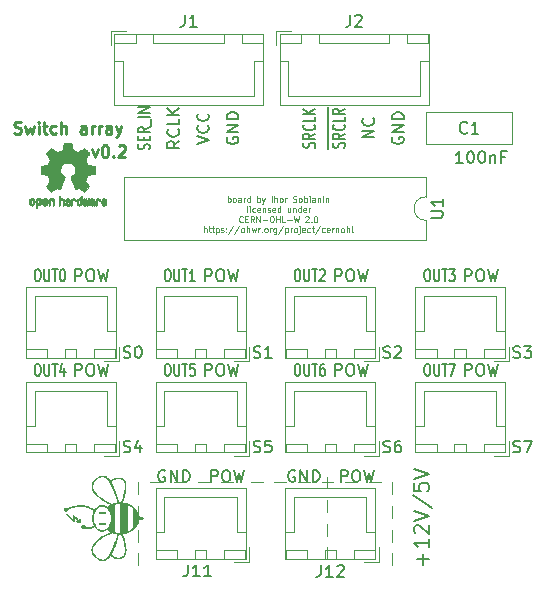
<source format=gbr>
G04 #@! TF.GenerationSoftware,KiCad,Pcbnew,(5.1.10)-1*
G04 #@! TF.CreationDate,2021-10-22T12:09:30+01:00*
G04 #@! TF.ProjectId,8_switch_array,385f7377-6974-4636-985f-61727261792e,rev?*
G04 #@! TF.SameCoordinates,Original*
G04 #@! TF.FileFunction,Legend,Top*
G04 #@! TF.FilePolarity,Positive*
%FSLAX46Y46*%
G04 Gerber Fmt 4.6, Leading zero omitted, Abs format (unit mm)*
G04 Created by KiCad (PCBNEW (5.1.10)-1) date 2021-10-22 12:09:30*
%MOMM*%
%LPD*%
G01*
G04 APERTURE LIST*
%ADD10C,0.100000*%
%ADD11C,0.250000*%
%ADD12C,0.150000*%
%ADD13C,0.120000*%
%ADD14C,0.010000*%
G04 APERTURE END LIST*
D10*
X143058095Y-49751190D02*
X143058095Y-49251190D01*
X143058095Y-49441666D02*
X143105714Y-49417857D01*
X143200952Y-49417857D01*
X143248571Y-49441666D01*
X143272380Y-49465476D01*
X143296190Y-49513095D01*
X143296190Y-49655952D01*
X143272380Y-49703571D01*
X143248571Y-49727380D01*
X143200952Y-49751190D01*
X143105714Y-49751190D01*
X143058095Y-49727380D01*
X143581904Y-49751190D02*
X143534285Y-49727380D01*
X143510476Y-49703571D01*
X143486666Y-49655952D01*
X143486666Y-49513095D01*
X143510476Y-49465476D01*
X143534285Y-49441666D01*
X143581904Y-49417857D01*
X143653333Y-49417857D01*
X143700952Y-49441666D01*
X143724761Y-49465476D01*
X143748571Y-49513095D01*
X143748571Y-49655952D01*
X143724761Y-49703571D01*
X143700952Y-49727380D01*
X143653333Y-49751190D01*
X143581904Y-49751190D01*
X144177142Y-49751190D02*
X144177142Y-49489285D01*
X144153333Y-49441666D01*
X144105714Y-49417857D01*
X144010476Y-49417857D01*
X143962857Y-49441666D01*
X144177142Y-49727380D02*
X144129523Y-49751190D01*
X144010476Y-49751190D01*
X143962857Y-49727380D01*
X143939047Y-49679761D01*
X143939047Y-49632142D01*
X143962857Y-49584523D01*
X144010476Y-49560714D01*
X144129523Y-49560714D01*
X144177142Y-49536904D01*
X144415238Y-49751190D02*
X144415238Y-49417857D01*
X144415238Y-49513095D02*
X144439047Y-49465476D01*
X144462857Y-49441666D01*
X144510476Y-49417857D01*
X144558095Y-49417857D01*
X144939047Y-49751190D02*
X144939047Y-49251190D01*
X144939047Y-49727380D02*
X144891428Y-49751190D01*
X144796190Y-49751190D01*
X144748571Y-49727380D01*
X144724761Y-49703571D01*
X144700952Y-49655952D01*
X144700952Y-49513095D01*
X144724761Y-49465476D01*
X144748571Y-49441666D01*
X144796190Y-49417857D01*
X144891428Y-49417857D01*
X144939047Y-49441666D01*
X145558095Y-49751190D02*
X145558095Y-49251190D01*
X145558095Y-49441666D02*
X145605714Y-49417857D01*
X145700952Y-49417857D01*
X145748571Y-49441666D01*
X145772380Y-49465476D01*
X145796190Y-49513095D01*
X145796190Y-49655952D01*
X145772380Y-49703571D01*
X145748571Y-49727380D01*
X145700952Y-49751190D01*
X145605714Y-49751190D01*
X145558095Y-49727380D01*
X145962857Y-49417857D02*
X146081904Y-49751190D01*
X146200952Y-49417857D02*
X146081904Y-49751190D01*
X146034285Y-49870238D01*
X146010476Y-49894047D01*
X145962857Y-49917857D01*
X146772380Y-49751190D02*
X146772380Y-49251190D01*
X147010476Y-49751190D02*
X147010476Y-49251190D01*
X147224761Y-49751190D02*
X147224761Y-49489285D01*
X147200952Y-49441666D01*
X147153333Y-49417857D01*
X147081904Y-49417857D01*
X147034285Y-49441666D01*
X147010476Y-49465476D01*
X147534285Y-49751190D02*
X147486666Y-49727380D01*
X147462857Y-49703571D01*
X147439047Y-49655952D01*
X147439047Y-49513095D01*
X147462857Y-49465476D01*
X147486666Y-49441666D01*
X147534285Y-49417857D01*
X147605714Y-49417857D01*
X147653333Y-49441666D01*
X147677142Y-49465476D01*
X147700952Y-49513095D01*
X147700952Y-49655952D01*
X147677142Y-49703571D01*
X147653333Y-49727380D01*
X147605714Y-49751190D01*
X147534285Y-49751190D01*
X147915238Y-49751190D02*
X147915238Y-49417857D01*
X147915238Y-49513095D02*
X147939047Y-49465476D01*
X147962857Y-49441666D01*
X148010476Y-49417857D01*
X148058095Y-49417857D01*
X148581904Y-49727380D02*
X148653333Y-49751190D01*
X148772380Y-49751190D01*
X148820000Y-49727380D01*
X148843809Y-49703571D01*
X148867619Y-49655952D01*
X148867619Y-49608333D01*
X148843809Y-49560714D01*
X148820000Y-49536904D01*
X148772380Y-49513095D01*
X148677142Y-49489285D01*
X148629523Y-49465476D01*
X148605714Y-49441666D01*
X148581904Y-49394047D01*
X148581904Y-49346428D01*
X148605714Y-49298809D01*
X148629523Y-49275000D01*
X148677142Y-49251190D01*
X148796190Y-49251190D01*
X148867619Y-49275000D01*
X149153333Y-49751190D02*
X149105714Y-49727380D01*
X149081904Y-49703571D01*
X149058095Y-49655952D01*
X149058095Y-49513095D01*
X149081904Y-49465476D01*
X149105714Y-49441666D01*
X149153333Y-49417857D01*
X149224761Y-49417857D01*
X149272380Y-49441666D01*
X149296190Y-49465476D01*
X149320000Y-49513095D01*
X149320000Y-49655952D01*
X149296190Y-49703571D01*
X149272380Y-49727380D01*
X149224761Y-49751190D01*
X149153333Y-49751190D01*
X149534285Y-49751190D02*
X149534285Y-49251190D01*
X149534285Y-49441666D02*
X149581904Y-49417857D01*
X149677142Y-49417857D01*
X149724761Y-49441666D01*
X149748571Y-49465476D01*
X149772380Y-49513095D01*
X149772380Y-49655952D01*
X149748571Y-49703571D01*
X149724761Y-49727380D01*
X149677142Y-49751190D01*
X149581904Y-49751190D01*
X149534285Y-49727380D01*
X149986666Y-49751190D02*
X149986666Y-49417857D01*
X149986666Y-49251190D02*
X149962857Y-49275000D01*
X149986666Y-49298809D01*
X150010476Y-49275000D01*
X149986666Y-49251190D01*
X149986666Y-49298809D01*
X150439047Y-49751190D02*
X150439047Y-49489285D01*
X150415238Y-49441666D01*
X150367619Y-49417857D01*
X150272380Y-49417857D01*
X150224761Y-49441666D01*
X150439047Y-49727380D02*
X150391428Y-49751190D01*
X150272380Y-49751190D01*
X150224761Y-49727380D01*
X150200952Y-49679761D01*
X150200952Y-49632142D01*
X150224761Y-49584523D01*
X150272380Y-49560714D01*
X150391428Y-49560714D01*
X150439047Y-49536904D01*
X150677142Y-49417857D02*
X150677142Y-49751190D01*
X150677142Y-49465476D02*
X150700952Y-49441666D01*
X150748571Y-49417857D01*
X150820000Y-49417857D01*
X150867619Y-49441666D01*
X150891428Y-49489285D01*
X150891428Y-49751190D01*
X151129523Y-49751190D02*
X151129523Y-49417857D01*
X151129523Y-49251190D02*
X151105714Y-49275000D01*
X151129523Y-49298809D01*
X151153333Y-49275000D01*
X151129523Y-49251190D01*
X151129523Y-49298809D01*
X151367619Y-49417857D02*
X151367619Y-49751190D01*
X151367619Y-49465476D02*
X151391428Y-49441666D01*
X151439047Y-49417857D01*
X151510476Y-49417857D01*
X151558095Y-49441666D01*
X151581904Y-49489285D01*
X151581904Y-49751190D01*
X144724761Y-50601190D02*
X144677142Y-50577380D01*
X144653333Y-50529761D01*
X144653333Y-50101190D01*
X144915238Y-50601190D02*
X144915238Y-50267857D01*
X144915238Y-50101190D02*
X144891428Y-50125000D01*
X144915238Y-50148809D01*
X144939047Y-50125000D01*
X144915238Y-50101190D01*
X144915238Y-50148809D01*
X145367619Y-50577380D02*
X145320000Y-50601190D01*
X145224761Y-50601190D01*
X145177142Y-50577380D01*
X145153333Y-50553571D01*
X145129523Y-50505952D01*
X145129523Y-50363095D01*
X145153333Y-50315476D01*
X145177142Y-50291666D01*
X145224761Y-50267857D01*
X145320000Y-50267857D01*
X145367619Y-50291666D01*
X145772380Y-50577380D02*
X145724761Y-50601190D01*
X145629523Y-50601190D01*
X145581904Y-50577380D01*
X145558095Y-50529761D01*
X145558095Y-50339285D01*
X145581904Y-50291666D01*
X145629523Y-50267857D01*
X145724761Y-50267857D01*
X145772380Y-50291666D01*
X145796190Y-50339285D01*
X145796190Y-50386904D01*
X145558095Y-50434523D01*
X146010476Y-50267857D02*
X146010476Y-50601190D01*
X146010476Y-50315476D02*
X146034285Y-50291666D01*
X146081904Y-50267857D01*
X146153333Y-50267857D01*
X146200952Y-50291666D01*
X146224761Y-50339285D01*
X146224761Y-50601190D01*
X146439047Y-50577380D02*
X146486666Y-50601190D01*
X146581904Y-50601190D01*
X146629523Y-50577380D01*
X146653333Y-50529761D01*
X146653333Y-50505952D01*
X146629523Y-50458333D01*
X146581904Y-50434523D01*
X146510476Y-50434523D01*
X146462857Y-50410714D01*
X146439047Y-50363095D01*
X146439047Y-50339285D01*
X146462857Y-50291666D01*
X146510476Y-50267857D01*
X146581904Y-50267857D01*
X146629523Y-50291666D01*
X147058095Y-50577380D02*
X147010476Y-50601190D01*
X146915238Y-50601190D01*
X146867619Y-50577380D01*
X146843809Y-50529761D01*
X146843809Y-50339285D01*
X146867619Y-50291666D01*
X146915238Y-50267857D01*
X147010476Y-50267857D01*
X147058095Y-50291666D01*
X147081904Y-50339285D01*
X147081904Y-50386904D01*
X146843809Y-50434523D01*
X147510476Y-50601190D02*
X147510476Y-50101190D01*
X147510476Y-50577380D02*
X147462857Y-50601190D01*
X147367619Y-50601190D01*
X147320000Y-50577380D01*
X147296190Y-50553571D01*
X147272380Y-50505952D01*
X147272380Y-50363095D01*
X147296190Y-50315476D01*
X147320000Y-50291666D01*
X147367619Y-50267857D01*
X147462857Y-50267857D01*
X147510476Y-50291666D01*
X148343809Y-50267857D02*
X148343809Y-50601190D01*
X148129523Y-50267857D02*
X148129523Y-50529761D01*
X148153333Y-50577380D01*
X148200952Y-50601190D01*
X148272380Y-50601190D01*
X148320000Y-50577380D01*
X148343809Y-50553571D01*
X148581904Y-50267857D02*
X148581904Y-50601190D01*
X148581904Y-50315476D02*
X148605714Y-50291666D01*
X148653333Y-50267857D01*
X148724761Y-50267857D01*
X148772380Y-50291666D01*
X148796190Y-50339285D01*
X148796190Y-50601190D01*
X149248571Y-50601190D02*
X149248571Y-50101190D01*
X149248571Y-50577380D02*
X149200952Y-50601190D01*
X149105714Y-50601190D01*
X149058095Y-50577380D01*
X149034285Y-50553571D01*
X149010476Y-50505952D01*
X149010476Y-50363095D01*
X149034285Y-50315476D01*
X149058095Y-50291666D01*
X149105714Y-50267857D01*
X149200952Y-50267857D01*
X149248571Y-50291666D01*
X149677142Y-50577380D02*
X149629523Y-50601190D01*
X149534285Y-50601190D01*
X149486666Y-50577380D01*
X149462857Y-50529761D01*
X149462857Y-50339285D01*
X149486666Y-50291666D01*
X149534285Y-50267857D01*
X149629523Y-50267857D01*
X149677142Y-50291666D01*
X149700952Y-50339285D01*
X149700952Y-50386904D01*
X149462857Y-50434523D01*
X149915238Y-50601190D02*
X149915238Y-50267857D01*
X149915238Y-50363095D02*
X149939047Y-50315476D01*
X149962857Y-50291666D01*
X150010476Y-50267857D01*
X150058095Y-50267857D01*
X144320000Y-51403571D02*
X144296190Y-51427380D01*
X144224761Y-51451190D01*
X144177142Y-51451190D01*
X144105714Y-51427380D01*
X144058095Y-51379761D01*
X144034285Y-51332142D01*
X144010476Y-51236904D01*
X144010476Y-51165476D01*
X144034285Y-51070238D01*
X144058095Y-51022619D01*
X144105714Y-50975000D01*
X144177142Y-50951190D01*
X144224761Y-50951190D01*
X144296190Y-50975000D01*
X144320000Y-50998809D01*
X144534285Y-51189285D02*
X144700952Y-51189285D01*
X144772380Y-51451190D02*
X144534285Y-51451190D01*
X144534285Y-50951190D01*
X144772380Y-50951190D01*
X145272380Y-51451190D02*
X145105714Y-51213095D01*
X144986666Y-51451190D02*
X144986666Y-50951190D01*
X145177142Y-50951190D01*
X145224761Y-50975000D01*
X145248571Y-50998809D01*
X145272380Y-51046428D01*
X145272380Y-51117857D01*
X145248571Y-51165476D01*
X145224761Y-51189285D01*
X145177142Y-51213095D01*
X144986666Y-51213095D01*
X145486666Y-51451190D02*
X145486666Y-50951190D01*
X145772380Y-51451190D01*
X145772380Y-50951190D01*
X146010476Y-51260714D02*
X146391428Y-51260714D01*
X146724761Y-50951190D02*
X146820000Y-50951190D01*
X146867619Y-50975000D01*
X146915238Y-51022619D01*
X146939047Y-51117857D01*
X146939047Y-51284523D01*
X146915238Y-51379761D01*
X146867619Y-51427380D01*
X146820000Y-51451190D01*
X146724761Y-51451190D01*
X146677142Y-51427380D01*
X146629523Y-51379761D01*
X146605714Y-51284523D01*
X146605714Y-51117857D01*
X146629523Y-51022619D01*
X146677142Y-50975000D01*
X146724761Y-50951190D01*
X147153333Y-51451190D02*
X147153333Y-50951190D01*
X147153333Y-51189285D02*
X147439047Y-51189285D01*
X147439047Y-51451190D02*
X147439047Y-50951190D01*
X147915238Y-51451190D02*
X147677142Y-51451190D01*
X147677142Y-50951190D01*
X148081904Y-51260714D02*
X148462857Y-51260714D01*
X148653333Y-50951190D02*
X148772380Y-51451190D01*
X148867619Y-51094047D01*
X148962857Y-51451190D01*
X149081904Y-50951190D01*
X149629523Y-50998809D02*
X149653333Y-50975000D01*
X149700952Y-50951190D01*
X149820000Y-50951190D01*
X149867619Y-50975000D01*
X149891428Y-50998809D01*
X149915238Y-51046428D01*
X149915238Y-51094047D01*
X149891428Y-51165476D01*
X149605714Y-51451190D01*
X149915238Y-51451190D01*
X150129523Y-51403571D02*
X150153333Y-51427380D01*
X150129523Y-51451190D01*
X150105714Y-51427380D01*
X150129523Y-51403571D01*
X150129523Y-51451190D01*
X150462857Y-50951190D02*
X150510476Y-50951190D01*
X150558095Y-50975000D01*
X150581904Y-50998809D01*
X150605714Y-51046428D01*
X150629523Y-51141666D01*
X150629523Y-51260714D01*
X150605714Y-51355952D01*
X150581904Y-51403571D01*
X150558095Y-51427380D01*
X150510476Y-51451190D01*
X150462857Y-51451190D01*
X150415238Y-51427380D01*
X150391428Y-51403571D01*
X150367619Y-51355952D01*
X150343809Y-51260714D01*
X150343809Y-51141666D01*
X150367619Y-51046428D01*
X150391428Y-50998809D01*
X150415238Y-50975000D01*
X150462857Y-50951190D01*
X141046190Y-52301190D02*
X141046190Y-51801190D01*
X141260476Y-52301190D02*
X141260476Y-52039285D01*
X141236666Y-51991666D01*
X141189047Y-51967857D01*
X141117619Y-51967857D01*
X141070000Y-51991666D01*
X141046190Y-52015476D01*
X141427142Y-51967857D02*
X141617619Y-51967857D01*
X141498571Y-51801190D02*
X141498571Y-52229761D01*
X141522380Y-52277380D01*
X141570000Y-52301190D01*
X141617619Y-52301190D01*
X141712857Y-51967857D02*
X141903333Y-51967857D01*
X141784285Y-51801190D02*
X141784285Y-52229761D01*
X141808095Y-52277380D01*
X141855714Y-52301190D01*
X141903333Y-52301190D01*
X142070000Y-51967857D02*
X142070000Y-52467857D01*
X142070000Y-51991666D02*
X142117619Y-51967857D01*
X142212857Y-51967857D01*
X142260476Y-51991666D01*
X142284285Y-52015476D01*
X142308095Y-52063095D01*
X142308095Y-52205952D01*
X142284285Y-52253571D01*
X142260476Y-52277380D01*
X142212857Y-52301190D01*
X142117619Y-52301190D01*
X142070000Y-52277380D01*
X142498571Y-52277380D02*
X142546190Y-52301190D01*
X142641428Y-52301190D01*
X142689047Y-52277380D01*
X142712857Y-52229761D01*
X142712857Y-52205952D01*
X142689047Y-52158333D01*
X142641428Y-52134523D01*
X142570000Y-52134523D01*
X142522380Y-52110714D01*
X142498571Y-52063095D01*
X142498571Y-52039285D01*
X142522380Y-51991666D01*
X142570000Y-51967857D01*
X142641428Y-51967857D01*
X142689047Y-51991666D01*
X142927142Y-52253571D02*
X142950952Y-52277380D01*
X142927142Y-52301190D01*
X142903333Y-52277380D01*
X142927142Y-52253571D01*
X142927142Y-52301190D01*
X142927142Y-51991666D02*
X142950952Y-52015476D01*
X142927142Y-52039285D01*
X142903333Y-52015476D01*
X142927142Y-51991666D01*
X142927142Y-52039285D01*
X143522380Y-51777380D02*
X143093809Y-52420238D01*
X144046190Y-51777380D02*
X143617619Y-52420238D01*
X144284285Y-52301190D02*
X144236666Y-52277380D01*
X144212857Y-52253571D01*
X144189047Y-52205952D01*
X144189047Y-52063095D01*
X144212857Y-52015476D01*
X144236666Y-51991666D01*
X144284285Y-51967857D01*
X144355714Y-51967857D01*
X144403333Y-51991666D01*
X144427142Y-52015476D01*
X144450952Y-52063095D01*
X144450952Y-52205952D01*
X144427142Y-52253571D01*
X144403333Y-52277380D01*
X144355714Y-52301190D01*
X144284285Y-52301190D01*
X144665238Y-52301190D02*
X144665238Y-51801190D01*
X144879523Y-52301190D02*
X144879523Y-52039285D01*
X144855714Y-51991666D01*
X144808095Y-51967857D01*
X144736666Y-51967857D01*
X144689047Y-51991666D01*
X144665238Y-52015476D01*
X145070000Y-51967857D02*
X145165238Y-52301190D01*
X145260476Y-52063095D01*
X145355714Y-52301190D01*
X145450952Y-51967857D01*
X145641428Y-52301190D02*
X145641428Y-51967857D01*
X145641428Y-52063095D02*
X145665238Y-52015476D01*
X145689047Y-51991666D01*
X145736666Y-51967857D01*
X145784285Y-51967857D01*
X145950952Y-52253571D02*
X145974761Y-52277380D01*
X145950952Y-52301190D01*
X145927142Y-52277380D01*
X145950952Y-52253571D01*
X145950952Y-52301190D01*
X146260476Y-52301190D02*
X146212857Y-52277380D01*
X146189047Y-52253571D01*
X146165238Y-52205952D01*
X146165238Y-52063095D01*
X146189047Y-52015476D01*
X146212857Y-51991666D01*
X146260476Y-51967857D01*
X146331904Y-51967857D01*
X146379523Y-51991666D01*
X146403333Y-52015476D01*
X146427142Y-52063095D01*
X146427142Y-52205952D01*
X146403333Y-52253571D01*
X146379523Y-52277380D01*
X146331904Y-52301190D01*
X146260476Y-52301190D01*
X146641428Y-52301190D02*
X146641428Y-51967857D01*
X146641428Y-52063095D02*
X146665238Y-52015476D01*
X146689047Y-51991666D01*
X146736666Y-51967857D01*
X146784285Y-51967857D01*
X147165238Y-51967857D02*
X147165238Y-52372619D01*
X147141428Y-52420238D01*
X147117619Y-52444047D01*
X147070000Y-52467857D01*
X146998571Y-52467857D01*
X146950952Y-52444047D01*
X147165238Y-52277380D02*
X147117619Y-52301190D01*
X147022380Y-52301190D01*
X146974761Y-52277380D01*
X146950952Y-52253571D01*
X146927142Y-52205952D01*
X146927142Y-52063095D01*
X146950952Y-52015476D01*
X146974761Y-51991666D01*
X147022380Y-51967857D01*
X147117619Y-51967857D01*
X147165238Y-51991666D01*
X147760476Y-51777380D02*
X147331904Y-52420238D01*
X147927142Y-51967857D02*
X147927142Y-52467857D01*
X147927142Y-51991666D02*
X147974761Y-51967857D01*
X148070000Y-51967857D01*
X148117619Y-51991666D01*
X148141428Y-52015476D01*
X148165238Y-52063095D01*
X148165238Y-52205952D01*
X148141428Y-52253571D01*
X148117619Y-52277380D01*
X148070000Y-52301190D01*
X147974761Y-52301190D01*
X147927142Y-52277380D01*
X148379523Y-52301190D02*
X148379523Y-51967857D01*
X148379523Y-52063095D02*
X148403333Y-52015476D01*
X148427142Y-51991666D01*
X148474761Y-51967857D01*
X148522380Y-51967857D01*
X148760476Y-52301190D02*
X148712857Y-52277380D01*
X148689047Y-52253571D01*
X148665238Y-52205952D01*
X148665238Y-52063095D01*
X148689047Y-52015476D01*
X148712857Y-51991666D01*
X148760476Y-51967857D01*
X148831904Y-51967857D01*
X148879523Y-51991666D01*
X148903333Y-52015476D01*
X148927142Y-52063095D01*
X148927142Y-52205952D01*
X148903333Y-52253571D01*
X148879523Y-52277380D01*
X148831904Y-52301190D01*
X148760476Y-52301190D01*
X149141428Y-51967857D02*
X149141428Y-52396428D01*
X149117619Y-52444047D01*
X149070000Y-52467857D01*
X149046190Y-52467857D01*
X149141428Y-51801190D02*
X149117619Y-51825000D01*
X149141428Y-51848809D01*
X149165238Y-51825000D01*
X149141428Y-51801190D01*
X149141428Y-51848809D01*
X149570000Y-52277380D02*
X149522380Y-52301190D01*
X149427142Y-52301190D01*
X149379523Y-52277380D01*
X149355714Y-52229761D01*
X149355714Y-52039285D01*
X149379523Y-51991666D01*
X149427142Y-51967857D01*
X149522380Y-51967857D01*
X149570000Y-51991666D01*
X149593809Y-52039285D01*
X149593809Y-52086904D01*
X149355714Y-52134523D01*
X150022380Y-52277380D02*
X149974761Y-52301190D01*
X149879523Y-52301190D01*
X149831904Y-52277380D01*
X149808095Y-52253571D01*
X149784285Y-52205952D01*
X149784285Y-52063095D01*
X149808095Y-52015476D01*
X149831904Y-51991666D01*
X149879523Y-51967857D01*
X149974761Y-51967857D01*
X150022380Y-51991666D01*
X150165238Y-51967857D02*
X150355714Y-51967857D01*
X150236666Y-51801190D02*
X150236666Y-52229761D01*
X150260476Y-52277380D01*
X150308095Y-52301190D01*
X150355714Y-52301190D01*
X150879523Y-51777380D02*
X150450952Y-52420238D01*
X151260476Y-52277380D02*
X151212857Y-52301190D01*
X151117619Y-52301190D01*
X151070000Y-52277380D01*
X151046190Y-52253571D01*
X151022380Y-52205952D01*
X151022380Y-52063095D01*
X151046190Y-52015476D01*
X151070000Y-51991666D01*
X151117619Y-51967857D01*
X151212857Y-51967857D01*
X151260476Y-51991666D01*
X151665238Y-52277380D02*
X151617619Y-52301190D01*
X151522380Y-52301190D01*
X151474761Y-52277380D01*
X151450952Y-52229761D01*
X151450952Y-52039285D01*
X151474761Y-51991666D01*
X151522380Y-51967857D01*
X151617619Y-51967857D01*
X151665238Y-51991666D01*
X151689047Y-52039285D01*
X151689047Y-52086904D01*
X151450952Y-52134523D01*
X151903333Y-52301190D02*
X151903333Y-51967857D01*
X151903333Y-52063095D02*
X151927142Y-52015476D01*
X151950952Y-51991666D01*
X151998571Y-51967857D01*
X152046190Y-51967857D01*
X152212857Y-51967857D02*
X152212857Y-52301190D01*
X152212857Y-52015476D02*
X152236666Y-51991666D01*
X152284285Y-51967857D01*
X152355714Y-51967857D01*
X152403333Y-51991666D01*
X152427142Y-52039285D01*
X152427142Y-52301190D01*
X152736666Y-52301190D02*
X152689047Y-52277380D01*
X152665238Y-52253571D01*
X152641428Y-52205952D01*
X152641428Y-52063095D01*
X152665238Y-52015476D01*
X152689047Y-51991666D01*
X152736666Y-51967857D01*
X152808095Y-51967857D01*
X152855714Y-51991666D01*
X152879523Y-52015476D01*
X152903333Y-52063095D01*
X152903333Y-52205952D01*
X152879523Y-52253571D01*
X152855714Y-52277380D01*
X152808095Y-52301190D01*
X152736666Y-52301190D01*
X153117619Y-52301190D02*
X153117619Y-51801190D01*
X153331904Y-52301190D02*
X153331904Y-52039285D01*
X153308095Y-51991666D01*
X153260476Y-51967857D01*
X153189047Y-51967857D01*
X153141428Y-51991666D01*
X153117619Y-52015476D01*
X153641428Y-52301190D02*
X153593809Y-52277380D01*
X153570000Y-52229761D01*
X153570000Y-51801190D01*
D11*
X131571428Y-45285714D02*
X131809523Y-45952380D01*
X132047619Y-45285714D01*
X132619047Y-44952380D02*
X132714285Y-44952380D01*
X132809523Y-45000000D01*
X132857142Y-45047619D01*
X132904761Y-45142857D01*
X132952380Y-45333333D01*
X132952380Y-45571428D01*
X132904761Y-45761904D01*
X132857142Y-45857142D01*
X132809523Y-45904761D01*
X132714285Y-45952380D01*
X132619047Y-45952380D01*
X132523809Y-45904761D01*
X132476190Y-45857142D01*
X132428571Y-45761904D01*
X132380952Y-45571428D01*
X132380952Y-45333333D01*
X132428571Y-45142857D01*
X132476190Y-45047619D01*
X132523809Y-45000000D01*
X132619047Y-44952380D01*
X133380952Y-45857142D02*
X133428571Y-45904761D01*
X133380952Y-45952380D01*
X133333333Y-45904761D01*
X133380952Y-45857142D01*
X133380952Y-45952380D01*
X133809523Y-45047619D02*
X133857142Y-45000000D01*
X133952380Y-44952380D01*
X134190476Y-44952380D01*
X134285714Y-45000000D01*
X134333333Y-45047619D01*
X134380952Y-45142857D01*
X134380952Y-45238095D01*
X134333333Y-45380952D01*
X133761904Y-45952380D01*
X134380952Y-45952380D01*
D12*
X152642857Y-73452380D02*
X152642857Y-72452380D01*
X153023809Y-72452380D01*
X153119047Y-72500000D01*
X153166666Y-72547619D01*
X153214285Y-72642857D01*
X153214285Y-72785714D01*
X153166666Y-72880952D01*
X153119047Y-72928571D01*
X153023809Y-72976190D01*
X152642857Y-72976190D01*
X153833333Y-72452380D02*
X154023809Y-72452380D01*
X154119047Y-72500000D01*
X154214285Y-72595238D01*
X154261904Y-72785714D01*
X154261904Y-73119047D01*
X154214285Y-73309523D01*
X154119047Y-73404761D01*
X154023809Y-73452380D01*
X153833333Y-73452380D01*
X153738095Y-73404761D01*
X153642857Y-73309523D01*
X153595238Y-73119047D01*
X153595238Y-72785714D01*
X153642857Y-72595238D01*
X153738095Y-72500000D01*
X153833333Y-72452380D01*
X154595238Y-72452380D02*
X154833333Y-73452380D01*
X155023809Y-72738095D01*
X155214285Y-73452380D01*
X155452380Y-72452380D01*
X148738095Y-72500000D02*
X148642857Y-72452380D01*
X148500000Y-72452380D01*
X148357142Y-72500000D01*
X148261904Y-72595238D01*
X148214285Y-72690476D01*
X148166666Y-72880952D01*
X148166666Y-73023809D01*
X148214285Y-73214285D01*
X148261904Y-73309523D01*
X148357142Y-73404761D01*
X148500000Y-73452380D01*
X148595238Y-73452380D01*
X148738095Y-73404761D01*
X148785714Y-73357142D01*
X148785714Y-73023809D01*
X148595238Y-73023809D01*
X149214285Y-73452380D02*
X149214285Y-72452380D01*
X149785714Y-73452380D01*
X149785714Y-72452380D01*
X150261904Y-73452380D02*
X150261904Y-72452380D01*
X150500000Y-72452380D01*
X150642857Y-72500000D01*
X150738095Y-72595238D01*
X150785714Y-72690476D01*
X150833333Y-72880952D01*
X150833333Y-73023809D01*
X150785714Y-73214285D01*
X150738095Y-73309523D01*
X150642857Y-73404761D01*
X150500000Y-73452380D01*
X150261904Y-73452380D01*
D13*
X157000000Y-80500000D02*
X157000000Y-79500000D01*
X157000000Y-76500000D02*
X157000000Y-75500000D01*
X157000000Y-78500000D02*
X157000000Y-77500000D01*
X157000000Y-74500000D02*
X157000000Y-73500000D01*
X154000000Y-73500000D02*
X153000000Y-73500000D01*
X156000000Y-73500000D02*
X155000000Y-73500000D01*
X152000000Y-73500000D02*
X151000000Y-73500000D01*
X148000000Y-73500000D02*
X147000000Y-73500000D01*
X150000000Y-73500000D02*
X149000000Y-73500000D01*
D12*
X167238095Y-70904761D02*
X167380952Y-70952380D01*
X167619047Y-70952380D01*
X167714285Y-70904761D01*
X167761904Y-70857142D01*
X167809523Y-70761904D01*
X167809523Y-70666666D01*
X167761904Y-70571428D01*
X167714285Y-70523809D01*
X167619047Y-70476190D01*
X167428571Y-70428571D01*
X167333333Y-70380952D01*
X167285714Y-70333333D01*
X167238095Y-70238095D01*
X167238095Y-70142857D01*
X167285714Y-70047619D01*
X167333333Y-70000000D01*
X167428571Y-69952380D01*
X167666666Y-69952380D01*
X167809523Y-70000000D01*
X168142857Y-69952380D02*
X168809523Y-69952380D01*
X168380952Y-70952380D01*
X156238095Y-70904761D02*
X156380952Y-70952380D01*
X156619047Y-70952380D01*
X156714285Y-70904761D01*
X156761904Y-70857142D01*
X156809523Y-70761904D01*
X156809523Y-70666666D01*
X156761904Y-70571428D01*
X156714285Y-70523809D01*
X156619047Y-70476190D01*
X156428571Y-70428571D01*
X156333333Y-70380952D01*
X156285714Y-70333333D01*
X156238095Y-70238095D01*
X156238095Y-70142857D01*
X156285714Y-70047619D01*
X156333333Y-70000000D01*
X156428571Y-69952380D01*
X156666666Y-69952380D01*
X156809523Y-70000000D01*
X157666666Y-69952380D02*
X157476190Y-69952380D01*
X157380952Y-70000000D01*
X157333333Y-70047619D01*
X157238095Y-70190476D01*
X157190476Y-70380952D01*
X157190476Y-70761904D01*
X157238095Y-70857142D01*
X157285714Y-70904761D01*
X157380952Y-70952380D01*
X157571428Y-70952380D01*
X157666666Y-70904761D01*
X157714285Y-70857142D01*
X157761904Y-70761904D01*
X157761904Y-70523809D01*
X157714285Y-70428571D01*
X157666666Y-70380952D01*
X157571428Y-70333333D01*
X157380952Y-70333333D01*
X157285714Y-70380952D01*
X157238095Y-70428571D01*
X157190476Y-70523809D01*
X145238095Y-70904761D02*
X145380952Y-70952380D01*
X145619047Y-70952380D01*
X145714285Y-70904761D01*
X145761904Y-70857142D01*
X145809523Y-70761904D01*
X145809523Y-70666666D01*
X145761904Y-70571428D01*
X145714285Y-70523809D01*
X145619047Y-70476190D01*
X145428571Y-70428571D01*
X145333333Y-70380952D01*
X145285714Y-70333333D01*
X145238095Y-70238095D01*
X145238095Y-70142857D01*
X145285714Y-70047619D01*
X145333333Y-70000000D01*
X145428571Y-69952380D01*
X145666666Y-69952380D01*
X145809523Y-70000000D01*
X146714285Y-69952380D02*
X146238095Y-69952380D01*
X146190476Y-70428571D01*
X146238095Y-70380952D01*
X146333333Y-70333333D01*
X146571428Y-70333333D01*
X146666666Y-70380952D01*
X146714285Y-70428571D01*
X146761904Y-70523809D01*
X146761904Y-70761904D01*
X146714285Y-70857142D01*
X146666666Y-70904761D01*
X146571428Y-70952380D01*
X146333333Y-70952380D01*
X146238095Y-70904761D01*
X146190476Y-70857142D01*
X134238095Y-70904761D02*
X134380952Y-70952380D01*
X134619047Y-70952380D01*
X134714285Y-70904761D01*
X134761904Y-70857142D01*
X134809523Y-70761904D01*
X134809523Y-70666666D01*
X134761904Y-70571428D01*
X134714285Y-70523809D01*
X134619047Y-70476190D01*
X134428571Y-70428571D01*
X134333333Y-70380952D01*
X134285714Y-70333333D01*
X134238095Y-70238095D01*
X134238095Y-70142857D01*
X134285714Y-70047619D01*
X134333333Y-70000000D01*
X134428571Y-69952380D01*
X134666666Y-69952380D01*
X134809523Y-70000000D01*
X135666666Y-70285714D02*
X135666666Y-70952380D01*
X135428571Y-69904761D02*
X135190476Y-70619047D01*
X135809523Y-70619047D01*
X163142857Y-64452380D02*
X163142857Y-63452380D01*
X163523809Y-63452380D01*
X163619047Y-63500000D01*
X163666666Y-63547619D01*
X163714285Y-63642857D01*
X163714285Y-63785714D01*
X163666666Y-63880952D01*
X163619047Y-63928571D01*
X163523809Y-63976190D01*
X163142857Y-63976190D01*
X164333333Y-63452380D02*
X164523809Y-63452380D01*
X164619047Y-63500000D01*
X164714285Y-63595238D01*
X164761904Y-63785714D01*
X164761904Y-64119047D01*
X164714285Y-64309523D01*
X164619047Y-64404761D01*
X164523809Y-64452380D01*
X164333333Y-64452380D01*
X164238095Y-64404761D01*
X164142857Y-64309523D01*
X164095238Y-64119047D01*
X164095238Y-63785714D01*
X164142857Y-63595238D01*
X164238095Y-63500000D01*
X164333333Y-63452380D01*
X165095238Y-63452380D02*
X165333333Y-64452380D01*
X165523809Y-63738095D01*
X165714285Y-64452380D01*
X165952380Y-63452380D01*
X152142857Y-64452380D02*
X152142857Y-63452380D01*
X152523809Y-63452380D01*
X152619047Y-63500000D01*
X152666666Y-63547619D01*
X152714285Y-63642857D01*
X152714285Y-63785714D01*
X152666666Y-63880952D01*
X152619047Y-63928571D01*
X152523809Y-63976190D01*
X152142857Y-63976190D01*
X153333333Y-63452380D02*
X153523809Y-63452380D01*
X153619047Y-63500000D01*
X153714285Y-63595238D01*
X153761904Y-63785714D01*
X153761904Y-64119047D01*
X153714285Y-64309523D01*
X153619047Y-64404761D01*
X153523809Y-64452380D01*
X153333333Y-64452380D01*
X153238095Y-64404761D01*
X153142857Y-64309523D01*
X153095238Y-64119047D01*
X153095238Y-63785714D01*
X153142857Y-63595238D01*
X153238095Y-63500000D01*
X153333333Y-63452380D01*
X154095238Y-63452380D02*
X154333333Y-64452380D01*
X154523809Y-63738095D01*
X154714285Y-64452380D01*
X154952380Y-63452380D01*
X141142857Y-64452380D02*
X141142857Y-63452380D01*
X141523809Y-63452380D01*
X141619047Y-63500000D01*
X141666666Y-63547619D01*
X141714285Y-63642857D01*
X141714285Y-63785714D01*
X141666666Y-63880952D01*
X141619047Y-63928571D01*
X141523809Y-63976190D01*
X141142857Y-63976190D01*
X142333333Y-63452380D02*
X142523809Y-63452380D01*
X142619047Y-63500000D01*
X142714285Y-63595238D01*
X142761904Y-63785714D01*
X142761904Y-64119047D01*
X142714285Y-64309523D01*
X142619047Y-64404761D01*
X142523809Y-64452380D01*
X142333333Y-64452380D01*
X142238095Y-64404761D01*
X142142857Y-64309523D01*
X142095238Y-64119047D01*
X142095238Y-63785714D01*
X142142857Y-63595238D01*
X142238095Y-63500000D01*
X142333333Y-63452380D01*
X143095238Y-63452380D02*
X143333333Y-64452380D01*
X143523809Y-63738095D01*
X143714285Y-64452380D01*
X143952380Y-63452380D01*
X130142857Y-64452380D02*
X130142857Y-63452380D01*
X130523809Y-63452380D01*
X130619047Y-63500000D01*
X130666666Y-63547619D01*
X130714285Y-63642857D01*
X130714285Y-63785714D01*
X130666666Y-63880952D01*
X130619047Y-63928571D01*
X130523809Y-63976190D01*
X130142857Y-63976190D01*
X131333333Y-63452380D02*
X131523809Y-63452380D01*
X131619047Y-63500000D01*
X131714285Y-63595238D01*
X131761904Y-63785714D01*
X131761904Y-64119047D01*
X131714285Y-64309523D01*
X131619047Y-64404761D01*
X131523809Y-64452380D01*
X131333333Y-64452380D01*
X131238095Y-64404761D01*
X131142857Y-64309523D01*
X131095238Y-64119047D01*
X131095238Y-63785714D01*
X131142857Y-63595238D01*
X131238095Y-63500000D01*
X131333333Y-63452380D01*
X132095238Y-63452380D02*
X132333333Y-64452380D01*
X132523809Y-63738095D01*
X132714285Y-64452380D01*
X132952380Y-63452380D01*
X126892857Y-63452380D02*
X127035714Y-63452380D01*
X127107142Y-63500000D01*
X127178571Y-63595238D01*
X127214285Y-63785714D01*
X127214285Y-64119047D01*
X127178571Y-64309523D01*
X127107142Y-64404761D01*
X127035714Y-64452380D01*
X126892857Y-64452380D01*
X126821428Y-64404761D01*
X126750000Y-64309523D01*
X126714285Y-64119047D01*
X126714285Y-63785714D01*
X126750000Y-63595238D01*
X126821428Y-63500000D01*
X126892857Y-63452380D01*
X127535714Y-63452380D02*
X127535714Y-64261904D01*
X127571428Y-64357142D01*
X127607142Y-64404761D01*
X127678571Y-64452380D01*
X127821428Y-64452380D01*
X127892857Y-64404761D01*
X127928571Y-64357142D01*
X127964285Y-64261904D01*
X127964285Y-63452380D01*
X128214285Y-63452380D02*
X128642857Y-63452380D01*
X128428571Y-64452380D02*
X128428571Y-63452380D01*
X129214285Y-63785714D02*
X129214285Y-64452380D01*
X129035714Y-63404761D02*
X128857142Y-64119047D01*
X129321428Y-64119047D01*
X137892857Y-63452380D02*
X138035714Y-63452380D01*
X138107142Y-63500000D01*
X138178571Y-63595238D01*
X138214285Y-63785714D01*
X138214285Y-64119047D01*
X138178571Y-64309523D01*
X138107142Y-64404761D01*
X138035714Y-64452380D01*
X137892857Y-64452380D01*
X137821428Y-64404761D01*
X137750000Y-64309523D01*
X137714285Y-64119047D01*
X137714285Y-63785714D01*
X137750000Y-63595238D01*
X137821428Y-63500000D01*
X137892857Y-63452380D01*
X138535714Y-63452380D02*
X138535714Y-64261904D01*
X138571428Y-64357142D01*
X138607142Y-64404761D01*
X138678571Y-64452380D01*
X138821428Y-64452380D01*
X138892857Y-64404761D01*
X138928571Y-64357142D01*
X138964285Y-64261904D01*
X138964285Y-63452380D01*
X139214285Y-63452380D02*
X139642857Y-63452380D01*
X139428571Y-64452380D02*
X139428571Y-63452380D01*
X140250000Y-63452380D02*
X139892857Y-63452380D01*
X139857142Y-63928571D01*
X139892857Y-63880952D01*
X139964285Y-63833333D01*
X140142857Y-63833333D01*
X140214285Y-63880952D01*
X140250000Y-63928571D01*
X140285714Y-64023809D01*
X140285714Y-64261904D01*
X140250000Y-64357142D01*
X140214285Y-64404761D01*
X140142857Y-64452380D01*
X139964285Y-64452380D01*
X139892857Y-64404761D01*
X139857142Y-64357142D01*
X148892857Y-63452380D02*
X149035714Y-63452380D01*
X149107142Y-63500000D01*
X149178571Y-63595238D01*
X149214285Y-63785714D01*
X149214285Y-64119047D01*
X149178571Y-64309523D01*
X149107142Y-64404761D01*
X149035714Y-64452380D01*
X148892857Y-64452380D01*
X148821428Y-64404761D01*
X148750000Y-64309523D01*
X148714285Y-64119047D01*
X148714285Y-63785714D01*
X148750000Y-63595238D01*
X148821428Y-63500000D01*
X148892857Y-63452380D01*
X149535714Y-63452380D02*
X149535714Y-64261904D01*
X149571428Y-64357142D01*
X149607142Y-64404761D01*
X149678571Y-64452380D01*
X149821428Y-64452380D01*
X149892857Y-64404761D01*
X149928571Y-64357142D01*
X149964285Y-64261904D01*
X149964285Y-63452380D01*
X150214285Y-63452380D02*
X150642857Y-63452380D01*
X150428571Y-64452380D02*
X150428571Y-63452380D01*
X151214285Y-63452380D02*
X151071428Y-63452380D01*
X151000000Y-63500000D01*
X150964285Y-63547619D01*
X150892857Y-63690476D01*
X150857142Y-63880952D01*
X150857142Y-64261904D01*
X150892857Y-64357142D01*
X150928571Y-64404761D01*
X151000000Y-64452380D01*
X151142857Y-64452380D01*
X151214285Y-64404761D01*
X151250000Y-64357142D01*
X151285714Y-64261904D01*
X151285714Y-64023809D01*
X151250000Y-63928571D01*
X151214285Y-63880952D01*
X151142857Y-63833333D01*
X151000000Y-63833333D01*
X150928571Y-63880952D01*
X150892857Y-63928571D01*
X150857142Y-64023809D01*
X159892857Y-63452380D02*
X160035714Y-63452380D01*
X160107142Y-63500000D01*
X160178571Y-63595238D01*
X160214285Y-63785714D01*
X160214285Y-64119047D01*
X160178571Y-64309523D01*
X160107142Y-64404761D01*
X160035714Y-64452380D01*
X159892857Y-64452380D01*
X159821428Y-64404761D01*
X159750000Y-64309523D01*
X159714285Y-64119047D01*
X159714285Y-63785714D01*
X159750000Y-63595238D01*
X159821428Y-63500000D01*
X159892857Y-63452380D01*
X160535714Y-63452380D02*
X160535714Y-64261904D01*
X160571428Y-64357142D01*
X160607142Y-64404761D01*
X160678571Y-64452380D01*
X160821428Y-64452380D01*
X160892857Y-64404761D01*
X160928571Y-64357142D01*
X160964285Y-64261904D01*
X160964285Y-63452380D01*
X161214285Y-63452380D02*
X161642857Y-63452380D01*
X161428571Y-64452380D02*
X161428571Y-63452380D01*
X161821428Y-63452380D02*
X162321428Y-63452380D01*
X162000000Y-64452380D01*
X134238095Y-62904761D02*
X134380952Y-62952380D01*
X134619047Y-62952380D01*
X134714285Y-62904761D01*
X134761904Y-62857142D01*
X134809523Y-62761904D01*
X134809523Y-62666666D01*
X134761904Y-62571428D01*
X134714285Y-62523809D01*
X134619047Y-62476190D01*
X134428571Y-62428571D01*
X134333333Y-62380952D01*
X134285714Y-62333333D01*
X134238095Y-62238095D01*
X134238095Y-62142857D01*
X134285714Y-62047619D01*
X134333333Y-62000000D01*
X134428571Y-61952380D01*
X134666666Y-61952380D01*
X134809523Y-62000000D01*
X135428571Y-61952380D02*
X135523809Y-61952380D01*
X135619047Y-62000000D01*
X135666666Y-62047619D01*
X135714285Y-62142857D01*
X135761904Y-62333333D01*
X135761904Y-62571428D01*
X135714285Y-62761904D01*
X135666666Y-62857142D01*
X135619047Y-62904761D01*
X135523809Y-62952380D01*
X135428571Y-62952380D01*
X135333333Y-62904761D01*
X135285714Y-62857142D01*
X135238095Y-62761904D01*
X135190476Y-62571428D01*
X135190476Y-62333333D01*
X135238095Y-62142857D01*
X135285714Y-62047619D01*
X135333333Y-62000000D01*
X135428571Y-61952380D01*
X145238095Y-62904761D02*
X145380952Y-62952380D01*
X145619047Y-62952380D01*
X145714285Y-62904761D01*
X145761904Y-62857142D01*
X145809523Y-62761904D01*
X145809523Y-62666666D01*
X145761904Y-62571428D01*
X145714285Y-62523809D01*
X145619047Y-62476190D01*
X145428571Y-62428571D01*
X145333333Y-62380952D01*
X145285714Y-62333333D01*
X145238095Y-62238095D01*
X145238095Y-62142857D01*
X145285714Y-62047619D01*
X145333333Y-62000000D01*
X145428571Y-61952380D01*
X145666666Y-61952380D01*
X145809523Y-62000000D01*
X146761904Y-62952380D02*
X146190476Y-62952380D01*
X146476190Y-62952380D02*
X146476190Y-61952380D01*
X146380952Y-62095238D01*
X146285714Y-62190476D01*
X146190476Y-62238095D01*
X156238095Y-62904761D02*
X156380952Y-62952380D01*
X156619047Y-62952380D01*
X156714285Y-62904761D01*
X156761904Y-62857142D01*
X156809523Y-62761904D01*
X156809523Y-62666666D01*
X156761904Y-62571428D01*
X156714285Y-62523809D01*
X156619047Y-62476190D01*
X156428571Y-62428571D01*
X156333333Y-62380952D01*
X156285714Y-62333333D01*
X156238095Y-62238095D01*
X156238095Y-62142857D01*
X156285714Y-62047619D01*
X156333333Y-62000000D01*
X156428571Y-61952380D01*
X156666666Y-61952380D01*
X156809523Y-62000000D01*
X157190476Y-62047619D02*
X157238095Y-62000000D01*
X157333333Y-61952380D01*
X157571428Y-61952380D01*
X157666666Y-62000000D01*
X157714285Y-62047619D01*
X157761904Y-62142857D01*
X157761904Y-62238095D01*
X157714285Y-62380952D01*
X157142857Y-62952380D01*
X157761904Y-62952380D01*
X167238095Y-62904761D02*
X167380952Y-62952380D01*
X167619047Y-62952380D01*
X167714285Y-62904761D01*
X167761904Y-62857142D01*
X167809523Y-62761904D01*
X167809523Y-62666666D01*
X167761904Y-62571428D01*
X167714285Y-62523809D01*
X167619047Y-62476190D01*
X167428571Y-62428571D01*
X167333333Y-62380952D01*
X167285714Y-62333333D01*
X167238095Y-62238095D01*
X167238095Y-62142857D01*
X167285714Y-62047619D01*
X167333333Y-62000000D01*
X167428571Y-61952380D01*
X167666666Y-61952380D01*
X167809523Y-62000000D01*
X168142857Y-61952380D02*
X168761904Y-61952380D01*
X168428571Y-62333333D01*
X168571428Y-62333333D01*
X168666666Y-62380952D01*
X168714285Y-62428571D01*
X168761904Y-62523809D01*
X168761904Y-62761904D01*
X168714285Y-62857142D01*
X168666666Y-62904761D01*
X168571428Y-62952380D01*
X168285714Y-62952380D01*
X168190476Y-62904761D01*
X168142857Y-62857142D01*
X138952380Y-44595238D02*
X138476190Y-44928571D01*
X138952380Y-45166666D02*
X137952380Y-45166666D01*
X137952380Y-44785714D01*
X138000000Y-44690476D01*
X138047619Y-44642857D01*
X138142857Y-44595238D01*
X138285714Y-44595238D01*
X138380952Y-44642857D01*
X138428571Y-44690476D01*
X138476190Y-44785714D01*
X138476190Y-45166666D01*
X138857142Y-43595238D02*
X138904761Y-43642857D01*
X138952380Y-43785714D01*
X138952380Y-43880952D01*
X138904761Y-44023809D01*
X138809523Y-44119047D01*
X138714285Y-44166666D01*
X138523809Y-44214285D01*
X138380952Y-44214285D01*
X138190476Y-44166666D01*
X138095238Y-44119047D01*
X138000000Y-44023809D01*
X137952380Y-43880952D01*
X137952380Y-43785714D01*
X138000000Y-43642857D01*
X138047619Y-43595238D01*
X138952380Y-42690476D02*
X138952380Y-43166666D01*
X137952380Y-43166666D01*
X138952380Y-42357142D02*
X137952380Y-42357142D01*
X138952380Y-41785714D02*
X138380952Y-42214285D01*
X137952380Y-41785714D02*
X138523809Y-42357142D01*
X136404761Y-45285714D02*
X136452380Y-45178571D01*
X136452380Y-45000000D01*
X136404761Y-44928571D01*
X136357142Y-44892857D01*
X136261904Y-44857142D01*
X136166666Y-44857142D01*
X136071428Y-44892857D01*
X136023809Y-44928571D01*
X135976190Y-45000000D01*
X135928571Y-45142857D01*
X135880952Y-45214285D01*
X135833333Y-45250000D01*
X135738095Y-45285714D01*
X135642857Y-45285714D01*
X135547619Y-45250000D01*
X135500000Y-45214285D01*
X135452380Y-45142857D01*
X135452380Y-44964285D01*
X135500000Y-44857142D01*
X135928571Y-44535714D02*
X135928571Y-44285714D01*
X136452380Y-44178571D02*
X136452380Y-44535714D01*
X135452380Y-44535714D01*
X135452380Y-44178571D01*
X136452380Y-43428571D02*
X135976190Y-43678571D01*
X136452380Y-43857142D02*
X135452380Y-43857142D01*
X135452380Y-43571428D01*
X135500000Y-43500000D01*
X135547619Y-43464285D01*
X135642857Y-43428571D01*
X135785714Y-43428571D01*
X135880952Y-43464285D01*
X135928571Y-43500000D01*
X135976190Y-43571428D01*
X135976190Y-43857142D01*
X136547619Y-43285714D02*
X136547619Y-42714285D01*
X136452380Y-42535714D02*
X135452380Y-42535714D01*
X136452380Y-42178571D02*
X135452380Y-42178571D01*
X136452380Y-41750000D01*
X135452380Y-41750000D01*
X140452380Y-44833333D02*
X141452380Y-44500000D01*
X140452380Y-44166666D01*
X141357142Y-43261904D02*
X141404761Y-43309523D01*
X141452380Y-43452380D01*
X141452380Y-43547619D01*
X141404761Y-43690476D01*
X141309523Y-43785714D01*
X141214285Y-43833333D01*
X141023809Y-43880952D01*
X140880952Y-43880952D01*
X140690476Y-43833333D01*
X140595238Y-43785714D01*
X140500000Y-43690476D01*
X140452380Y-43547619D01*
X140452380Y-43452380D01*
X140500000Y-43309523D01*
X140547619Y-43261904D01*
X141357142Y-42261904D02*
X141404761Y-42309523D01*
X141452380Y-42452380D01*
X141452380Y-42547619D01*
X141404761Y-42690476D01*
X141309523Y-42785714D01*
X141214285Y-42833333D01*
X141023809Y-42880952D01*
X140880952Y-42880952D01*
X140690476Y-42833333D01*
X140595238Y-42785714D01*
X140500000Y-42690476D01*
X140452380Y-42547619D01*
X140452380Y-42452380D01*
X140500000Y-42309523D01*
X140547619Y-42261904D01*
X143000000Y-44261904D02*
X142952380Y-44357142D01*
X142952380Y-44500000D01*
X143000000Y-44642857D01*
X143095238Y-44738095D01*
X143190476Y-44785714D01*
X143380952Y-44833333D01*
X143523809Y-44833333D01*
X143714285Y-44785714D01*
X143809523Y-44738095D01*
X143904761Y-44642857D01*
X143952380Y-44500000D01*
X143952380Y-44404761D01*
X143904761Y-44261904D01*
X143857142Y-44214285D01*
X143523809Y-44214285D01*
X143523809Y-44404761D01*
X143952380Y-43785714D02*
X142952380Y-43785714D01*
X143952380Y-43214285D01*
X142952380Y-43214285D01*
X143952380Y-42738095D02*
X142952380Y-42738095D01*
X142952380Y-42500000D01*
X143000000Y-42357142D01*
X143095238Y-42261904D01*
X143190476Y-42214285D01*
X143380952Y-42166666D01*
X143523809Y-42166666D01*
X143714285Y-42214285D01*
X143809523Y-42261904D01*
X143904761Y-42357142D01*
X143952380Y-42500000D01*
X143952380Y-42738095D01*
X150404761Y-45142857D02*
X150452380Y-45035714D01*
X150452380Y-44857142D01*
X150404761Y-44785714D01*
X150357142Y-44750000D01*
X150261904Y-44714285D01*
X150166666Y-44714285D01*
X150071428Y-44750000D01*
X150023809Y-44785714D01*
X149976190Y-44857142D01*
X149928571Y-45000000D01*
X149880952Y-45071428D01*
X149833333Y-45107142D01*
X149738095Y-45142857D01*
X149642857Y-45142857D01*
X149547619Y-45107142D01*
X149500000Y-45071428D01*
X149452380Y-45000000D01*
X149452380Y-44821428D01*
X149500000Y-44714285D01*
X150452380Y-43964285D02*
X149976190Y-44214285D01*
X150452380Y-44392857D02*
X149452380Y-44392857D01*
X149452380Y-44107142D01*
X149500000Y-44035714D01*
X149547619Y-44000000D01*
X149642857Y-43964285D01*
X149785714Y-43964285D01*
X149880952Y-44000000D01*
X149928571Y-44035714D01*
X149976190Y-44107142D01*
X149976190Y-44392857D01*
X150357142Y-43214285D02*
X150404761Y-43250000D01*
X150452380Y-43357142D01*
X150452380Y-43428571D01*
X150404761Y-43535714D01*
X150309523Y-43607142D01*
X150214285Y-43642857D01*
X150023809Y-43678571D01*
X149880952Y-43678571D01*
X149690476Y-43642857D01*
X149595238Y-43607142D01*
X149500000Y-43535714D01*
X149452380Y-43428571D01*
X149452380Y-43357142D01*
X149500000Y-43250000D01*
X149547619Y-43214285D01*
X150452380Y-42535714D02*
X150452380Y-42892857D01*
X149452380Y-42892857D01*
X150452380Y-42285714D02*
X149452380Y-42285714D01*
X150452380Y-41857142D02*
X149880952Y-42178571D01*
X149452380Y-41857142D02*
X150023809Y-42285714D01*
X155452380Y-44285714D02*
X154452380Y-44285714D01*
X155452380Y-43714285D01*
X154452380Y-43714285D01*
X155357142Y-42666666D02*
X155404761Y-42714285D01*
X155452380Y-42857142D01*
X155452380Y-42952380D01*
X155404761Y-43095238D01*
X155309523Y-43190476D01*
X155214285Y-43238095D01*
X155023809Y-43285714D01*
X154880952Y-43285714D01*
X154690476Y-43238095D01*
X154595238Y-43190476D01*
X154500000Y-43095238D01*
X154452380Y-42952380D01*
X154452380Y-42857142D01*
X154500000Y-42714285D01*
X154547619Y-42666666D01*
X157000000Y-44261904D02*
X156952380Y-44357142D01*
X156952380Y-44500000D01*
X157000000Y-44642857D01*
X157095238Y-44738095D01*
X157190476Y-44785714D01*
X157380952Y-44833333D01*
X157523809Y-44833333D01*
X157714285Y-44785714D01*
X157809523Y-44738095D01*
X157904761Y-44642857D01*
X157952380Y-44500000D01*
X157952380Y-44404761D01*
X157904761Y-44261904D01*
X157857142Y-44214285D01*
X157523809Y-44214285D01*
X157523809Y-44404761D01*
X157952380Y-43785714D02*
X156952380Y-43785714D01*
X157952380Y-43214285D01*
X156952380Y-43214285D01*
X157952380Y-42738095D02*
X156952380Y-42738095D01*
X156952380Y-42500000D01*
X157000000Y-42357142D01*
X157095238Y-42261904D01*
X157190476Y-42214285D01*
X157380952Y-42166666D01*
X157523809Y-42166666D01*
X157714285Y-42214285D01*
X157809523Y-42261904D01*
X157904761Y-42357142D01*
X157952380Y-42500000D01*
X157952380Y-42738095D01*
X151585000Y-45285714D02*
X151585000Y-44571428D01*
X152904761Y-45142857D02*
X152952380Y-45035714D01*
X152952380Y-44857142D01*
X152904761Y-44785714D01*
X152857142Y-44750000D01*
X152761904Y-44714285D01*
X152666666Y-44714285D01*
X152571428Y-44750000D01*
X152523809Y-44785714D01*
X152476190Y-44857142D01*
X152428571Y-45000000D01*
X152380952Y-45071428D01*
X152333333Y-45107142D01*
X152238095Y-45142857D01*
X152142857Y-45142857D01*
X152047619Y-45107142D01*
X152000000Y-45071428D01*
X151952380Y-45000000D01*
X151952380Y-44821428D01*
X152000000Y-44714285D01*
X151585000Y-44571428D02*
X151585000Y-43821428D01*
X152952380Y-43964285D02*
X152476190Y-44214285D01*
X152952380Y-44392857D02*
X151952380Y-44392857D01*
X151952380Y-44107142D01*
X152000000Y-44035714D01*
X152047619Y-44000000D01*
X152142857Y-43964285D01*
X152285714Y-43964285D01*
X152380952Y-44000000D01*
X152428571Y-44035714D01*
X152476190Y-44107142D01*
X152476190Y-44392857D01*
X151585000Y-43821428D02*
X151585000Y-43071428D01*
X152857142Y-43214285D02*
X152904761Y-43250000D01*
X152952380Y-43357142D01*
X152952380Y-43428571D01*
X152904761Y-43535714D01*
X152809523Y-43607142D01*
X152714285Y-43642857D01*
X152523809Y-43678571D01*
X152380952Y-43678571D01*
X152190476Y-43642857D01*
X152095238Y-43607142D01*
X152000000Y-43535714D01*
X151952380Y-43428571D01*
X151952380Y-43357142D01*
X152000000Y-43250000D01*
X152047619Y-43214285D01*
X151585000Y-43071428D02*
X151585000Y-42464285D01*
X152952380Y-42535714D02*
X152952380Y-42892857D01*
X151952380Y-42892857D01*
X151585000Y-42464285D02*
X151585000Y-41714285D01*
X152952380Y-41857142D02*
X152476190Y-42107142D01*
X152952380Y-42285714D02*
X151952380Y-42285714D01*
X151952380Y-42000000D01*
X152000000Y-41928571D01*
X152047619Y-41892857D01*
X152142857Y-41857142D01*
X152285714Y-41857142D01*
X152380952Y-41892857D01*
X152428571Y-41928571D01*
X152476190Y-42000000D01*
X152476190Y-42285714D01*
D11*
X125000000Y-43904761D02*
X125142857Y-43952380D01*
X125380952Y-43952380D01*
X125476190Y-43904761D01*
X125523809Y-43857142D01*
X125571428Y-43761904D01*
X125571428Y-43666666D01*
X125523809Y-43571428D01*
X125476190Y-43523809D01*
X125380952Y-43476190D01*
X125190476Y-43428571D01*
X125095238Y-43380952D01*
X125047619Y-43333333D01*
X125000000Y-43238095D01*
X125000000Y-43142857D01*
X125047619Y-43047619D01*
X125095238Y-43000000D01*
X125190476Y-42952380D01*
X125428571Y-42952380D01*
X125571428Y-43000000D01*
X125904761Y-43285714D02*
X126095238Y-43952380D01*
X126285714Y-43476190D01*
X126476190Y-43952380D01*
X126666666Y-43285714D01*
X127047619Y-43952380D02*
X127047619Y-43285714D01*
X127047619Y-42952380D02*
X127000000Y-43000000D01*
X127047619Y-43047619D01*
X127095238Y-43000000D01*
X127047619Y-42952380D01*
X127047619Y-43047619D01*
X127380952Y-43285714D02*
X127761904Y-43285714D01*
X127523809Y-42952380D02*
X127523809Y-43809523D01*
X127571428Y-43904761D01*
X127666666Y-43952380D01*
X127761904Y-43952380D01*
X128523809Y-43904761D02*
X128428571Y-43952380D01*
X128238095Y-43952380D01*
X128142857Y-43904761D01*
X128095238Y-43857142D01*
X128047619Y-43761904D01*
X128047619Y-43476190D01*
X128095238Y-43380952D01*
X128142857Y-43333333D01*
X128238095Y-43285714D01*
X128428571Y-43285714D01*
X128523809Y-43333333D01*
X128952380Y-43952380D02*
X128952380Y-42952380D01*
X129380952Y-43952380D02*
X129380952Y-43428571D01*
X129333333Y-43333333D01*
X129238095Y-43285714D01*
X129095238Y-43285714D01*
X129000000Y-43333333D01*
X128952380Y-43380952D01*
X131047619Y-43952380D02*
X131047619Y-43428571D01*
X131000000Y-43333333D01*
X130904761Y-43285714D01*
X130714285Y-43285714D01*
X130619047Y-43333333D01*
X131047619Y-43904761D02*
X130952380Y-43952380D01*
X130714285Y-43952380D01*
X130619047Y-43904761D01*
X130571428Y-43809523D01*
X130571428Y-43714285D01*
X130619047Y-43619047D01*
X130714285Y-43571428D01*
X130952380Y-43571428D01*
X131047619Y-43523809D01*
X131523809Y-43952380D02*
X131523809Y-43285714D01*
X131523809Y-43476190D02*
X131571428Y-43380952D01*
X131619047Y-43333333D01*
X131714285Y-43285714D01*
X131809523Y-43285714D01*
X132142857Y-43952380D02*
X132142857Y-43285714D01*
X132142857Y-43476190D02*
X132190476Y-43380952D01*
X132238095Y-43333333D01*
X132333333Y-43285714D01*
X132428571Y-43285714D01*
X133190476Y-43952380D02*
X133190476Y-43428571D01*
X133142857Y-43333333D01*
X133047619Y-43285714D01*
X132857142Y-43285714D01*
X132761904Y-43333333D01*
X133190476Y-43904761D02*
X133095238Y-43952380D01*
X132857142Y-43952380D01*
X132761904Y-43904761D01*
X132714285Y-43809523D01*
X132714285Y-43714285D01*
X132761904Y-43619047D01*
X132857142Y-43571428D01*
X133095238Y-43571428D01*
X133190476Y-43523809D01*
X133571428Y-43285714D02*
X133809523Y-43952380D01*
X134047619Y-43285714D02*
X133809523Y-43952380D01*
X133714285Y-44190476D01*
X133666666Y-44238095D01*
X133571428Y-44285714D01*
D12*
X137738095Y-72500000D02*
X137642857Y-72452380D01*
X137500000Y-72452380D01*
X137357142Y-72500000D01*
X137261904Y-72595238D01*
X137214285Y-72690476D01*
X137166666Y-72880952D01*
X137166666Y-73023809D01*
X137214285Y-73214285D01*
X137261904Y-73309523D01*
X137357142Y-73404761D01*
X137500000Y-73452380D01*
X137595238Y-73452380D01*
X137738095Y-73404761D01*
X137785714Y-73357142D01*
X137785714Y-73023809D01*
X137595238Y-73023809D01*
X138214285Y-73452380D02*
X138214285Y-72452380D01*
X138785714Y-73452380D01*
X138785714Y-72452380D01*
X139261904Y-73452380D02*
X139261904Y-72452380D01*
X139500000Y-72452380D01*
X139642857Y-72500000D01*
X139738095Y-72595238D01*
X139785714Y-72690476D01*
X139833333Y-72880952D01*
X139833333Y-73023809D01*
X139785714Y-73214285D01*
X139738095Y-73309523D01*
X139642857Y-73404761D01*
X139500000Y-73452380D01*
X139261904Y-73452380D01*
X141642857Y-73452380D02*
X141642857Y-72452380D01*
X142023809Y-72452380D01*
X142119047Y-72500000D01*
X142166666Y-72547619D01*
X142214285Y-72642857D01*
X142214285Y-72785714D01*
X142166666Y-72880952D01*
X142119047Y-72928571D01*
X142023809Y-72976190D01*
X141642857Y-72976190D01*
X142833333Y-72452380D02*
X143023809Y-72452380D01*
X143119047Y-72500000D01*
X143214285Y-72595238D01*
X143261904Y-72785714D01*
X143261904Y-73119047D01*
X143214285Y-73309523D01*
X143119047Y-73404761D01*
X143023809Y-73452380D01*
X142833333Y-73452380D01*
X142738095Y-73404761D01*
X142642857Y-73309523D01*
X142595238Y-73119047D01*
X142595238Y-72785714D01*
X142642857Y-72595238D01*
X142738095Y-72500000D01*
X142833333Y-72452380D01*
X143595238Y-72452380D02*
X143833333Y-73452380D01*
X144023809Y-72738095D01*
X144214285Y-73452380D01*
X144452380Y-72452380D01*
X159589285Y-80488095D02*
X159589285Y-79535714D01*
X160065476Y-80011904D02*
X159113095Y-80011904D01*
X160065476Y-78285714D02*
X160065476Y-79000000D01*
X160065476Y-78642857D02*
X158815476Y-78642857D01*
X158994047Y-78761904D01*
X159113095Y-78880952D01*
X159172619Y-79000000D01*
X158934523Y-77809523D02*
X158875000Y-77750000D01*
X158815476Y-77630952D01*
X158815476Y-77333333D01*
X158875000Y-77214285D01*
X158934523Y-77154761D01*
X159053571Y-77095238D01*
X159172619Y-77095238D01*
X159351190Y-77154761D01*
X160065476Y-77869047D01*
X160065476Y-77095238D01*
X158815476Y-76738095D02*
X160065476Y-76321428D01*
X158815476Y-75904761D01*
X158755952Y-74595238D02*
X160363095Y-75666666D01*
X158815476Y-73583333D02*
X158815476Y-74178571D01*
X159410714Y-74238095D01*
X159351190Y-74178571D01*
X159291666Y-74059523D01*
X159291666Y-73761904D01*
X159351190Y-73642857D01*
X159410714Y-73583333D01*
X159529761Y-73523809D01*
X159827380Y-73523809D01*
X159946428Y-73583333D01*
X160005952Y-73642857D01*
X160065476Y-73761904D01*
X160065476Y-74059523D01*
X160005952Y-74178571D01*
X159946428Y-74238095D01*
X158815476Y-73166666D02*
X160065476Y-72750000D01*
X158815476Y-72333333D01*
D13*
X135500000Y-80500000D02*
X135500000Y-79500000D01*
X135500000Y-78500000D02*
X135500000Y-77500000D01*
X135500000Y-76500000D02*
X135500000Y-75500000D01*
X135500000Y-74500000D02*
X135500000Y-73500000D01*
X143500000Y-73500000D02*
X142500000Y-73500000D01*
X141500000Y-73500000D02*
X140500000Y-73500000D01*
X139500000Y-73500000D02*
X138500000Y-73500000D01*
X137500000Y-73500000D02*
X136500000Y-73500000D01*
X151500000Y-80000000D02*
X151500000Y-79000000D01*
X151500000Y-78000000D02*
X151500000Y-77000000D01*
X151500000Y-76000000D02*
X151500000Y-75000000D01*
X151500000Y-74000000D02*
X151500000Y-73000000D01*
X146000000Y-73500000D02*
X145000000Y-73500000D01*
D12*
X163142857Y-56452380D02*
X163142857Y-55452380D01*
X163523809Y-55452380D01*
X163619047Y-55500000D01*
X163666666Y-55547619D01*
X163714285Y-55642857D01*
X163714285Y-55785714D01*
X163666666Y-55880952D01*
X163619047Y-55928571D01*
X163523809Y-55976190D01*
X163142857Y-55976190D01*
X164333333Y-55452380D02*
X164523809Y-55452380D01*
X164619047Y-55500000D01*
X164714285Y-55595238D01*
X164761904Y-55785714D01*
X164761904Y-56119047D01*
X164714285Y-56309523D01*
X164619047Y-56404761D01*
X164523809Y-56452380D01*
X164333333Y-56452380D01*
X164238095Y-56404761D01*
X164142857Y-56309523D01*
X164095238Y-56119047D01*
X164095238Y-55785714D01*
X164142857Y-55595238D01*
X164238095Y-55500000D01*
X164333333Y-55452380D01*
X165095238Y-55452380D02*
X165333333Y-56452380D01*
X165523809Y-55738095D01*
X165714285Y-56452380D01*
X165952380Y-55452380D01*
X152142857Y-56452380D02*
X152142857Y-55452380D01*
X152523809Y-55452380D01*
X152619047Y-55500000D01*
X152666666Y-55547619D01*
X152714285Y-55642857D01*
X152714285Y-55785714D01*
X152666666Y-55880952D01*
X152619047Y-55928571D01*
X152523809Y-55976190D01*
X152142857Y-55976190D01*
X153333333Y-55452380D02*
X153523809Y-55452380D01*
X153619047Y-55500000D01*
X153714285Y-55595238D01*
X153761904Y-55785714D01*
X153761904Y-56119047D01*
X153714285Y-56309523D01*
X153619047Y-56404761D01*
X153523809Y-56452380D01*
X153333333Y-56452380D01*
X153238095Y-56404761D01*
X153142857Y-56309523D01*
X153095238Y-56119047D01*
X153095238Y-55785714D01*
X153142857Y-55595238D01*
X153238095Y-55500000D01*
X153333333Y-55452380D01*
X154095238Y-55452380D02*
X154333333Y-56452380D01*
X154523809Y-55738095D01*
X154714285Y-56452380D01*
X154952380Y-55452380D01*
X141142857Y-56452380D02*
X141142857Y-55452380D01*
X141523809Y-55452380D01*
X141619047Y-55500000D01*
X141666666Y-55547619D01*
X141714285Y-55642857D01*
X141714285Y-55785714D01*
X141666666Y-55880952D01*
X141619047Y-55928571D01*
X141523809Y-55976190D01*
X141142857Y-55976190D01*
X142333333Y-55452380D02*
X142523809Y-55452380D01*
X142619047Y-55500000D01*
X142714285Y-55595238D01*
X142761904Y-55785714D01*
X142761904Y-56119047D01*
X142714285Y-56309523D01*
X142619047Y-56404761D01*
X142523809Y-56452380D01*
X142333333Y-56452380D01*
X142238095Y-56404761D01*
X142142857Y-56309523D01*
X142095238Y-56119047D01*
X142095238Y-55785714D01*
X142142857Y-55595238D01*
X142238095Y-55500000D01*
X142333333Y-55452380D01*
X143095238Y-55452380D02*
X143333333Y-56452380D01*
X143523809Y-55738095D01*
X143714285Y-56452380D01*
X143952380Y-55452380D01*
X130142857Y-56452380D02*
X130142857Y-55452380D01*
X130523809Y-55452380D01*
X130619047Y-55500000D01*
X130666666Y-55547619D01*
X130714285Y-55642857D01*
X130714285Y-55785714D01*
X130666666Y-55880952D01*
X130619047Y-55928571D01*
X130523809Y-55976190D01*
X130142857Y-55976190D01*
X131333333Y-55452380D02*
X131523809Y-55452380D01*
X131619047Y-55500000D01*
X131714285Y-55595238D01*
X131761904Y-55785714D01*
X131761904Y-56119047D01*
X131714285Y-56309523D01*
X131619047Y-56404761D01*
X131523809Y-56452380D01*
X131333333Y-56452380D01*
X131238095Y-56404761D01*
X131142857Y-56309523D01*
X131095238Y-56119047D01*
X131095238Y-55785714D01*
X131142857Y-55595238D01*
X131238095Y-55500000D01*
X131333333Y-55452380D01*
X132095238Y-55452380D02*
X132333333Y-56452380D01*
X132523809Y-55738095D01*
X132714285Y-56452380D01*
X132952380Y-55452380D01*
X126892857Y-55452380D02*
X127035714Y-55452380D01*
X127107142Y-55500000D01*
X127178571Y-55595238D01*
X127214285Y-55785714D01*
X127214285Y-56119047D01*
X127178571Y-56309523D01*
X127107142Y-56404761D01*
X127035714Y-56452380D01*
X126892857Y-56452380D01*
X126821428Y-56404761D01*
X126750000Y-56309523D01*
X126714285Y-56119047D01*
X126714285Y-55785714D01*
X126750000Y-55595238D01*
X126821428Y-55500000D01*
X126892857Y-55452380D01*
X127535714Y-55452380D02*
X127535714Y-56261904D01*
X127571428Y-56357142D01*
X127607142Y-56404761D01*
X127678571Y-56452380D01*
X127821428Y-56452380D01*
X127892857Y-56404761D01*
X127928571Y-56357142D01*
X127964285Y-56261904D01*
X127964285Y-55452380D01*
X128214285Y-55452380D02*
X128642857Y-55452380D01*
X128428571Y-56452380D02*
X128428571Y-55452380D01*
X129035714Y-55452380D02*
X129107142Y-55452380D01*
X129178571Y-55500000D01*
X129214285Y-55547619D01*
X129250000Y-55642857D01*
X129285714Y-55833333D01*
X129285714Y-56071428D01*
X129250000Y-56261904D01*
X129214285Y-56357142D01*
X129178571Y-56404761D01*
X129107142Y-56452380D01*
X129035714Y-56452380D01*
X128964285Y-56404761D01*
X128928571Y-56357142D01*
X128892857Y-56261904D01*
X128857142Y-56071428D01*
X128857142Y-55833333D01*
X128892857Y-55642857D01*
X128928571Y-55547619D01*
X128964285Y-55500000D01*
X129035714Y-55452380D01*
X137892857Y-55452380D02*
X138035714Y-55452380D01*
X138107142Y-55500000D01*
X138178571Y-55595238D01*
X138214285Y-55785714D01*
X138214285Y-56119047D01*
X138178571Y-56309523D01*
X138107142Y-56404761D01*
X138035714Y-56452380D01*
X137892857Y-56452380D01*
X137821428Y-56404761D01*
X137750000Y-56309523D01*
X137714285Y-56119047D01*
X137714285Y-55785714D01*
X137750000Y-55595238D01*
X137821428Y-55500000D01*
X137892857Y-55452380D01*
X138535714Y-55452380D02*
X138535714Y-56261904D01*
X138571428Y-56357142D01*
X138607142Y-56404761D01*
X138678571Y-56452380D01*
X138821428Y-56452380D01*
X138892857Y-56404761D01*
X138928571Y-56357142D01*
X138964285Y-56261904D01*
X138964285Y-55452380D01*
X139214285Y-55452380D02*
X139642857Y-55452380D01*
X139428571Y-56452380D02*
X139428571Y-55452380D01*
X140285714Y-56452380D02*
X139857142Y-56452380D01*
X140071428Y-56452380D02*
X140071428Y-55452380D01*
X140000000Y-55595238D01*
X139928571Y-55690476D01*
X139857142Y-55738095D01*
X148892857Y-55452380D02*
X149035714Y-55452380D01*
X149107142Y-55500000D01*
X149178571Y-55595238D01*
X149214285Y-55785714D01*
X149214285Y-56119047D01*
X149178571Y-56309523D01*
X149107142Y-56404761D01*
X149035714Y-56452380D01*
X148892857Y-56452380D01*
X148821428Y-56404761D01*
X148750000Y-56309523D01*
X148714285Y-56119047D01*
X148714285Y-55785714D01*
X148750000Y-55595238D01*
X148821428Y-55500000D01*
X148892857Y-55452380D01*
X149535714Y-55452380D02*
X149535714Y-56261904D01*
X149571428Y-56357142D01*
X149607142Y-56404761D01*
X149678571Y-56452380D01*
X149821428Y-56452380D01*
X149892857Y-56404761D01*
X149928571Y-56357142D01*
X149964285Y-56261904D01*
X149964285Y-55452380D01*
X150214285Y-55452380D02*
X150642857Y-55452380D01*
X150428571Y-56452380D02*
X150428571Y-55452380D01*
X150857142Y-55547619D02*
X150892857Y-55500000D01*
X150964285Y-55452380D01*
X151142857Y-55452380D01*
X151214285Y-55500000D01*
X151250000Y-55547619D01*
X151285714Y-55642857D01*
X151285714Y-55738095D01*
X151250000Y-55880952D01*
X150821428Y-56452380D01*
X151285714Y-56452380D01*
X159892857Y-55452380D02*
X160035714Y-55452380D01*
X160107142Y-55500000D01*
X160178571Y-55595238D01*
X160214285Y-55785714D01*
X160214285Y-56119047D01*
X160178571Y-56309523D01*
X160107142Y-56404761D01*
X160035714Y-56452380D01*
X159892857Y-56452380D01*
X159821428Y-56404761D01*
X159750000Y-56309523D01*
X159714285Y-56119047D01*
X159714285Y-55785714D01*
X159750000Y-55595238D01*
X159821428Y-55500000D01*
X159892857Y-55452380D01*
X160535714Y-55452380D02*
X160535714Y-56261904D01*
X160571428Y-56357142D01*
X160607142Y-56404761D01*
X160678571Y-56452380D01*
X160821428Y-56452380D01*
X160892857Y-56404761D01*
X160928571Y-56357142D01*
X160964285Y-56261904D01*
X160964285Y-55452380D01*
X161214285Y-55452380D02*
X161642857Y-55452380D01*
X161428571Y-56452380D02*
X161428571Y-55452380D01*
X161821428Y-55452380D02*
X162285714Y-55452380D01*
X162035714Y-55833333D01*
X162142857Y-55833333D01*
X162214285Y-55880952D01*
X162250000Y-55928571D01*
X162285714Y-56023809D01*
X162285714Y-56261904D01*
X162250000Y-56357142D01*
X162214285Y-56404761D01*
X162142857Y-56452380D01*
X161928571Y-56452380D01*
X161857142Y-56404761D01*
X161821428Y-56357142D01*
D13*
X159830000Y-49310000D02*
X159830000Y-47660000D01*
X159830000Y-47660000D02*
X134310000Y-47660000D01*
X134310000Y-47660000D02*
X134310000Y-52960000D01*
X134310000Y-52960000D02*
X159830000Y-52960000D01*
X159830000Y-52960000D02*
X159830000Y-51310000D01*
X159830000Y-51310000D02*
G75*
G02*
X159830000Y-49310000I0J1000000D01*
G01*
X155850000Y-80250000D02*
X155850000Y-79000000D01*
X154600000Y-80250000D02*
X155850000Y-80250000D01*
X148700000Y-74750000D02*
X151750000Y-74750000D01*
X148700000Y-77700000D02*
X148700000Y-74750000D01*
X147950000Y-77700000D02*
X148700000Y-77700000D01*
X154800000Y-74750000D02*
X151750000Y-74750000D01*
X154800000Y-77700000D02*
X154800000Y-74750000D01*
X155550000Y-77700000D02*
X154800000Y-77700000D01*
X147950000Y-79950000D02*
X149750000Y-79950000D01*
X147950000Y-79200000D02*
X147950000Y-79950000D01*
X149750000Y-79200000D02*
X147950000Y-79200000D01*
X149750000Y-79950000D02*
X149750000Y-79200000D01*
X153750000Y-79950000D02*
X155550000Y-79950000D01*
X153750000Y-79200000D02*
X153750000Y-79950000D01*
X155550000Y-79200000D02*
X153750000Y-79200000D01*
X155550000Y-79950000D02*
X155550000Y-79200000D01*
X151250000Y-79950000D02*
X152250000Y-79950000D01*
X151250000Y-79200000D02*
X151250000Y-79950000D01*
X152250000Y-79200000D02*
X151250000Y-79200000D01*
X152250000Y-79950000D02*
X152250000Y-79200000D01*
X147940000Y-79960000D02*
X155560000Y-79960000D01*
X147940000Y-73990000D02*
X147940000Y-79960000D01*
X155560000Y-73990000D02*
X147940000Y-73990000D01*
X155560000Y-79960000D02*
X155560000Y-73990000D01*
D14*
G36*
X132673182Y-75992000D02*
G01*
X132673182Y-76095909D01*
X132130546Y-76095909D01*
X132130546Y-75992000D01*
X132673182Y-75992000D01*
G37*
X132673182Y-75992000D02*
X132673182Y-76095909D01*
X132130546Y-76095909D01*
X132130546Y-75992000D01*
X132673182Y-75992000D01*
G36*
X132673182Y-76915636D02*
G01*
X132673182Y-77019546D01*
X132130546Y-77019546D01*
X132130546Y-76915636D01*
X132673182Y-76915636D01*
G37*
X132673182Y-76915636D02*
X132673182Y-77019546D01*
X132130546Y-77019546D01*
X132130546Y-76915636D01*
X132673182Y-76915636D01*
G36*
X129377467Y-76126901D02*
G01*
X129390801Y-76130776D01*
X129413243Y-76145816D01*
X129445969Y-76172984D01*
X129490152Y-76213240D01*
X129546967Y-76267545D01*
X129617587Y-76336860D01*
X129684219Y-76403173D01*
X129971546Y-76690327D01*
X129971546Y-76491254D01*
X129971724Y-76418847D01*
X129972470Y-76366371D01*
X129974105Y-76330667D01*
X129976946Y-76308576D01*
X129981312Y-76296941D01*
X129987523Y-76292603D01*
X129991650Y-76292182D01*
X130004665Y-76300078D01*
X130031642Y-76322402D01*
X130070362Y-76357110D01*
X130118607Y-76402156D01*
X130174157Y-76455495D01*
X130234794Y-76515081D01*
X130251422Y-76531647D01*
X130328149Y-76607675D01*
X130389584Y-76667131D01*
X130436131Y-76710380D01*
X130468191Y-76737787D01*
X130486170Y-76749716D01*
X130490686Y-76748124D01*
X130488110Y-76724942D01*
X130481832Y-76688032D01*
X130474839Y-76653170D01*
X130466987Y-76612516D01*
X130465268Y-76588124D01*
X130469746Y-76573974D01*
X130475734Y-76567646D01*
X130488130Y-76560571D01*
X130498687Y-76563805D01*
X130508553Y-76579929D01*
X130518878Y-76611523D01*
X130530808Y-76661166D01*
X130542861Y-76718458D01*
X130555603Y-76781228D01*
X130564184Y-76825023D01*
X130569030Y-76853499D01*
X130570567Y-76870313D01*
X130569221Y-76879119D01*
X130565417Y-76883574D01*
X130562329Y-76885558D01*
X130546061Y-76886495D01*
X130513162Y-76882402D01*
X130468818Y-76874463D01*
X130418211Y-76863866D01*
X130366526Y-76851794D01*
X130318946Y-76839436D01*
X130280655Y-76827975D01*
X130256836Y-76818599D01*
X130251657Y-76814490D01*
X130250054Y-76795101D01*
X130265014Y-76785455D01*
X130298134Y-76785226D01*
X130351014Y-76794087D01*
X130351262Y-76794139D01*
X130392815Y-76802673D01*
X130425129Y-76808924D01*
X130441940Y-76811687D01*
X130442658Y-76811727D01*
X130436997Y-76803951D01*
X130417022Y-76782058D01*
X130384804Y-76748202D01*
X130342414Y-76704539D01*
X130291923Y-76653221D01*
X130242744Y-76603751D01*
X130035046Y-76395776D01*
X130029273Y-76583408D01*
X130026743Y-76654980D01*
X130023983Y-76706550D01*
X130020617Y-76741206D01*
X130016270Y-76762038D01*
X130010564Y-76772134D01*
X130006000Y-76774392D01*
X129994540Y-76767207D01*
X129969165Y-76745659D01*
X129932073Y-76711923D01*
X129885462Y-76668174D01*
X129831533Y-76616585D01*
X129772484Y-76559333D01*
X129710514Y-76498592D01*
X129647823Y-76436536D01*
X129586608Y-76375340D01*
X129529070Y-76317180D01*
X129477407Y-76264229D01*
X129433819Y-76218663D01*
X129400504Y-76182655D01*
X129379661Y-76158382D01*
X129373429Y-76148807D01*
X129372068Y-76133232D01*
X129377467Y-76126901D01*
G37*
X129377467Y-76126901D02*
X129390801Y-76130776D01*
X129413243Y-76145816D01*
X129445969Y-76172984D01*
X129490152Y-76213240D01*
X129546967Y-76267545D01*
X129617587Y-76336860D01*
X129684219Y-76403173D01*
X129971546Y-76690327D01*
X129971546Y-76491254D01*
X129971724Y-76418847D01*
X129972470Y-76366371D01*
X129974105Y-76330667D01*
X129976946Y-76308576D01*
X129981312Y-76296941D01*
X129987523Y-76292603D01*
X129991650Y-76292182D01*
X130004665Y-76300078D01*
X130031642Y-76322402D01*
X130070362Y-76357110D01*
X130118607Y-76402156D01*
X130174157Y-76455495D01*
X130234794Y-76515081D01*
X130251422Y-76531647D01*
X130328149Y-76607675D01*
X130389584Y-76667131D01*
X130436131Y-76710380D01*
X130468191Y-76737787D01*
X130486170Y-76749716D01*
X130490686Y-76748124D01*
X130488110Y-76724942D01*
X130481832Y-76688032D01*
X130474839Y-76653170D01*
X130466987Y-76612516D01*
X130465268Y-76588124D01*
X130469746Y-76573974D01*
X130475734Y-76567646D01*
X130488130Y-76560571D01*
X130498687Y-76563805D01*
X130508553Y-76579929D01*
X130518878Y-76611523D01*
X130530808Y-76661166D01*
X130542861Y-76718458D01*
X130555603Y-76781228D01*
X130564184Y-76825023D01*
X130569030Y-76853499D01*
X130570567Y-76870313D01*
X130569221Y-76879119D01*
X130565417Y-76883574D01*
X130562329Y-76885558D01*
X130546061Y-76886495D01*
X130513162Y-76882402D01*
X130468818Y-76874463D01*
X130418211Y-76863866D01*
X130366526Y-76851794D01*
X130318946Y-76839436D01*
X130280655Y-76827975D01*
X130256836Y-76818599D01*
X130251657Y-76814490D01*
X130250054Y-76795101D01*
X130265014Y-76785455D01*
X130298134Y-76785226D01*
X130351014Y-76794087D01*
X130351262Y-76794139D01*
X130392815Y-76802673D01*
X130425129Y-76808924D01*
X130441940Y-76811687D01*
X130442658Y-76811727D01*
X130436997Y-76803951D01*
X130417022Y-76782058D01*
X130384804Y-76748202D01*
X130342414Y-76704539D01*
X130291923Y-76653221D01*
X130242744Y-76603751D01*
X130035046Y-76395776D01*
X130029273Y-76583408D01*
X130026743Y-76654980D01*
X130023983Y-76706550D01*
X130020617Y-76741206D01*
X130016270Y-76762038D01*
X130010564Y-76772134D01*
X130006000Y-76774392D01*
X129994540Y-76767207D01*
X129969165Y-76745659D01*
X129932073Y-76711923D01*
X129885462Y-76668174D01*
X129831533Y-76616585D01*
X129772484Y-76559333D01*
X129710514Y-76498592D01*
X129647823Y-76436536D01*
X129586608Y-76375340D01*
X129529070Y-76317180D01*
X129477407Y-76264229D01*
X129433819Y-76218663D01*
X129400504Y-76182655D01*
X129379661Y-76158382D01*
X129373429Y-76148807D01*
X129372068Y-76133232D01*
X129377467Y-76126901D01*
G36*
X129161728Y-75718876D02*
G01*
X129187377Y-75679934D01*
X129222650Y-75649134D01*
X129246443Y-75637619D01*
X129296169Y-75630619D01*
X129344164Y-75639960D01*
X129382547Y-75663709D01*
X129390772Y-75673037D01*
X129410690Y-75699443D01*
X129538141Y-75639152D01*
X129734093Y-75557941D01*
X129938313Y-75496067D01*
X130152394Y-75453200D01*
X130377926Y-75429007D01*
X130577682Y-75422876D01*
X130724672Y-75426288D01*
X130854827Y-75436563D01*
X130973574Y-75454437D01*
X131086342Y-75480646D01*
X131154955Y-75501185D01*
X131236987Y-75531632D01*
X131330997Y-75573048D01*
X131430665Y-75622314D01*
X131529672Y-75676316D01*
X131617323Y-75729143D01*
X131663729Y-75758679D01*
X131703479Y-75783944D01*
X131732246Y-75802190D01*
X131745534Y-75810566D01*
X131757729Y-75805679D01*
X131777895Y-75785462D01*
X131801472Y-75754614D01*
X131852845Y-75689691D01*
X131916479Y-75623984D01*
X131986221Y-75562953D01*
X132055915Y-75512063D01*
X132109279Y-75481455D01*
X132189128Y-75446905D01*
X132261905Y-75425567D01*
X132337629Y-75415126D01*
X132405066Y-75413055D01*
X132520467Y-75423914D01*
X132632328Y-75454812D01*
X132735343Y-75504013D01*
X132784984Y-75537250D01*
X132821741Y-75564825D01*
X132902894Y-75503775D01*
X132954242Y-75467745D01*
X133014339Y-75429387D01*
X133071117Y-75396366D01*
X133077014Y-75393190D01*
X133169982Y-75343655D01*
X132941786Y-75230745D01*
X132726784Y-75120258D01*
X132532834Y-75011757D01*
X132358121Y-74904018D01*
X132200830Y-74795815D01*
X132059147Y-74685925D01*
X131931257Y-74573122D01*
X131852605Y-74495533D01*
X131741502Y-74371050D01*
X131652962Y-74249800D01*
X131586836Y-74130840D01*
X131542977Y-74013230D01*
X131521236Y-73896028D01*
X131521466Y-73778293D01*
X131543519Y-73659083D01*
X131587246Y-73537458D01*
X131652499Y-73412476D01*
X131676265Y-73374165D01*
X131758565Y-73261954D01*
X131851205Y-73163907D01*
X131952068Y-73080801D01*
X132059035Y-73013409D01*
X132169990Y-72962508D01*
X132282815Y-72928873D01*
X132395393Y-72913279D01*
X132505605Y-72916501D01*
X132611335Y-72939315D01*
X132710464Y-72982496D01*
X132724138Y-72990478D01*
X132782863Y-73032217D01*
X132848425Y-73089433D01*
X132916194Y-73157565D01*
X132981537Y-73232049D01*
X133022663Y-73284591D01*
X133051978Y-73323981D01*
X133075822Y-73355838D01*
X133091072Y-73376001D01*
X133094895Y-73380861D01*
X133103996Y-73374964D01*
X133125315Y-73355893D01*
X133155066Y-73327123D01*
X133171619Y-73310491D01*
X133253170Y-73242090D01*
X133351565Y-73183542D01*
X133461991Y-73136696D01*
X133579634Y-73103402D01*
X133699678Y-73085507D01*
X133764228Y-73082898D01*
X133881577Y-73091870D01*
X133992330Y-73117650D01*
X134093721Y-73158750D01*
X134182986Y-73213683D01*
X134257360Y-73280962D01*
X134314077Y-73359097D01*
X134328107Y-73386281D01*
X134365839Y-73490913D01*
X134389603Y-73613134D01*
X134399491Y-73752216D01*
X134395596Y-73907434D01*
X134378011Y-74078060D01*
X134346829Y-74263367D01*
X134302142Y-74462628D01*
X134244044Y-74675117D01*
X134172626Y-74900107D01*
X134113046Y-75069337D01*
X134072564Y-75179992D01*
X134218578Y-75204134D01*
X134413354Y-75246970D01*
X134595947Y-75309236D01*
X134767293Y-75391360D01*
X134928329Y-75493769D01*
X135034228Y-75576742D01*
X135147279Y-75685178D01*
X135246765Y-75806143D01*
X135330581Y-75936178D01*
X135396622Y-76071825D01*
X135442784Y-76209626D01*
X135456334Y-76270469D01*
X135463931Y-76310454D01*
X135470106Y-76341774D01*
X135473255Y-76356486D01*
X135484969Y-76364312D01*
X135514497Y-76376416D01*
X135557339Y-76391127D01*
X135607452Y-76406333D01*
X135666365Y-76423191D01*
X135723781Y-76439624D01*
X135772257Y-76453500D01*
X135799114Y-76461189D01*
X135836932Y-76474372D01*
X135855729Y-76487742D01*
X135859728Y-76500000D01*
X135853083Y-76515288D01*
X135830514Y-76528404D01*
X135799114Y-76538811D01*
X135762807Y-76549206D01*
X135711743Y-76563822D01*
X135653364Y-76580529D01*
X135607452Y-76593667D01*
X135555982Y-76609311D01*
X135513455Y-76623971D01*
X135484371Y-76635977D01*
X135473255Y-76643515D01*
X135469615Y-76660656D01*
X135463240Y-76693130D01*
X135456334Y-76729531D01*
X135419651Y-76867186D01*
X135362154Y-77004219D01*
X135285947Y-77137175D01*
X135193133Y-77262596D01*
X135085815Y-77377026D01*
X135034228Y-77423269D01*
X134880330Y-77539030D01*
X134714564Y-77635257D01*
X134536622Y-77712083D01*
X134511796Y-77719586D01*
X134511796Y-77665985D01*
X134530696Y-77660628D01*
X134565300Y-77646181D01*
X134611187Y-77624874D01*
X134663934Y-77598933D01*
X134719118Y-77570588D01*
X134772316Y-77542066D01*
X134819106Y-77515595D01*
X134855066Y-77493403D01*
X134857185Y-77491985D01*
X134904438Y-77458579D01*
X134954363Y-77420872D01*
X134990932Y-77391354D01*
X135051546Y-77340013D01*
X135051546Y-75658967D01*
X134990932Y-75607559D01*
X134932196Y-75561570D01*
X134862985Y-75513498D01*
X134788071Y-75466112D01*
X134712231Y-75422181D01*
X134640238Y-75384477D01*
X134576867Y-75355767D01*
X134528255Y-75339159D01*
X134497364Y-75331406D01*
X134497364Y-76498749D01*
X134497416Y-76695644D01*
X134497583Y-76870570D01*
X134497878Y-77024648D01*
X134498316Y-77159000D01*
X134498909Y-77274746D01*
X134499671Y-77373009D01*
X134500618Y-77454910D01*
X134501762Y-77521570D01*
X134503117Y-77574111D01*
X134504698Y-77613653D01*
X134506517Y-77641319D01*
X134508590Y-77658229D01*
X134510930Y-77665506D01*
X134511796Y-77665985D01*
X134511796Y-77719586D01*
X134346195Y-77769640D01*
X134142973Y-77808059D01*
X134125739Y-77810363D01*
X134071614Y-77817382D01*
X134112882Y-77929350D01*
X134183029Y-78129865D01*
X134244185Y-78325759D01*
X134295944Y-78515000D01*
X134337898Y-78695555D01*
X134369639Y-78865393D01*
X134390760Y-79022479D01*
X134400853Y-79164783D01*
X134399511Y-79290271D01*
X134395344Y-79338314D01*
X134375638Y-79462090D01*
X134346125Y-79566609D01*
X134305450Y-79654103D01*
X134252259Y-79726803D01*
X134185198Y-79786941D01*
X134102914Y-79836747D01*
X134088582Y-79843746D01*
X133981123Y-79885695D01*
X133872110Y-79908942D01*
X133820836Y-79911475D01*
X133820836Y-79857374D01*
X133903928Y-79849051D01*
X133980954Y-79830314D01*
X134059775Y-79799783D01*
X134067326Y-79796364D01*
X134134464Y-79756270D01*
X134197768Y-79701534D01*
X134250591Y-79638721D01*
X134282114Y-79584262D01*
X134313382Y-79493390D01*
X134334294Y-79384978D01*
X134344603Y-79262244D01*
X134344064Y-79128408D01*
X134332430Y-78986691D01*
X134329585Y-78963978D01*
X134294568Y-78752160D01*
X134243379Y-78526325D01*
X134176523Y-78288428D01*
X134094501Y-78040425D01*
X134083982Y-78010962D01*
X134017150Y-77825191D01*
X133890773Y-77820921D01*
X133890773Y-77770000D01*
X133954728Y-77770000D01*
X133954728Y-75226472D01*
X133830287Y-75233592D01*
X133763060Y-75239453D01*
X133763060Y-75183748D01*
X134012174Y-75178046D01*
X134030811Y-75131864D01*
X134058222Y-75060516D01*
X134089564Y-74973276D01*
X134122685Y-74876527D01*
X134155429Y-74776650D01*
X134185644Y-74680028D01*
X134203118Y-74621265D01*
X134260255Y-74406709D01*
X134302908Y-74207391D01*
X134331017Y-74023818D01*
X134344517Y-73856500D01*
X134343349Y-73705944D01*
X134329447Y-73583710D01*
X134307479Y-73487073D01*
X134277436Y-73408128D01*
X134237114Y-73342235D01*
X134190006Y-73290058D01*
X134107281Y-73225882D01*
X134013726Y-73180181D01*
X133907928Y-73152505D01*
X133788470Y-73142403D01*
X133729811Y-73143474D01*
X133588035Y-73159335D01*
X133460390Y-73193045D01*
X133347166Y-73244494D01*
X133248656Y-73313573D01*
X133230306Y-73329902D01*
X133185713Y-73372732D01*
X133157447Y-73405205D01*
X133143813Y-73431400D01*
X133143112Y-73455395D01*
X133153650Y-73481266D01*
X133161713Y-73494774D01*
X133188662Y-73541056D01*
X133222084Y-73604070D01*
X133259719Y-73679175D01*
X133299303Y-73761728D01*
X133338574Y-73847088D01*
X133375271Y-73930613D01*
X133383239Y-73949381D01*
X133420633Y-74042861D01*
X133461571Y-74153471D01*
X133504679Y-74276834D01*
X133548584Y-74408570D01*
X133591912Y-74544302D01*
X133633289Y-74679651D01*
X133671341Y-74810237D01*
X133704694Y-74931683D01*
X133731975Y-75039610D01*
X133748683Y-75114141D01*
X133763060Y-75183748D01*
X133763060Y-75239453D01*
X133753895Y-75240253D01*
X133667625Y-75251465D01*
X133579964Y-75265853D01*
X133499400Y-75282039D01*
X133440955Y-75296724D01*
X133406319Y-75306707D01*
X133406319Y-77694304D01*
X133510228Y-77720268D01*
X133598477Y-77739110D01*
X133695531Y-77754501D01*
X133791740Y-77765180D01*
X133877451Y-77769885D01*
X133890773Y-77770000D01*
X133890773Y-77820921D01*
X133764228Y-77816645D01*
X133736895Y-77934754D01*
X133720410Y-78001797D01*
X133698273Y-78085737D01*
X133671947Y-78181508D01*
X133642901Y-78284040D01*
X133612598Y-78388267D01*
X133582507Y-78489119D01*
X133554092Y-78581530D01*
X133528820Y-78660431D01*
X133515696Y-78699409D01*
X133471175Y-78823182D01*
X133422730Y-78948985D01*
X133372035Y-79072984D01*
X133320767Y-79191345D01*
X133270601Y-79300235D01*
X133223212Y-79395820D01*
X133180275Y-79474265D01*
X133168554Y-79493815D01*
X133149909Y-79527147D01*
X133142358Y-79553530D01*
X133147357Y-79578126D01*
X133166363Y-79606096D01*
X133200832Y-79642603D01*
X133214282Y-79655870D01*
X133309128Y-79732717D01*
X133418026Y-79791358D01*
X133540673Y-79831675D01*
X133676766Y-79853547D01*
X133723819Y-79856664D01*
X133820836Y-79857374D01*
X133820836Y-79911475D01*
X133754894Y-79914734D01*
X133718046Y-79913307D01*
X133580679Y-79896132D01*
X133452052Y-79861188D01*
X133334840Y-79809573D01*
X133231716Y-79742385D01*
X133171619Y-79688985D01*
X133139059Y-79656900D01*
X133113101Y-79632792D01*
X133097552Y-79620127D01*
X133094895Y-79619139D01*
X133086909Y-79629500D01*
X133068322Y-79654289D01*
X133042238Y-79689354D01*
X133022438Y-79716089D01*
X132961203Y-79792731D01*
X132894100Y-79866118D01*
X132825854Y-79931605D01*
X132761184Y-79984547D01*
X132724148Y-80009522D01*
X132625261Y-80056269D01*
X132519820Y-80082294D01*
X132428698Y-80087290D01*
X132428698Y-80031475D01*
X132460394Y-80030831D01*
X132515291Y-80027441D01*
X132556568Y-80021365D01*
X132593692Y-80010236D01*
X132636134Y-79991685D01*
X132656403Y-79981814D01*
X132748295Y-79925027D01*
X132840169Y-79845829D01*
X132931635Y-79744895D01*
X133022299Y-79622901D01*
X133111771Y-79480524D01*
X133199659Y-79318440D01*
X133285571Y-79137324D01*
X133369116Y-78937852D01*
X133449901Y-78720702D01*
X133527535Y-78486548D01*
X133533164Y-78468500D01*
X133553987Y-78399652D01*
X133576095Y-78323419D01*
X133598684Y-78242903D01*
X133620951Y-78161204D01*
X133642094Y-78081421D01*
X133661309Y-78006657D01*
X133677795Y-77940011D01*
X133690747Y-77884584D01*
X133699364Y-77843476D01*
X133702841Y-77819788D01*
X133702301Y-77815331D01*
X133688430Y-77810525D01*
X133657156Y-77803023D01*
X133613834Y-77794048D01*
X133585273Y-77788644D01*
X133523924Y-77775538D01*
X133452675Y-77757466D01*
X133383276Y-77737498D01*
X133355882Y-77728744D01*
X133236173Y-77688907D01*
X133231736Y-77690922D01*
X133231736Y-75312285D01*
X133341244Y-75275972D01*
X133408541Y-75255060D01*
X133479266Y-75235473D01*
X133548020Y-75218489D01*
X133609401Y-75205382D01*
X133658011Y-75197429D01*
X133681301Y-75195614D01*
X133704155Y-75192362D01*
X133709081Y-75180720D01*
X133707791Y-75175159D01*
X133702968Y-75157179D01*
X133693763Y-75121314D01*
X133681327Y-75072096D01*
X133666807Y-75014058D01*
X133660216Y-74987546D01*
X133594106Y-74736900D01*
X133523487Y-74499038D01*
X133448828Y-74274884D01*
X133370599Y-74065359D01*
X133289271Y-73871386D01*
X133205311Y-73693887D01*
X133119190Y-73533784D01*
X133031377Y-73391999D01*
X132942341Y-73269455D01*
X132852553Y-73167073D01*
X132762482Y-73085777D01*
X132672596Y-73026489D01*
X132658060Y-73019006D01*
X132611304Y-72997171D01*
X132572763Y-72983468D01*
X132533013Y-72975525D01*
X132482632Y-72970973D01*
X132462596Y-72969839D01*
X132339396Y-72974816D01*
X132218093Y-73002325D01*
X132099913Y-73051818D01*
X131986079Y-73122746D01*
X131877816Y-73214561D01*
X131846936Y-73245750D01*
X131755110Y-73354640D01*
X131681317Y-73468737D01*
X131626285Y-73585887D01*
X131590743Y-73703936D01*
X131575421Y-73820732D01*
X131581048Y-73934119D01*
X131593438Y-73994636D01*
X131634032Y-74106690D01*
X131696846Y-74221264D01*
X131781216Y-74337794D01*
X131886476Y-74455717D01*
X132011964Y-74574467D01*
X132157014Y-74693480D01*
X132320963Y-74812193D01*
X132503146Y-74930040D01*
X132702899Y-75046458D01*
X132919558Y-75160882D01*
X133030391Y-75215425D01*
X133231736Y-75312285D01*
X133231736Y-77690922D01*
X133119200Y-77742049D01*
X132903905Y-77844968D01*
X132701117Y-77952176D01*
X132511828Y-78062851D01*
X132337030Y-78176172D01*
X132177714Y-78291318D01*
X132034873Y-78407468D01*
X131909498Y-78523800D01*
X131802582Y-78639494D01*
X131715115Y-78753727D01*
X131648091Y-78865680D01*
X131602500Y-78974530D01*
X131593438Y-79005364D01*
X131575901Y-79115938D01*
X131579716Y-79231113D01*
X131604154Y-79348734D01*
X131648486Y-79466648D01*
X131711983Y-79582701D01*
X131793916Y-79694740D01*
X131846936Y-79754250D01*
X131953518Y-79852283D01*
X132066197Y-79929568D01*
X132183761Y-79985559D01*
X132304999Y-80019710D01*
X132428698Y-80031475D01*
X132428698Y-80087290D01*
X132409826Y-80088325D01*
X132297277Y-80075091D01*
X132184172Y-80043319D01*
X132072512Y-79993736D01*
X131964294Y-79927071D01*
X131861519Y-79844052D01*
X131766185Y-79745405D01*
X131680291Y-79631858D01*
X131678271Y-79628818D01*
X131605441Y-79503531D01*
X131554719Y-79380454D01*
X131526203Y-79258981D01*
X131519991Y-79138509D01*
X131536180Y-79018432D01*
X131574869Y-78898146D01*
X131636155Y-78777046D01*
X131720138Y-78654528D01*
X131826913Y-78529987D01*
X131862274Y-78493285D01*
X131985504Y-78376664D01*
X132121933Y-78263590D01*
X132273333Y-78152878D01*
X132441473Y-78043339D01*
X132628125Y-77933786D01*
X132835058Y-77823032D01*
X132942009Y-77769145D01*
X133170426Y-77656125D01*
X133080554Y-77609291D01*
X133026225Y-77578495D01*
X132966059Y-77540587D01*
X132912031Y-77503155D01*
X132906212Y-77498816D01*
X132821741Y-77435175D01*
X132784984Y-77462751D01*
X132688878Y-77521033D01*
X132581090Y-77561938D01*
X132466923Y-77583733D01*
X132405066Y-77586945D01*
X132395419Y-77586541D01*
X132395419Y-77535960D01*
X132504092Y-77526154D01*
X132609498Y-77495446D01*
X132710166Y-77444929D01*
X132804621Y-77375696D01*
X132891391Y-77288840D01*
X132969002Y-77185456D01*
X133035983Y-77066635D01*
X133090859Y-76933472D01*
X133094423Y-76923003D01*
X133118909Y-76843148D01*
X133136303Y-76768002D01*
X133147415Y-76691285D01*
X133153053Y-76606710D01*
X133154028Y-76507997D01*
X133153341Y-76465364D01*
X133151127Y-76387152D01*
X133147841Y-76325950D01*
X133142791Y-76275679D01*
X133135286Y-76230261D01*
X133124634Y-76183617D01*
X133118667Y-76160752D01*
X133072409Y-76019720D01*
X133013494Y-75892010D01*
X132943288Y-75778745D01*
X132863159Y-75681048D01*
X132774475Y-75600040D01*
X132678601Y-75536845D01*
X132576906Y-75492584D01*
X132470757Y-75468381D01*
X132361520Y-75465357D01*
X132284954Y-75476230D01*
X132173780Y-75511443D01*
X132069313Y-75567618D01*
X131972836Y-75643274D01*
X131885635Y-75736926D01*
X131808997Y-75847093D01*
X131744206Y-75972291D01*
X131692548Y-76111038D01*
X131672657Y-76182565D01*
X131660373Y-76234349D01*
X131651717Y-76279002D01*
X131646071Y-76322710D01*
X131642820Y-76371655D01*
X131641348Y-76432022D01*
X131641035Y-76500000D01*
X131641454Y-76575828D01*
X131643121Y-76634778D01*
X131646649Y-76683055D01*
X131652654Y-76726862D01*
X131661749Y-76772404D01*
X131672464Y-76817500D01*
X131717080Y-76962194D01*
X131775533Y-77094078D01*
X131846534Y-77211668D01*
X131928798Y-77313482D01*
X132021038Y-77398035D01*
X132121968Y-77463844D01*
X132230302Y-77509426D01*
X132284954Y-77523770D01*
X132395419Y-77535960D01*
X132395419Y-77586541D01*
X132320109Y-77583385D01*
X132245900Y-77570732D01*
X132172422Y-77546671D01*
X132109279Y-77518545D01*
X132044292Y-77480207D01*
X131974153Y-77427199D01*
X131905016Y-77364982D01*
X131843036Y-77299018D01*
X131801468Y-77245379D01*
X131757732Y-77181877D01*
X131710343Y-77211307D01*
X131587960Y-77275382D01*
X131472455Y-77315808D01*
X131409787Y-77327612D01*
X131331715Y-77334802D01*
X131245462Y-77337383D01*
X131158249Y-77335358D01*
X131077298Y-77328733D01*
X131009829Y-77317510D01*
X131001771Y-77315547D01*
X130917860Y-77294048D01*
X130894450Y-77323808D01*
X130856554Y-77355103D01*
X130810078Y-77368873D01*
X130793355Y-77367730D01*
X130793355Y-77319727D01*
X130820115Y-77310207D01*
X130847132Y-77286971D01*
X130866780Y-77258005D01*
X130872091Y-77237292D01*
X130864409Y-77210612D01*
X130846988Y-77184812D01*
X130813487Y-77163044D01*
X130777009Y-77159999D01*
X130743629Y-77173306D01*
X130719423Y-77200596D01*
X130710455Y-77238071D01*
X130720588Y-77271185D01*
X130745871Y-77300241D01*
X130778631Y-77317681D01*
X130793355Y-77319727D01*
X130793355Y-77367730D01*
X130760995Y-77365518D01*
X130715281Y-77345439D01*
X130679127Y-77309361D01*
X130657224Y-77264231D01*
X130655593Y-77219850D01*
X130670938Y-77175160D01*
X130699189Y-77139173D01*
X130741053Y-77112432D01*
X130787339Y-77100564D01*
X130793018Y-77100407D01*
X130835048Y-77110708D01*
X130875474Y-77137735D01*
X130906889Y-77175862D01*
X130915417Y-77193329D01*
X130929314Y-77221895D01*
X130947830Y-77239711D01*
X130978772Y-77253326D01*
X130992216Y-77257751D01*
X131044140Y-77269308D01*
X131112171Y-77277432D01*
X131189554Y-77281948D01*
X131269535Y-77282678D01*
X131345360Y-77279447D01*
X131410275Y-77272077D01*
X131426273Y-77269104D01*
X131469706Y-77257296D01*
X131521690Y-77239040D01*
X131576706Y-77216774D01*
X131629238Y-77192936D01*
X131673769Y-77169964D01*
X131704781Y-77150298D01*
X131713911Y-77141975D01*
X131715922Y-77123931D01*
X131706792Y-77087414D01*
X131686330Y-77031675D01*
X131685209Y-77028876D01*
X131628002Y-76856342D01*
X131593434Y-76681043D01*
X131581505Y-76504425D01*
X131592214Y-76327938D01*
X131625560Y-76153028D01*
X131681543Y-75981143D01*
X131685721Y-75970714D01*
X131726196Y-75870773D01*
X131697536Y-75847307D01*
X131666002Y-75824489D01*
X131618665Y-75793954D01*
X131560305Y-75758452D01*
X131495701Y-75720731D01*
X131429633Y-75683539D01*
X131366882Y-75649624D01*
X131312228Y-75621737D01*
X131276182Y-75605026D01*
X131115435Y-75547717D01*
X130941550Y-75506861D01*
X130757437Y-75482308D01*
X130566006Y-75473909D01*
X130370166Y-75481512D01*
X130172826Y-75504968D01*
X129976897Y-75544126D01*
X129785288Y-75598837D01*
X129600908Y-75668950D01*
X129544364Y-75694401D01*
X129494997Y-75717961D01*
X129462296Y-75735595D01*
X129441861Y-75750835D01*
X129429291Y-75767214D01*
X129420188Y-75788261D01*
X129417364Y-75796340D01*
X129393175Y-75840748D01*
X129357209Y-75875871D01*
X129315794Y-75896438D01*
X129293288Y-75899636D01*
X129275694Y-75895926D01*
X129275694Y-75840335D01*
X129311046Y-75837479D01*
X129342990Y-75816508D01*
X129347253Y-75811489D01*
X129367768Y-75774763D01*
X129366362Y-75741807D01*
X129342866Y-75708635D01*
X129342843Y-75708612D01*
X129309669Y-75685101D01*
X129276715Y-75683681D01*
X129239993Y-75704181D01*
X129239966Y-75704202D01*
X129214496Y-75736070D01*
X129209546Y-75761929D01*
X129218908Y-75800387D01*
X129242969Y-75827247D01*
X129275694Y-75840335D01*
X129275694Y-75895926D01*
X129242695Y-75888966D01*
X129198985Y-75860305D01*
X129167184Y-75818680D01*
X129152318Y-75769116D01*
X129151819Y-75758167D01*
X129161728Y-75718876D01*
G37*
X129161728Y-75718876D02*
X129187377Y-75679934D01*
X129222650Y-75649134D01*
X129246443Y-75637619D01*
X129296169Y-75630619D01*
X129344164Y-75639960D01*
X129382547Y-75663709D01*
X129390772Y-75673037D01*
X129410690Y-75699443D01*
X129538141Y-75639152D01*
X129734093Y-75557941D01*
X129938313Y-75496067D01*
X130152394Y-75453200D01*
X130377926Y-75429007D01*
X130577682Y-75422876D01*
X130724672Y-75426288D01*
X130854827Y-75436563D01*
X130973574Y-75454437D01*
X131086342Y-75480646D01*
X131154955Y-75501185D01*
X131236987Y-75531632D01*
X131330997Y-75573048D01*
X131430665Y-75622314D01*
X131529672Y-75676316D01*
X131617323Y-75729143D01*
X131663729Y-75758679D01*
X131703479Y-75783944D01*
X131732246Y-75802190D01*
X131745534Y-75810566D01*
X131757729Y-75805679D01*
X131777895Y-75785462D01*
X131801472Y-75754614D01*
X131852845Y-75689691D01*
X131916479Y-75623984D01*
X131986221Y-75562953D01*
X132055915Y-75512063D01*
X132109279Y-75481455D01*
X132189128Y-75446905D01*
X132261905Y-75425567D01*
X132337629Y-75415126D01*
X132405066Y-75413055D01*
X132520467Y-75423914D01*
X132632328Y-75454812D01*
X132735343Y-75504013D01*
X132784984Y-75537250D01*
X132821741Y-75564825D01*
X132902894Y-75503775D01*
X132954242Y-75467745D01*
X133014339Y-75429387D01*
X133071117Y-75396366D01*
X133077014Y-75393190D01*
X133169982Y-75343655D01*
X132941786Y-75230745D01*
X132726784Y-75120258D01*
X132532834Y-75011757D01*
X132358121Y-74904018D01*
X132200830Y-74795815D01*
X132059147Y-74685925D01*
X131931257Y-74573122D01*
X131852605Y-74495533D01*
X131741502Y-74371050D01*
X131652962Y-74249800D01*
X131586836Y-74130840D01*
X131542977Y-74013230D01*
X131521236Y-73896028D01*
X131521466Y-73778293D01*
X131543519Y-73659083D01*
X131587246Y-73537458D01*
X131652499Y-73412476D01*
X131676265Y-73374165D01*
X131758565Y-73261954D01*
X131851205Y-73163907D01*
X131952068Y-73080801D01*
X132059035Y-73013409D01*
X132169990Y-72962508D01*
X132282815Y-72928873D01*
X132395393Y-72913279D01*
X132505605Y-72916501D01*
X132611335Y-72939315D01*
X132710464Y-72982496D01*
X132724138Y-72990478D01*
X132782863Y-73032217D01*
X132848425Y-73089433D01*
X132916194Y-73157565D01*
X132981537Y-73232049D01*
X133022663Y-73284591D01*
X133051978Y-73323981D01*
X133075822Y-73355838D01*
X133091072Y-73376001D01*
X133094895Y-73380861D01*
X133103996Y-73374964D01*
X133125315Y-73355893D01*
X133155066Y-73327123D01*
X133171619Y-73310491D01*
X133253170Y-73242090D01*
X133351565Y-73183542D01*
X133461991Y-73136696D01*
X133579634Y-73103402D01*
X133699678Y-73085507D01*
X133764228Y-73082898D01*
X133881577Y-73091870D01*
X133992330Y-73117650D01*
X134093721Y-73158750D01*
X134182986Y-73213683D01*
X134257360Y-73280962D01*
X134314077Y-73359097D01*
X134328107Y-73386281D01*
X134365839Y-73490913D01*
X134389603Y-73613134D01*
X134399491Y-73752216D01*
X134395596Y-73907434D01*
X134378011Y-74078060D01*
X134346829Y-74263367D01*
X134302142Y-74462628D01*
X134244044Y-74675117D01*
X134172626Y-74900107D01*
X134113046Y-75069337D01*
X134072564Y-75179992D01*
X134218578Y-75204134D01*
X134413354Y-75246970D01*
X134595947Y-75309236D01*
X134767293Y-75391360D01*
X134928329Y-75493769D01*
X135034228Y-75576742D01*
X135147279Y-75685178D01*
X135246765Y-75806143D01*
X135330581Y-75936178D01*
X135396622Y-76071825D01*
X135442784Y-76209626D01*
X135456334Y-76270469D01*
X135463931Y-76310454D01*
X135470106Y-76341774D01*
X135473255Y-76356486D01*
X135484969Y-76364312D01*
X135514497Y-76376416D01*
X135557339Y-76391127D01*
X135607452Y-76406333D01*
X135666365Y-76423191D01*
X135723781Y-76439624D01*
X135772257Y-76453500D01*
X135799114Y-76461189D01*
X135836932Y-76474372D01*
X135855729Y-76487742D01*
X135859728Y-76500000D01*
X135853083Y-76515288D01*
X135830514Y-76528404D01*
X135799114Y-76538811D01*
X135762807Y-76549206D01*
X135711743Y-76563822D01*
X135653364Y-76580529D01*
X135607452Y-76593667D01*
X135555982Y-76609311D01*
X135513455Y-76623971D01*
X135484371Y-76635977D01*
X135473255Y-76643515D01*
X135469615Y-76660656D01*
X135463240Y-76693130D01*
X135456334Y-76729531D01*
X135419651Y-76867186D01*
X135362154Y-77004219D01*
X135285947Y-77137175D01*
X135193133Y-77262596D01*
X135085815Y-77377026D01*
X135034228Y-77423269D01*
X134880330Y-77539030D01*
X134714564Y-77635257D01*
X134536622Y-77712083D01*
X134511796Y-77719586D01*
X134511796Y-77665985D01*
X134530696Y-77660628D01*
X134565300Y-77646181D01*
X134611187Y-77624874D01*
X134663934Y-77598933D01*
X134719118Y-77570588D01*
X134772316Y-77542066D01*
X134819106Y-77515595D01*
X134855066Y-77493403D01*
X134857185Y-77491985D01*
X134904438Y-77458579D01*
X134954363Y-77420872D01*
X134990932Y-77391354D01*
X135051546Y-77340013D01*
X135051546Y-75658967D01*
X134990932Y-75607559D01*
X134932196Y-75561570D01*
X134862985Y-75513498D01*
X134788071Y-75466112D01*
X134712231Y-75422181D01*
X134640238Y-75384477D01*
X134576867Y-75355767D01*
X134528255Y-75339159D01*
X134497364Y-75331406D01*
X134497364Y-76498749D01*
X134497416Y-76695644D01*
X134497583Y-76870570D01*
X134497878Y-77024648D01*
X134498316Y-77159000D01*
X134498909Y-77274746D01*
X134499671Y-77373009D01*
X134500618Y-77454910D01*
X134501762Y-77521570D01*
X134503117Y-77574111D01*
X134504698Y-77613653D01*
X134506517Y-77641319D01*
X134508590Y-77658229D01*
X134510930Y-77665506D01*
X134511796Y-77665985D01*
X134511796Y-77719586D01*
X134346195Y-77769640D01*
X134142973Y-77808059D01*
X134125739Y-77810363D01*
X134071614Y-77817382D01*
X134112882Y-77929350D01*
X134183029Y-78129865D01*
X134244185Y-78325759D01*
X134295944Y-78515000D01*
X134337898Y-78695555D01*
X134369639Y-78865393D01*
X134390760Y-79022479D01*
X134400853Y-79164783D01*
X134399511Y-79290271D01*
X134395344Y-79338314D01*
X134375638Y-79462090D01*
X134346125Y-79566609D01*
X134305450Y-79654103D01*
X134252259Y-79726803D01*
X134185198Y-79786941D01*
X134102914Y-79836747D01*
X134088582Y-79843746D01*
X133981123Y-79885695D01*
X133872110Y-79908942D01*
X133820836Y-79911475D01*
X133820836Y-79857374D01*
X133903928Y-79849051D01*
X133980954Y-79830314D01*
X134059775Y-79799783D01*
X134067326Y-79796364D01*
X134134464Y-79756270D01*
X134197768Y-79701534D01*
X134250591Y-79638721D01*
X134282114Y-79584262D01*
X134313382Y-79493390D01*
X134334294Y-79384978D01*
X134344603Y-79262244D01*
X134344064Y-79128408D01*
X134332430Y-78986691D01*
X134329585Y-78963978D01*
X134294568Y-78752160D01*
X134243379Y-78526325D01*
X134176523Y-78288428D01*
X134094501Y-78040425D01*
X134083982Y-78010962D01*
X134017150Y-77825191D01*
X133890773Y-77820921D01*
X133890773Y-77770000D01*
X133954728Y-77770000D01*
X133954728Y-75226472D01*
X133830287Y-75233592D01*
X133763060Y-75239453D01*
X133763060Y-75183748D01*
X134012174Y-75178046D01*
X134030811Y-75131864D01*
X134058222Y-75060516D01*
X134089564Y-74973276D01*
X134122685Y-74876527D01*
X134155429Y-74776650D01*
X134185644Y-74680028D01*
X134203118Y-74621265D01*
X134260255Y-74406709D01*
X134302908Y-74207391D01*
X134331017Y-74023818D01*
X134344517Y-73856500D01*
X134343349Y-73705944D01*
X134329447Y-73583710D01*
X134307479Y-73487073D01*
X134277436Y-73408128D01*
X134237114Y-73342235D01*
X134190006Y-73290058D01*
X134107281Y-73225882D01*
X134013726Y-73180181D01*
X133907928Y-73152505D01*
X133788470Y-73142403D01*
X133729811Y-73143474D01*
X133588035Y-73159335D01*
X133460390Y-73193045D01*
X133347166Y-73244494D01*
X133248656Y-73313573D01*
X133230306Y-73329902D01*
X133185713Y-73372732D01*
X133157447Y-73405205D01*
X133143813Y-73431400D01*
X133143112Y-73455395D01*
X133153650Y-73481266D01*
X133161713Y-73494774D01*
X133188662Y-73541056D01*
X133222084Y-73604070D01*
X133259719Y-73679175D01*
X133299303Y-73761728D01*
X133338574Y-73847088D01*
X133375271Y-73930613D01*
X133383239Y-73949381D01*
X133420633Y-74042861D01*
X133461571Y-74153471D01*
X133504679Y-74276834D01*
X133548584Y-74408570D01*
X133591912Y-74544302D01*
X133633289Y-74679651D01*
X133671341Y-74810237D01*
X133704694Y-74931683D01*
X133731975Y-75039610D01*
X133748683Y-75114141D01*
X133763060Y-75183748D01*
X133763060Y-75239453D01*
X133753895Y-75240253D01*
X133667625Y-75251465D01*
X133579964Y-75265853D01*
X133499400Y-75282039D01*
X133440955Y-75296724D01*
X133406319Y-75306707D01*
X133406319Y-77694304D01*
X133510228Y-77720268D01*
X133598477Y-77739110D01*
X133695531Y-77754501D01*
X133791740Y-77765180D01*
X133877451Y-77769885D01*
X133890773Y-77770000D01*
X133890773Y-77820921D01*
X133764228Y-77816645D01*
X133736895Y-77934754D01*
X133720410Y-78001797D01*
X133698273Y-78085737D01*
X133671947Y-78181508D01*
X133642901Y-78284040D01*
X133612598Y-78388267D01*
X133582507Y-78489119D01*
X133554092Y-78581530D01*
X133528820Y-78660431D01*
X133515696Y-78699409D01*
X133471175Y-78823182D01*
X133422730Y-78948985D01*
X133372035Y-79072984D01*
X133320767Y-79191345D01*
X133270601Y-79300235D01*
X133223212Y-79395820D01*
X133180275Y-79474265D01*
X133168554Y-79493815D01*
X133149909Y-79527147D01*
X133142358Y-79553530D01*
X133147357Y-79578126D01*
X133166363Y-79606096D01*
X133200832Y-79642603D01*
X133214282Y-79655870D01*
X133309128Y-79732717D01*
X133418026Y-79791358D01*
X133540673Y-79831675D01*
X133676766Y-79853547D01*
X133723819Y-79856664D01*
X133820836Y-79857374D01*
X133820836Y-79911475D01*
X133754894Y-79914734D01*
X133718046Y-79913307D01*
X133580679Y-79896132D01*
X133452052Y-79861188D01*
X133334840Y-79809573D01*
X133231716Y-79742385D01*
X133171619Y-79688985D01*
X133139059Y-79656900D01*
X133113101Y-79632792D01*
X133097552Y-79620127D01*
X133094895Y-79619139D01*
X133086909Y-79629500D01*
X133068322Y-79654289D01*
X133042238Y-79689354D01*
X133022438Y-79716089D01*
X132961203Y-79792731D01*
X132894100Y-79866118D01*
X132825854Y-79931605D01*
X132761184Y-79984547D01*
X132724148Y-80009522D01*
X132625261Y-80056269D01*
X132519820Y-80082294D01*
X132428698Y-80087290D01*
X132428698Y-80031475D01*
X132460394Y-80030831D01*
X132515291Y-80027441D01*
X132556568Y-80021365D01*
X132593692Y-80010236D01*
X132636134Y-79991685D01*
X132656403Y-79981814D01*
X132748295Y-79925027D01*
X132840169Y-79845829D01*
X132931635Y-79744895D01*
X133022299Y-79622901D01*
X133111771Y-79480524D01*
X133199659Y-79318440D01*
X133285571Y-79137324D01*
X133369116Y-78937852D01*
X133449901Y-78720702D01*
X133527535Y-78486548D01*
X133533164Y-78468500D01*
X133553987Y-78399652D01*
X133576095Y-78323419D01*
X133598684Y-78242903D01*
X133620951Y-78161204D01*
X133642094Y-78081421D01*
X133661309Y-78006657D01*
X133677795Y-77940011D01*
X133690747Y-77884584D01*
X133699364Y-77843476D01*
X133702841Y-77819788D01*
X133702301Y-77815331D01*
X133688430Y-77810525D01*
X133657156Y-77803023D01*
X133613834Y-77794048D01*
X133585273Y-77788644D01*
X133523924Y-77775538D01*
X133452675Y-77757466D01*
X133383276Y-77737498D01*
X133355882Y-77728744D01*
X133236173Y-77688907D01*
X133231736Y-77690922D01*
X133231736Y-75312285D01*
X133341244Y-75275972D01*
X133408541Y-75255060D01*
X133479266Y-75235473D01*
X133548020Y-75218489D01*
X133609401Y-75205382D01*
X133658011Y-75197429D01*
X133681301Y-75195614D01*
X133704155Y-75192362D01*
X133709081Y-75180720D01*
X133707791Y-75175159D01*
X133702968Y-75157179D01*
X133693763Y-75121314D01*
X133681327Y-75072096D01*
X133666807Y-75014058D01*
X133660216Y-74987546D01*
X133594106Y-74736900D01*
X133523487Y-74499038D01*
X133448828Y-74274884D01*
X133370599Y-74065359D01*
X133289271Y-73871386D01*
X133205311Y-73693887D01*
X133119190Y-73533784D01*
X133031377Y-73391999D01*
X132942341Y-73269455D01*
X132852553Y-73167073D01*
X132762482Y-73085777D01*
X132672596Y-73026489D01*
X132658060Y-73019006D01*
X132611304Y-72997171D01*
X132572763Y-72983468D01*
X132533013Y-72975525D01*
X132482632Y-72970973D01*
X132462596Y-72969839D01*
X132339396Y-72974816D01*
X132218093Y-73002325D01*
X132099913Y-73051818D01*
X131986079Y-73122746D01*
X131877816Y-73214561D01*
X131846936Y-73245750D01*
X131755110Y-73354640D01*
X131681317Y-73468737D01*
X131626285Y-73585887D01*
X131590743Y-73703936D01*
X131575421Y-73820732D01*
X131581048Y-73934119D01*
X131593438Y-73994636D01*
X131634032Y-74106690D01*
X131696846Y-74221264D01*
X131781216Y-74337794D01*
X131886476Y-74455717D01*
X132011964Y-74574467D01*
X132157014Y-74693480D01*
X132320963Y-74812193D01*
X132503146Y-74930040D01*
X132702899Y-75046458D01*
X132919558Y-75160882D01*
X133030391Y-75215425D01*
X133231736Y-75312285D01*
X133231736Y-77690922D01*
X133119200Y-77742049D01*
X132903905Y-77844968D01*
X132701117Y-77952176D01*
X132511828Y-78062851D01*
X132337030Y-78176172D01*
X132177714Y-78291318D01*
X132034873Y-78407468D01*
X131909498Y-78523800D01*
X131802582Y-78639494D01*
X131715115Y-78753727D01*
X131648091Y-78865680D01*
X131602500Y-78974530D01*
X131593438Y-79005364D01*
X131575901Y-79115938D01*
X131579716Y-79231113D01*
X131604154Y-79348734D01*
X131648486Y-79466648D01*
X131711983Y-79582701D01*
X131793916Y-79694740D01*
X131846936Y-79754250D01*
X131953518Y-79852283D01*
X132066197Y-79929568D01*
X132183761Y-79985559D01*
X132304999Y-80019710D01*
X132428698Y-80031475D01*
X132428698Y-80087290D01*
X132409826Y-80088325D01*
X132297277Y-80075091D01*
X132184172Y-80043319D01*
X132072512Y-79993736D01*
X131964294Y-79927071D01*
X131861519Y-79844052D01*
X131766185Y-79745405D01*
X131680291Y-79631858D01*
X131678271Y-79628818D01*
X131605441Y-79503531D01*
X131554719Y-79380454D01*
X131526203Y-79258981D01*
X131519991Y-79138509D01*
X131536180Y-79018432D01*
X131574869Y-78898146D01*
X131636155Y-78777046D01*
X131720138Y-78654528D01*
X131826913Y-78529987D01*
X131862274Y-78493285D01*
X131985504Y-78376664D01*
X132121933Y-78263590D01*
X132273333Y-78152878D01*
X132441473Y-78043339D01*
X132628125Y-77933786D01*
X132835058Y-77823032D01*
X132942009Y-77769145D01*
X133170426Y-77656125D01*
X133080554Y-77609291D01*
X133026225Y-77578495D01*
X132966059Y-77540587D01*
X132912031Y-77503155D01*
X132906212Y-77498816D01*
X132821741Y-77435175D01*
X132784984Y-77462751D01*
X132688878Y-77521033D01*
X132581090Y-77561938D01*
X132466923Y-77583733D01*
X132405066Y-77586945D01*
X132395419Y-77586541D01*
X132395419Y-77535960D01*
X132504092Y-77526154D01*
X132609498Y-77495446D01*
X132710166Y-77444929D01*
X132804621Y-77375696D01*
X132891391Y-77288840D01*
X132969002Y-77185456D01*
X133035983Y-77066635D01*
X133090859Y-76933472D01*
X133094423Y-76923003D01*
X133118909Y-76843148D01*
X133136303Y-76768002D01*
X133147415Y-76691285D01*
X133153053Y-76606710D01*
X133154028Y-76507997D01*
X133153341Y-76465364D01*
X133151127Y-76387152D01*
X133147841Y-76325950D01*
X133142791Y-76275679D01*
X133135286Y-76230261D01*
X133124634Y-76183617D01*
X133118667Y-76160752D01*
X133072409Y-76019720D01*
X133013494Y-75892010D01*
X132943288Y-75778745D01*
X132863159Y-75681048D01*
X132774475Y-75600040D01*
X132678601Y-75536845D01*
X132576906Y-75492584D01*
X132470757Y-75468381D01*
X132361520Y-75465357D01*
X132284954Y-75476230D01*
X132173780Y-75511443D01*
X132069313Y-75567618D01*
X131972836Y-75643274D01*
X131885635Y-75736926D01*
X131808997Y-75847093D01*
X131744206Y-75972291D01*
X131692548Y-76111038D01*
X131672657Y-76182565D01*
X131660373Y-76234349D01*
X131651717Y-76279002D01*
X131646071Y-76322710D01*
X131642820Y-76371655D01*
X131641348Y-76432022D01*
X131641035Y-76500000D01*
X131641454Y-76575828D01*
X131643121Y-76634778D01*
X131646649Y-76683055D01*
X131652654Y-76726862D01*
X131661749Y-76772404D01*
X131672464Y-76817500D01*
X131717080Y-76962194D01*
X131775533Y-77094078D01*
X131846534Y-77211668D01*
X131928798Y-77313482D01*
X132021038Y-77398035D01*
X132121968Y-77463844D01*
X132230302Y-77509426D01*
X132284954Y-77523770D01*
X132395419Y-77535960D01*
X132395419Y-77586541D01*
X132320109Y-77583385D01*
X132245900Y-77570732D01*
X132172422Y-77546671D01*
X132109279Y-77518545D01*
X132044292Y-77480207D01*
X131974153Y-77427199D01*
X131905016Y-77364982D01*
X131843036Y-77299018D01*
X131801468Y-77245379D01*
X131757732Y-77181877D01*
X131710343Y-77211307D01*
X131587960Y-77275382D01*
X131472455Y-77315808D01*
X131409787Y-77327612D01*
X131331715Y-77334802D01*
X131245462Y-77337383D01*
X131158249Y-77335358D01*
X131077298Y-77328733D01*
X131009829Y-77317510D01*
X131001771Y-77315547D01*
X130917860Y-77294048D01*
X130894450Y-77323808D01*
X130856554Y-77355103D01*
X130810078Y-77368873D01*
X130793355Y-77367730D01*
X130793355Y-77319727D01*
X130820115Y-77310207D01*
X130847132Y-77286971D01*
X130866780Y-77258005D01*
X130872091Y-77237292D01*
X130864409Y-77210612D01*
X130846988Y-77184812D01*
X130813487Y-77163044D01*
X130777009Y-77159999D01*
X130743629Y-77173306D01*
X130719423Y-77200596D01*
X130710455Y-77238071D01*
X130720588Y-77271185D01*
X130745871Y-77300241D01*
X130778631Y-77317681D01*
X130793355Y-77319727D01*
X130793355Y-77367730D01*
X130760995Y-77365518D01*
X130715281Y-77345439D01*
X130679127Y-77309361D01*
X130657224Y-77264231D01*
X130655593Y-77219850D01*
X130670938Y-77175160D01*
X130699189Y-77139173D01*
X130741053Y-77112432D01*
X130787339Y-77100564D01*
X130793018Y-77100407D01*
X130835048Y-77110708D01*
X130875474Y-77137735D01*
X130906889Y-77175862D01*
X130915417Y-77193329D01*
X130929314Y-77221895D01*
X130947830Y-77239711D01*
X130978772Y-77253326D01*
X130992216Y-77257751D01*
X131044140Y-77269308D01*
X131112171Y-77277432D01*
X131189554Y-77281948D01*
X131269535Y-77282678D01*
X131345360Y-77279447D01*
X131410275Y-77272077D01*
X131426273Y-77269104D01*
X131469706Y-77257296D01*
X131521690Y-77239040D01*
X131576706Y-77216774D01*
X131629238Y-77192936D01*
X131673769Y-77169964D01*
X131704781Y-77150298D01*
X131713911Y-77141975D01*
X131715922Y-77123931D01*
X131706792Y-77087414D01*
X131686330Y-77031675D01*
X131685209Y-77028876D01*
X131628002Y-76856342D01*
X131593434Y-76681043D01*
X131581505Y-76504425D01*
X131592214Y-76327938D01*
X131625560Y-76153028D01*
X131681543Y-75981143D01*
X131685721Y-75970714D01*
X131726196Y-75870773D01*
X131697536Y-75847307D01*
X131666002Y-75824489D01*
X131618665Y-75793954D01*
X131560305Y-75758452D01*
X131495701Y-75720731D01*
X131429633Y-75683539D01*
X131366882Y-75649624D01*
X131312228Y-75621737D01*
X131276182Y-75605026D01*
X131115435Y-75547717D01*
X130941550Y-75506861D01*
X130757437Y-75482308D01*
X130566006Y-75473909D01*
X130370166Y-75481512D01*
X130172826Y-75504968D01*
X129976897Y-75544126D01*
X129785288Y-75598837D01*
X129600908Y-75668950D01*
X129544364Y-75694401D01*
X129494997Y-75717961D01*
X129462296Y-75735595D01*
X129441861Y-75750835D01*
X129429291Y-75767214D01*
X129420188Y-75788261D01*
X129417364Y-75796340D01*
X129393175Y-75840748D01*
X129357209Y-75875871D01*
X129315794Y-75896438D01*
X129293288Y-75899636D01*
X129275694Y-75895926D01*
X129275694Y-75840335D01*
X129311046Y-75837479D01*
X129342990Y-75816508D01*
X129347253Y-75811489D01*
X129367768Y-75774763D01*
X129366362Y-75741807D01*
X129342866Y-75708635D01*
X129342843Y-75708612D01*
X129309669Y-75685101D01*
X129276715Y-75683681D01*
X129239993Y-75704181D01*
X129239966Y-75704202D01*
X129214496Y-75736070D01*
X129209546Y-75761929D01*
X129218908Y-75800387D01*
X129242969Y-75827247D01*
X129275694Y-75840335D01*
X129275694Y-75895926D01*
X129242695Y-75888966D01*
X129198985Y-75860305D01*
X129167184Y-75818680D01*
X129152318Y-75769116D01*
X129151819Y-75758167D01*
X129161728Y-75718876D01*
D13*
X159880000Y-42130000D02*
X167120000Y-42130000D01*
X159880000Y-44870000D02*
X167120000Y-44870000D01*
X159880000Y-42130000D02*
X159880000Y-44870000D01*
X167120000Y-42130000D02*
X167120000Y-44870000D01*
X166560000Y-70960000D02*
X166560000Y-64990000D01*
X166560000Y-64990000D02*
X158940000Y-64990000D01*
X158940000Y-64990000D02*
X158940000Y-70960000D01*
X158940000Y-70960000D02*
X166560000Y-70960000D01*
X163250000Y-70950000D02*
X163250000Y-70200000D01*
X163250000Y-70200000D02*
X162250000Y-70200000D01*
X162250000Y-70200000D02*
X162250000Y-70950000D01*
X162250000Y-70950000D02*
X163250000Y-70950000D01*
X166550000Y-70950000D02*
X166550000Y-70200000D01*
X166550000Y-70200000D02*
X164750000Y-70200000D01*
X164750000Y-70200000D02*
X164750000Y-70950000D01*
X164750000Y-70950000D02*
X166550000Y-70950000D01*
X160750000Y-70950000D02*
X160750000Y-70200000D01*
X160750000Y-70200000D02*
X158950000Y-70200000D01*
X158950000Y-70200000D02*
X158950000Y-70950000D01*
X158950000Y-70950000D02*
X160750000Y-70950000D01*
X166550000Y-68700000D02*
X165800000Y-68700000D01*
X165800000Y-68700000D02*
X165800000Y-65750000D01*
X165800000Y-65750000D02*
X162750000Y-65750000D01*
X158950000Y-68700000D02*
X159700000Y-68700000D01*
X159700000Y-68700000D02*
X159700000Y-65750000D01*
X159700000Y-65750000D02*
X162750000Y-65750000D01*
X165600000Y-71250000D02*
X166850000Y-71250000D01*
X166850000Y-71250000D02*
X166850000Y-70000000D01*
X155560000Y-70960000D02*
X155560000Y-64990000D01*
X155560000Y-64990000D02*
X147940000Y-64990000D01*
X147940000Y-64990000D02*
X147940000Y-70960000D01*
X147940000Y-70960000D02*
X155560000Y-70960000D01*
X152250000Y-70950000D02*
X152250000Y-70200000D01*
X152250000Y-70200000D02*
X151250000Y-70200000D01*
X151250000Y-70200000D02*
X151250000Y-70950000D01*
X151250000Y-70950000D02*
X152250000Y-70950000D01*
X155550000Y-70950000D02*
X155550000Y-70200000D01*
X155550000Y-70200000D02*
X153750000Y-70200000D01*
X153750000Y-70200000D02*
X153750000Y-70950000D01*
X153750000Y-70950000D02*
X155550000Y-70950000D01*
X149750000Y-70950000D02*
X149750000Y-70200000D01*
X149750000Y-70200000D02*
X147950000Y-70200000D01*
X147950000Y-70200000D02*
X147950000Y-70950000D01*
X147950000Y-70950000D02*
X149750000Y-70950000D01*
X155550000Y-68700000D02*
X154800000Y-68700000D01*
X154800000Y-68700000D02*
X154800000Y-65750000D01*
X154800000Y-65750000D02*
X151750000Y-65750000D01*
X147950000Y-68700000D02*
X148700000Y-68700000D01*
X148700000Y-68700000D02*
X148700000Y-65750000D01*
X148700000Y-65750000D02*
X151750000Y-65750000D01*
X154600000Y-71250000D02*
X155850000Y-71250000D01*
X155850000Y-71250000D02*
X155850000Y-70000000D01*
X166560000Y-62960000D02*
X166560000Y-56990000D01*
X166560000Y-56990000D02*
X158940000Y-56990000D01*
X158940000Y-56990000D02*
X158940000Y-62960000D01*
X158940000Y-62960000D02*
X166560000Y-62960000D01*
X163250000Y-62950000D02*
X163250000Y-62200000D01*
X163250000Y-62200000D02*
X162250000Y-62200000D01*
X162250000Y-62200000D02*
X162250000Y-62950000D01*
X162250000Y-62950000D02*
X163250000Y-62950000D01*
X166550000Y-62950000D02*
X166550000Y-62200000D01*
X166550000Y-62200000D02*
X164750000Y-62200000D01*
X164750000Y-62200000D02*
X164750000Y-62950000D01*
X164750000Y-62950000D02*
X166550000Y-62950000D01*
X160750000Y-62950000D02*
X160750000Y-62200000D01*
X160750000Y-62200000D02*
X158950000Y-62200000D01*
X158950000Y-62200000D02*
X158950000Y-62950000D01*
X158950000Y-62950000D02*
X160750000Y-62950000D01*
X166550000Y-60700000D02*
X165800000Y-60700000D01*
X165800000Y-60700000D02*
X165800000Y-57750000D01*
X165800000Y-57750000D02*
X162750000Y-57750000D01*
X158950000Y-60700000D02*
X159700000Y-60700000D01*
X159700000Y-60700000D02*
X159700000Y-57750000D01*
X159700000Y-57750000D02*
X162750000Y-57750000D01*
X165600000Y-63250000D02*
X166850000Y-63250000D01*
X166850000Y-63250000D02*
X166850000Y-62000000D01*
X155560000Y-62960000D02*
X155560000Y-56990000D01*
X155560000Y-56990000D02*
X147940000Y-56990000D01*
X147940000Y-56990000D02*
X147940000Y-62960000D01*
X147940000Y-62960000D02*
X155560000Y-62960000D01*
X152250000Y-62950000D02*
X152250000Y-62200000D01*
X152250000Y-62200000D02*
X151250000Y-62200000D01*
X151250000Y-62200000D02*
X151250000Y-62950000D01*
X151250000Y-62950000D02*
X152250000Y-62950000D01*
X155550000Y-62950000D02*
X155550000Y-62200000D01*
X155550000Y-62200000D02*
X153750000Y-62200000D01*
X153750000Y-62200000D02*
X153750000Y-62950000D01*
X153750000Y-62950000D02*
X155550000Y-62950000D01*
X149750000Y-62950000D02*
X149750000Y-62200000D01*
X149750000Y-62200000D02*
X147950000Y-62200000D01*
X147950000Y-62200000D02*
X147950000Y-62950000D01*
X147950000Y-62950000D02*
X149750000Y-62950000D01*
X155550000Y-60700000D02*
X154800000Y-60700000D01*
X154800000Y-60700000D02*
X154800000Y-57750000D01*
X154800000Y-57750000D02*
X151750000Y-57750000D01*
X147950000Y-60700000D02*
X148700000Y-60700000D01*
X148700000Y-60700000D02*
X148700000Y-57750000D01*
X148700000Y-57750000D02*
X151750000Y-57750000D01*
X154600000Y-63250000D02*
X155850000Y-63250000D01*
X155850000Y-63250000D02*
X155850000Y-62000000D01*
D14*
G36*
X127099744Y-49419918D02*
G01*
X127155201Y-49447568D01*
X127204148Y-49498480D01*
X127217629Y-49517338D01*
X127232314Y-49542015D01*
X127241842Y-49568816D01*
X127247293Y-49604587D01*
X127249747Y-49656169D01*
X127250286Y-49724267D01*
X127247852Y-49817588D01*
X127239394Y-49887657D01*
X127223174Y-49939931D01*
X127197454Y-49979869D01*
X127160497Y-50012929D01*
X127157782Y-50014886D01*
X127121360Y-50034908D01*
X127077502Y-50044815D01*
X127021724Y-50047257D01*
X126931048Y-50047257D01*
X126931010Y-50135283D01*
X126930166Y-50184308D01*
X126925024Y-50213065D01*
X126911587Y-50230311D01*
X126885858Y-50244808D01*
X126879679Y-50247769D01*
X126850764Y-50261648D01*
X126828376Y-50270414D01*
X126811729Y-50271171D01*
X126800036Y-50261023D01*
X126792510Y-50237073D01*
X126788366Y-50196426D01*
X126786815Y-50136186D01*
X126787071Y-50053455D01*
X126788349Y-49945339D01*
X126788748Y-49913000D01*
X126790185Y-49801524D01*
X126791472Y-49728603D01*
X126930971Y-49728603D01*
X126931755Y-49790499D01*
X126935240Y-49830997D01*
X126943124Y-49857708D01*
X126957105Y-49878244D01*
X126966597Y-49888260D01*
X127005404Y-49917567D01*
X127039763Y-49919952D01*
X127075216Y-49895750D01*
X127076114Y-49894857D01*
X127090539Y-49876153D01*
X127099313Y-49850732D01*
X127103739Y-49811584D01*
X127105118Y-49751697D01*
X127105143Y-49738430D01*
X127101812Y-49655901D01*
X127090969Y-49598691D01*
X127071340Y-49563766D01*
X127041650Y-49548094D01*
X127024491Y-49546514D01*
X126983766Y-49553926D01*
X126955832Y-49578330D01*
X126939017Y-49622980D01*
X126931650Y-49691130D01*
X126930971Y-49728603D01*
X126791472Y-49728603D01*
X126791708Y-49715245D01*
X126793677Y-49650333D01*
X126796450Y-49602958D01*
X126800388Y-49569290D01*
X126805849Y-49545498D01*
X126813192Y-49527753D01*
X126822777Y-49512224D01*
X126826887Y-49506381D01*
X126881405Y-49451185D01*
X126950336Y-49419890D01*
X127030072Y-49411165D01*
X127099744Y-49419918D01*
G37*
X127099744Y-49419918D02*
X127155201Y-49447568D01*
X127204148Y-49498480D01*
X127217629Y-49517338D01*
X127232314Y-49542015D01*
X127241842Y-49568816D01*
X127247293Y-49604587D01*
X127249747Y-49656169D01*
X127250286Y-49724267D01*
X127247852Y-49817588D01*
X127239394Y-49887657D01*
X127223174Y-49939931D01*
X127197454Y-49979869D01*
X127160497Y-50012929D01*
X127157782Y-50014886D01*
X127121360Y-50034908D01*
X127077502Y-50044815D01*
X127021724Y-50047257D01*
X126931048Y-50047257D01*
X126931010Y-50135283D01*
X126930166Y-50184308D01*
X126925024Y-50213065D01*
X126911587Y-50230311D01*
X126885858Y-50244808D01*
X126879679Y-50247769D01*
X126850764Y-50261648D01*
X126828376Y-50270414D01*
X126811729Y-50271171D01*
X126800036Y-50261023D01*
X126792510Y-50237073D01*
X126788366Y-50196426D01*
X126786815Y-50136186D01*
X126787071Y-50053455D01*
X126788349Y-49945339D01*
X126788748Y-49913000D01*
X126790185Y-49801524D01*
X126791472Y-49728603D01*
X126930971Y-49728603D01*
X126931755Y-49790499D01*
X126935240Y-49830997D01*
X126943124Y-49857708D01*
X126957105Y-49878244D01*
X126966597Y-49888260D01*
X127005404Y-49917567D01*
X127039763Y-49919952D01*
X127075216Y-49895750D01*
X127076114Y-49894857D01*
X127090539Y-49876153D01*
X127099313Y-49850732D01*
X127103739Y-49811584D01*
X127105118Y-49751697D01*
X127105143Y-49738430D01*
X127101812Y-49655901D01*
X127090969Y-49598691D01*
X127071340Y-49563766D01*
X127041650Y-49548094D01*
X127024491Y-49546514D01*
X126983766Y-49553926D01*
X126955832Y-49578330D01*
X126939017Y-49622980D01*
X126931650Y-49691130D01*
X126930971Y-49728603D01*
X126791472Y-49728603D01*
X126791708Y-49715245D01*
X126793677Y-49650333D01*
X126796450Y-49602958D01*
X126800388Y-49569290D01*
X126805849Y-49545498D01*
X126813192Y-49527753D01*
X126822777Y-49512224D01*
X126826887Y-49506381D01*
X126881405Y-49451185D01*
X126950336Y-49419890D01*
X127030072Y-49411165D01*
X127099744Y-49419918D01*
G36*
X128216093Y-49427780D02*
G01*
X128262672Y-49454723D01*
X128295057Y-49481466D01*
X128318742Y-49509484D01*
X128335059Y-49543748D01*
X128345339Y-49589227D01*
X128350914Y-49650892D01*
X128353116Y-49733711D01*
X128353371Y-49793246D01*
X128353371Y-50012391D01*
X128291686Y-50040044D01*
X128230000Y-50067697D01*
X128222743Y-49827670D01*
X128219744Y-49738028D01*
X128216598Y-49672962D01*
X128212701Y-49628026D01*
X128207447Y-49598770D01*
X128200231Y-49580748D01*
X128190450Y-49569511D01*
X128187312Y-49567079D01*
X128139761Y-49548083D01*
X128091697Y-49555600D01*
X128063086Y-49575543D01*
X128051447Y-49589675D01*
X128043391Y-49608220D01*
X128038271Y-49636334D01*
X128035441Y-49679173D01*
X128034256Y-49741895D01*
X128034057Y-49807261D01*
X128034018Y-49889268D01*
X128032614Y-49947316D01*
X128027914Y-49986465D01*
X128017987Y-50011780D01*
X128000903Y-50028323D01*
X127974732Y-50041156D01*
X127939775Y-50054491D01*
X127901596Y-50069007D01*
X127906141Y-49811389D01*
X127907971Y-49718519D01*
X127910112Y-49649889D01*
X127913181Y-49600711D01*
X127917794Y-49566198D01*
X127924568Y-49541562D01*
X127934119Y-49522016D01*
X127945634Y-49504770D01*
X128001190Y-49449680D01*
X128068980Y-49417822D01*
X128142713Y-49410191D01*
X128216093Y-49427780D01*
G37*
X128216093Y-49427780D02*
X128262672Y-49454723D01*
X128295057Y-49481466D01*
X128318742Y-49509484D01*
X128335059Y-49543748D01*
X128345339Y-49589227D01*
X128350914Y-49650892D01*
X128353116Y-49733711D01*
X128353371Y-49793246D01*
X128353371Y-50012391D01*
X128291686Y-50040044D01*
X128230000Y-50067697D01*
X128222743Y-49827670D01*
X128219744Y-49738028D01*
X128216598Y-49672962D01*
X128212701Y-49628026D01*
X128207447Y-49598770D01*
X128200231Y-49580748D01*
X128190450Y-49569511D01*
X128187312Y-49567079D01*
X128139761Y-49548083D01*
X128091697Y-49555600D01*
X128063086Y-49575543D01*
X128051447Y-49589675D01*
X128043391Y-49608220D01*
X128038271Y-49636334D01*
X128035441Y-49679173D01*
X128034256Y-49741895D01*
X128034057Y-49807261D01*
X128034018Y-49889268D01*
X128032614Y-49947316D01*
X128027914Y-49986465D01*
X128017987Y-50011780D01*
X128000903Y-50028323D01*
X127974732Y-50041156D01*
X127939775Y-50054491D01*
X127901596Y-50069007D01*
X127906141Y-49811389D01*
X127907971Y-49718519D01*
X127910112Y-49649889D01*
X127913181Y-49600711D01*
X127917794Y-49566198D01*
X127924568Y-49541562D01*
X127934119Y-49522016D01*
X127945634Y-49504770D01*
X128001190Y-49449680D01*
X128068980Y-49417822D01*
X128142713Y-49410191D01*
X128216093Y-49427780D01*
G36*
X126541115Y-49421962D02*
G01*
X126609145Y-49457733D01*
X126659351Y-49515301D01*
X126677185Y-49552312D01*
X126691063Y-49607882D01*
X126698167Y-49678096D01*
X126698840Y-49754727D01*
X126693427Y-49829552D01*
X126682270Y-49894342D01*
X126665714Y-49940873D01*
X126660626Y-49948887D01*
X126600355Y-50008707D01*
X126528769Y-50044535D01*
X126451092Y-50055020D01*
X126372548Y-50038810D01*
X126350689Y-50029092D01*
X126308122Y-49999143D01*
X126270763Y-49959433D01*
X126267232Y-49954397D01*
X126252881Y-49930124D01*
X126243394Y-49904178D01*
X126237790Y-49870022D01*
X126235086Y-49821119D01*
X126234299Y-49750935D01*
X126234286Y-49735200D01*
X126234322Y-49730192D01*
X126379429Y-49730192D01*
X126380273Y-49796430D01*
X126383596Y-49840386D01*
X126390583Y-49868779D01*
X126402416Y-49888325D01*
X126408457Y-49894857D01*
X126443186Y-49919680D01*
X126476903Y-49918548D01*
X126510995Y-49897016D01*
X126531329Y-49874029D01*
X126543371Y-49840478D01*
X126550134Y-49787569D01*
X126550598Y-49781399D01*
X126551752Y-49685513D01*
X126539688Y-49614299D01*
X126514570Y-49568194D01*
X126476560Y-49547635D01*
X126462992Y-49546514D01*
X126427364Y-49552152D01*
X126402994Y-49571686D01*
X126388093Y-49609042D01*
X126380875Y-49668150D01*
X126379429Y-49730192D01*
X126234322Y-49730192D01*
X126234826Y-49660413D01*
X126237096Y-49608159D01*
X126242068Y-49571949D01*
X126250713Y-49545299D01*
X126264005Y-49521722D01*
X126266943Y-49517338D01*
X126316313Y-49458249D01*
X126370109Y-49423947D01*
X126435602Y-49410331D01*
X126457842Y-49409665D01*
X126541115Y-49421962D01*
G37*
X126541115Y-49421962D02*
X126609145Y-49457733D01*
X126659351Y-49515301D01*
X126677185Y-49552312D01*
X126691063Y-49607882D01*
X126698167Y-49678096D01*
X126698840Y-49754727D01*
X126693427Y-49829552D01*
X126682270Y-49894342D01*
X126665714Y-49940873D01*
X126660626Y-49948887D01*
X126600355Y-50008707D01*
X126528769Y-50044535D01*
X126451092Y-50055020D01*
X126372548Y-50038810D01*
X126350689Y-50029092D01*
X126308122Y-49999143D01*
X126270763Y-49959433D01*
X126267232Y-49954397D01*
X126252881Y-49930124D01*
X126243394Y-49904178D01*
X126237790Y-49870022D01*
X126235086Y-49821119D01*
X126234299Y-49750935D01*
X126234286Y-49735200D01*
X126234322Y-49730192D01*
X126379429Y-49730192D01*
X126380273Y-49796430D01*
X126383596Y-49840386D01*
X126390583Y-49868779D01*
X126402416Y-49888325D01*
X126408457Y-49894857D01*
X126443186Y-49919680D01*
X126476903Y-49918548D01*
X126510995Y-49897016D01*
X126531329Y-49874029D01*
X126543371Y-49840478D01*
X126550134Y-49787569D01*
X126550598Y-49781399D01*
X126551752Y-49685513D01*
X126539688Y-49614299D01*
X126514570Y-49568194D01*
X126476560Y-49547635D01*
X126462992Y-49546514D01*
X126427364Y-49552152D01*
X126402994Y-49571686D01*
X126388093Y-49609042D01*
X126380875Y-49668150D01*
X126379429Y-49730192D01*
X126234322Y-49730192D01*
X126234826Y-49660413D01*
X126237096Y-49608159D01*
X126242068Y-49571949D01*
X126250713Y-49545299D01*
X126264005Y-49521722D01*
X126266943Y-49517338D01*
X126316313Y-49458249D01*
X126370109Y-49423947D01*
X126435602Y-49410331D01*
X126457842Y-49409665D01*
X126541115Y-49421962D01*
G36*
X127668303Y-49431239D02*
G01*
X127725527Y-49469735D01*
X127769749Y-49525335D01*
X127796167Y-49596086D01*
X127801510Y-49648162D01*
X127800903Y-49669893D01*
X127795822Y-49686531D01*
X127781855Y-49701437D01*
X127754589Y-49717973D01*
X127709612Y-49739498D01*
X127642511Y-49769374D01*
X127642171Y-49769524D01*
X127580407Y-49797813D01*
X127529759Y-49822933D01*
X127495404Y-49842179D01*
X127482518Y-49852848D01*
X127482514Y-49852934D01*
X127493872Y-49876166D01*
X127520431Y-49901774D01*
X127550923Y-49920221D01*
X127566370Y-49923886D01*
X127608515Y-49911212D01*
X127644808Y-49879471D01*
X127662517Y-49844572D01*
X127679552Y-49818845D01*
X127712922Y-49789546D01*
X127752149Y-49764235D01*
X127786756Y-49750471D01*
X127793993Y-49749714D01*
X127802139Y-49762160D01*
X127802630Y-49793972D01*
X127796643Y-49836866D01*
X127785357Y-49882558D01*
X127769950Y-49922761D01*
X127769171Y-49924322D01*
X127722804Y-49989062D01*
X127662711Y-50033097D01*
X127594465Y-50054711D01*
X127523638Y-50052185D01*
X127455804Y-50023804D01*
X127452788Y-50021808D01*
X127399427Y-49973448D01*
X127364340Y-49910352D01*
X127344922Y-49827387D01*
X127342316Y-49804078D01*
X127337701Y-49694055D01*
X127343233Y-49642748D01*
X127482514Y-49642748D01*
X127484324Y-49674753D01*
X127494222Y-49684093D01*
X127518898Y-49677105D01*
X127557795Y-49660587D01*
X127601275Y-49639881D01*
X127602356Y-49639333D01*
X127639209Y-49619949D01*
X127654000Y-49607013D01*
X127650353Y-49593451D01*
X127634995Y-49575632D01*
X127595923Y-49549845D01*
X127553846Y-49547950D01*
X127516103Y-49566717D01*
X127490034Y-49602915D01*
X127482514Y-49642748D01*
X127343233Y-49642748D01*
X127347194Y-49606027D01*
X127371550Y-49536212D01*
X127405456Y-49487302D01*
X127466653Y-49437878D01*
X127534063Y-49413359D01*
X127602880Y-49411797D01*
X127668303Y-49431239D01*
G37*
X127668303Y-49431239D02*
X127725527Y-49469735D01*
X127769749Y-49525335D01*
X127796167Y-49596086D01*
X127801510Y-49648162D01*
X127800903Y-49669893D01*
X127795822Y-49686531D01*
X127781855Y-49701437D01*
X127754589Y-49717973D01*
X127709612Y-49739498D01*
X127642511Y-49769374D01*
X127642171Y-49769524D01*
X127580407Y-49797813D01*
X127529759Y-49822933D01*
X127495404Y-49842179D01*
X127482518Y-49852848D01*
X127482514Y-49852934D01*
X127493872Y-49876166D01*
X127520431Y-49901774D01*
X127550923Y-49920221D01*
X127566370Y-49923886D01*
X127608515Y-49911212D01*
X127644808Y-49879471D01*
X127662517Y-49844572D01*
X127679552Y-49818845D01*
X127712922Y-49789546D01*
X127752149Y-49764235D01*
X127786756Y-49750471D01*
X127793993Y-49749714D01*
X127802139Y-49762160D01*
X127802630Y-49793972D01*
X127796643Y-49836866D01*
X127785357Y-49882558D01*
X127769950Y-49922761D01*
X127769171Y-49924322D01*
X127722804Y-49989062D01*
X127662711Y-50033097D01*
X127594465Y-50054711D01*
X127523638Y-50052185D01*
X127455804Y-50023804D01*
X127452788Y-50021808D01*
X127399427Y-49973448D01*
X127364340Y-49910352D01*
X127344922Y-49827387D01*
X127342316Y-49804078D01*
X127337701Y-49694055D01*
X127343233Y-49642748D01*
X127482514Y-49642748D01*
X127484324Y-49674753D01*
X127494222Y-49684093D01*
X127518898Y-49677105D01*
X127557795Y-49660587D01*
X127601275Y-49639881D01*
X127602356Y-49639333D01*
X127639209Y-49619949D01*
X127654000Y-49607013D01*
X127650353Y-49593451D01*
X127634995Y-49575632D01*
X127595923Y-49549845D01*
X127553846Y-49547950D01*
X127516103Y-49566717D01*
X127490034Y-49602915D01*
X127482514Y-49642748D01*
X127343233Y-49642748D01*
X127347194Y-49606027D01*
X127371550Y-49536212D01*
X127405456Y-49487302D01*
X127466653Y-49437878D01*
X127534063Y-49413359D01*
X127602880Y-49411797D01*
X127668303Y-49431239D01*
G36*
X128875886Y-49351289D02*
G01*
X128880139Y-49410613D01*
X128885025Y-49445572D01*
X128891795Y-49460820D01*
X128901702Y-49461015D01*
X128904914Y-49459195D01*
X128947644Y-49446015D01*
X129003227Y-49446785D01*
X129059737Y-49460333D01*
X129095082Y-49477861D01*
X129131321Y-49505861D01*
X129157813Y-49537549D01*
X129175999Y-49577813D01*
X129187322Y-49631543D01*
X129193222Y-49703626D01*
X129195143Y-49798951D01*
X129195177Y-49817237D01*
X129195200Y-50022646D01*
X129149491Y-50038580D01*
X129117027Y-50049420D01*
X129099215Y-50054468D01*
X129098691Y-50054514D01*
X129096937Y-50040828D01*
X129095444Y-50003076D01*
X129094326Y-49946224D01*
X129093697Y-49875234D01*
X129093600Y-49832073D01*
X129093398Y-49746973D01*
X129092358Y-49685981D01*
X129089831Y-49644177D01*
X129085164Y-49616642D01*
X129077707Y-49598456D01*
X129066811Y-49584698D01*
X129060007Y-49578073D01*
X129013272Y-49551375D01*
X128962272Y-49549375D01*
X128916001Y-49571955D01*
X128907444Y-49580107D01*
X128894893Y-49595436D01*
X128886188Y-49613618D01*
X128880631Y-49639909D01*
X128877526Y-49679562D01*
X128876176Y-49737832D01*
X128875886Y-49818173D01*
X128875886Y-50022646D01*
X128830177Y-50038580D01*
X128797713Y-50049420D01*
X128779901Y-50054468D01*
X128779377Y-50054514D01*
X128778037Y-50040623D01*
X128776828Y-50001439D01*
X128775801Y-49940700D01*
X128775002Y-49862141D01*
X128774481Y-49769498D01*
X128774286Y-49666509D01*
X128774286Y-49269342D01*
X128821457Y-49249444D01*
X128868629Y-49229547D01*
X128875886Y-49351289D01*
G37*
X128875886Y-49351289D02*
X128880139Y-49410613D01*
X128885025Y-49445572D01*
X128891795Y-49460820D01*
X128901702Y-49461015D01*
X128904914Y-49459195D01*
X128947644Y-49446015D01*
X129003227Y-49446785D01*
X129059737Y-49460333D01*
X129095082Y-49477861D01*
X129131321Y-49505861D01*
X129157813Y-49537549D01*
X129175999Y-49577813D01*
X129187322Y-49631543D01*
X129193222Y-49703626D01*
X129195143Y-49798951D01*
X129195177Y-49817237D01*
X129195200Y-50022646D01*
X129149491Y-50038580D01*
X129117027Y-50049420D01*
X129099215Y-50054468D01*
X129098691Y-50054514D01*
X129096937Y-50040828D01*
X129095444Y-50003076D01*
X129094326Y-49946224D01*
X129093697Y-49875234D01*
X129093600Y-49832073D01*
X129093398Y-49746973D01*
X129092358Y-49685981D01*
X129089831Y-49644177D01*
X129085164Y-49616642D01*
X129077707Y-49598456D01*
X129066811Y-49584698D01*
X129060007Y-49578073D01*
X129013272Y-49551375D01*
X128962272Y-49549375D01*
X128916001Y-49571955D01*
X128907444Y-49580107D01*
X128894893Y-49595436D01*
X128886188Y-49613618D01*
X128880631Y-49639909D01*
X128877526Y-49679562D01*
X128876176Y-49737832D01*
X128875886Y-49818173D01*
X128875886Y-50022646D01*
X128830177Y-50038580D01*
X128797713Y-50049420D01*
X128779901Y-50054468D01*
X128779377Y-50054514D01*
X128778037Y-50040623D01*
X128776828Y-50001439D01*
X128775801Y-49940700D01*
X128775002Y-49862141D01*
X128774481Y-49769498D01*
X128774286Y-49666509D01*
X128774286Y-49269342D01*
X128821457Y-49249444D01*
X128868629Y-49229547D01*
X128875886Y-49351289D01*
G36*
X129539744Y-49450968D02*
G01*
X129596616Y-49472087D01*
X129597267Y-49472493D01*
X129632440Y-49498380D01*
X129658407Y-49528633D01*
X129676670Y-49568058D01*
X129688732Y-49621462D01*
X129696096Y-49693651D01*
X129700264Y-49789432D01*
X129700629Y-49803078D01*
X129705876Y-50008842D01*
X129661716Y-50031678D01*
X129629763Y-50047110D01*
X129610470Y-50054423D01*
X129609578Y-50054514D01*
X129606239Y-50041022D01*
X129603587Y-50004626D01*
X129601956Y-49951452D01*
X129601600Y-49908393D01*
X129601592Y-49838641D01*
X129598403Y-49794837D01*
X129587288Y-49773944D01*
X129563501Y-49772925D01*
X129522296Y-49788741D01*
X129460086Y-49817815D01*
X129414341Y-49841963D01*
X129390813Y-49862913D01*
X129383896Y-49885747D01*
X129383886Y-49886877D01*
X129395299Y-49926212D01*
X129429092Y-49947462D01*
X129480809Y-49950539D01*
X129518061Y-49950006D01*
X129537703Y-49960735D01*
X129549952Y-49986505D01*
X129557002Y-50019337D01*
X129546842Y-50037966D01*
X129543017Y-50040632D01*
X129507001Y-50051340D01*
X129456566Y-50052856D01*
X129404626Y-50045759D01*
X129367822Y-50032788D01*
X129316938Y-49989585D01*
X129288014Y-49929446D01*
X129282286Y-49882462D01*
X129286657Y-49840082D01*
X129302475Y-49805488D01*
X129333797Y-49774763D01*
X129384678Y-49743990D01*
X129459176Y-49709252D01*
X129463714Y-49707288D01*
X129530821Y-49676287D01*
X129572232Y-49650862D01*
X129589981Y-49628014D01*
X129586107Y-49604745D01*
X129562643Y-49578056D01*
X129555627Y-49571914D01*
X129508630Y-49548100D01*
X129459933Y-49549103D01*
X129417522Y-49572451D01*
X129389384Y-49615675D01*
X129386769Y-49624160D01*
X129361308Y-49665308D01*
X129329001Y-49685128D01*
X129282286Y-49704770D01*
X129282286Y-49653950D01*
X129296496Y-49580082D01*
X129338675Y-49512327D01*
X129360624Y-49489661D01*
X129410517Y-49460569D01*
X129473967Y-49447400D01*
X129539744Y-49450968D01*
G37*
X129539744Y-49450968D02*
X129596616Y-49472087D01*
X129597267Y-49472493D01*
X129632440Y-49498380D01*
X129658407Y-49528633D01*
X129676670Y-49568058D01*
X129688732Y-49621462D01*
X129696096Y-49693651D01*
X129700264Y-49789432D01*
X129700629Y-49803078D01*
X129705876Y-50008842D01*
X129661716Y-50031678D01*
X129629763Y-50047110D01*
X129610470Y-50054423D01*
X129609578Y-50054514D01*
X129606239Y-50041022D01*
X129603587Y-50004626D01*
X129601956Y-49951452D01*
X129601600Y-49908393D01*
X129601592Y-49838641D01*
X129598403Y-49794837D01*
X129587288Y-49773944D01*
X129563501Y-49772925D01*
X129522296Y-49788741D01*
X129460086Y-49817815D01*
X129414341Y-49841963D01*
X129390813Y-49862913D01*
X129383896Y-49885747D01*
X129383886Y-49886877D01*
X129395299Y-49926212D01*
X129429092Y-49947462D01*
X129480809Y-49950539D01*
X129518061Y-49950006D01*
X129537703Y-49960735D01*
X129549952Y-49986505D01*
X129557002Y-50019337D01*
X129546842Y-50037966D01*
X129543017Y-50040632D01*
X129507001Y-50051340D01*
X129456566Y-50052856D01*
X129404626Y-50045759D01*
X129367822Y-50032788D01*
X129316938Y-49989585D01*
X129288014Y-49929446D01*
X129282286Y-49882462D01*
X129286657Y-49840082D01*
X129302475Y-49805488D01*
X129333797Y-49774763D01*
X129384678Y-49743990D01*
X129459176Y-49709252D01*
X129463714Y-49707288D01*
X129530821Y-49676287D01*
X129572232Y-49650862D01*
X129589981Y-49628014D01*
X129586107Y-49604745D01*
X129562643Y-49578056D01*
X129555627Y-49571914D01*
X129508630Y-49548100D01*
X129459933Y-49549103D01*
X129417522Y-49572451D01*
X129389384Y-49615675D01*
X129386769Y-49624160D01*
X129361308Y-49665308D01*
X129329001Y-49685128D01*
X129282286Y-49704770D01*
X129282286Y-49653950D01*
X129296496Y-49580082D01*
X129338675Y-49512327D01*
X129360624Y-49489661D01*
X129410517Y-49460569D01*
X129473967Y-49447400D01*
X129539744Y-49450968D01*
G36*
X130029926Y-49449755D02*
G01*
X130095858Y-49474084D01*
X130149273Y-49517117D01*
X130170164Y-49547409D01*
X130192939Y-49602994D01*
X130192466Y-49643186D01*
X130168562Y-49670217D01*
X130159717Y-49674813D01*
X130121530Y-49689144D01*
X130102028Y-49685472D01*
X130095422Y-49661407D01*
X130095086Y-49648114D01*
X130082992Y-49599210D01*
X130051471Y-49564999D01*
X130007659Y-49548476D01*
X129958695Y-49552634D01*
X129918894Y-49574227D01*
X129905450Y-49586544D01*
X129895921Y-49601487D01*
X129889485Y-49624075D01*
X129885317Y-49659328D01*
X129882597Y-49712266D01*
X129880502Y-49787907D01*
X129879960Y-49811857D01*
X129877981Y-49893790D01*
X129875731Y-49951455D01*
X129872357Y-49989608D01*
X129867006Y-50013004D01*
X129858824Y-50026398D01*
X129846959Y-50034545D01*
X129839362Y-50038144D01*
X129807102Y-50050452D01*
X129788111Y-50054514D01*
X129781836Y-50040948D01*
X129778006Y-49999934D01*
X129776600Y-49930999D01*
X129777598Y-49833669D01*
X129777908Y-49818657D01*
X129780101Y-49729859D01*
X129782693Y-49665019D01*
X129786382Y-49619067D01*
X129791864Y-49586935D01*
X129799835Y-49563553D01*
X129810993Y-49543852D01*
X129816830Y-49535410D01*
X129850296Y-49498057D01*
X129887727Y-49469003D01*
X129892309Y-49466467D01*
X129959426Y-49446443D01*
X130029926Y-49449755D01*
G37*
X130029926Y-49449755D02*
X130095858Y-49474084D01*
X130149273Y-49517117D01*
X130170164Y-49547409D01*
X130192939Y-49602994D01*
X130192466Y-49643186D01*
X130168562Y-49670217D01*
X130159717Y-49674813D01*
X130121530Y-49689144D01*
X130102028Y-49685472D01*
X130095422Y-49661407D01*
X130095086Y-49648114D01*
X130082992Y-49599210D01*
X130051471Y-49564999D01*
X130007659Y-49548476D01*
X129958695Y-49552634D01*
X129918894Y-49574227D01*
X129905450Y-49586544D01*
X129895921Y-49601487D01*
X129889485Y-49624075D01*
X129885317Y-49659328D01*
X129882597Y-49712266D01*
X129880502Y-49787907D01*
X129879960Y-49811857D01*
X129877981Y-49893790D01*
X129875731Y-49951455D01*
X129872357Y-49989608D01*
X129867006Y-50013004D01*
X129858824Y-50026398D01*
X129846959Y-50034545D01*
X129839362Y-50038144D01*
X129807102Y-50050452D01*
X129788111Y-50054514D01*
X129781836Y-50040948D01*
X129778006Y-49999934D01*
X129776600Y-49930999D01*
X129777598Y-49833669D01*
X129777908Y-49818657D01*
X129780101Y-49729859D01*
X129782693Y-49665019D01*
X129786382Y-49619067D01*
X129791864Y-49586935D01*
X129799835Y-49563553D01*
X129810993Y-49543852D01*
X129816830Y-49535410D01*
X129850296Y-49498057D01*
X129887727Y-49469003D01*
X129892309Y-49466467D01*
X129959426Y-49446443D01*
X130029926Y-49449755D01*
G36*
X130690117Y-49565358D02*
G01*
X130689933Y-49673837D01*
X130689219Y-49757287D01*
X130687675Y-49819704D01*
X130685001Y-49865085D01*
X130680894Y-49897429D01*
X130675055Y-49920733D01*
X130667182Y-49938995D01*
X130661221Y-49949418D01*
X130611855Y-50005945D01*
X130549264Y-50041377D01*
X130480013Y-50054090D01*
X130410668Y-50042463D01*
X130369375Y-50021568D01*
X130326025Y-49985422D01*
X130296481Y-49941276D01*
X130278655Y-49883462D01*
X130270463Y-49806313D01*
X130269302Y-49749714D01*
X130269458Y-49745647D01*
X130370857Y-49745647D01*
X130371476Y-49810550D01*
X130374314Y-49853514D01*
X130380840Y-49881622D01*
X130392523Y-49901953D01*
X130406483Y-49917288D01*
X130453365Y-49946890D01*
X130503701Y-49949419D01*
X130551276Y-49924705D01*
X130554979Y-49921356D01*
X130570783Y-49903935D01*
X130580693Y-49883209D01*
X130586058Y-49852362D01*
X130588228Y-49804577D01*
X130588571Y-49751748D01*
X130587827Y-49685381D01*
X130584748Y-49641106D01*
X130578061Y-49612009D01*
X130566496Y-49591173D01*
X130557013Y-49580107D01*
X130512960Y-49552198D01*
X130462224Y-49548843D01*
X130413796Y-49570159D01*
X130404450Y-49578073D01*
X130388540Y-49595647D01*
X130378610Y-49616587D01*
X130373278Y-49647782D01*
X130371163Y-49696122D01*
X130370857Y-49745647D01*
X130269458Y-49745647D01*
X130272810Y-49658568D01*
X130284726Y-49590086D01*
X130307135Y-49538600D01*
X130342124Y-49498443D01*
X130369375Y-49477861D01*
X130418907Y-49455625D01*
X130476316Y-49445304D01*
X130529682Y-49448067D01*
X130559543Y-49459212D01*
X130571261Y-49462383D01*
X130579037Y-49450557D01*
X130584465Y-49418866D01*
X130588571Y-49370593D01*
X130593067Y-49316829D01*
X130599313Y-49284482D01*
X130610676Y-49265985D01*
X130630528Y-49253770D01*
X130643000Y-49248362D01*
X130690171Y-49228601D01*
X130690117Y-49565358D01*
G37*
X130690117Y-49565358D02*
X130689933Y-49673837D01*
X130689219Y-49757287D01*
X130687675Y-49819704D01*
X130685001Y-49865085D01*
X130680894Y-49897429D01*
X130675055Y-49920733D01*
X130667182Y-49938995D01*
X130661221Y-49949418D01*
X130611855Y-50005945D01*
X130549264Y-50041377D01*
X130480013Y-50054090D01*
X130410668Y-50042463D01*
X130369375Y-50021568D01*
X130326025Y-49985422D01*
X130296481Y-49941276D01*
X130278655Y-49883462D01*
X130270463Y-49806313D01*
X130269302Y-49749714D01*
X130269458Y-49745647D01*
X130370857Y-49745647D01*
X130371476Y-49810550D01*
X130374314Y-49853514D01*
X130380840Y-49881622D01*
X130392523Y-49901953D01*
X130406483Y-49917288D01*
X130453365Y-49946890D01*
X130503701Y-49949419D01*
X130551276Y-49924705D01*
X130554979Y-49921356D01*
X130570783Y-49903935D01*
X130580693Y-49883209D01*
X130586058Y-49852362D01*
X130588228Y-49804577D01*
X130588571Y-49751748D01*
X130587827Y-49685381D01*
X130584748Y-49641106D01*
X130578061Y-49612009D01*
X130566496Y-49591173D01*
X130557013Y-49580107D01*
X130512960Y-49552198D01*
X130462224Y-49548843D01*
X130413796Y-49570159D01*
X130404450Y-49578073D01*
X130388540Y-49595647D01*
X130378610Y-49616587D01*
X130373278Y-49647782D01*
X130371163Y-49696122D01*
X130370857Y-49745647D01*
X130269458Y-49745647D01*
X130272810Y-49658568D01*
X130284726Y-49590086D01*
X130307135Y-49538600D01*
X130342124Y-49498443D01*
X130369375Y-49477861D01*
X130418907Y-49455625D01*
X130476316Y-49445304D01*
X130529682Y-49448067D01*
X130559543Y-49459212D01*
X130571261Y-49462383D01*
X130579037Y-49450557D01*
X130584465Y-49418866D01*
X130588571Y-49370593D01*
X130593067Y-49316829D01*
X130599313Y-49284482D01*
X130610676Y-49265985D01*
X130630528Y-49253770D01*
X130643000Y-49248362D01*
X130690171Y-49228601D01*
X130690117Y-49565358D01*
G36*
X131279833Y-49458663D02*
G01*
X131282048Y-49496850D01*
X131283784Y-49554886D01*
X131284899Y-49628180D01*
X131285257Y-49705055D01*
X131285257Y-49965196D01*
X131239326Y-50011127D01*
X131207675Y-50039429D01*
X131179890Y-50050893D01*
X131141915Y-50050168D01*
X131126840Y-50048321D01*
X131079726Y-50042948D01*
X131040756Y-50039869D01*
X131031257Y-50039585D01*
X130999233Y-50041445D01*
X130953432Y-50046114D01*
X130935674Y-50048321D01*
X130892057Y-50051735D01*
X130862745Y-50044320D01*
X130833680Y-50021427D01*
X130823188Y-50011127D01*
X130777257Y-49965196D01*
X130777257Y-49478602D01*
X130814226Y-49461758D01*
X130846059Y-49449282D01*
X130864683Y-49444914D01*
X130869458Y-49458718D01*
X130873921Y-49497286D01*
X130877775Y-49556356D01*
X130880722Y-49631663D01*
X130882143Y-49695286D01*
X130886114Y-49945657D01*
X130920759Y-49950556D01*
X130952268Y-49947131D01*
X130967708Y-49936041D01*
X130972023Y-49915308D01*
X130975708Y-49871145D01*
X130978469Y-49809146D01*
X130980012Y-49734909D01*
X130980235Y-49696706D01*
X130980457Y-49476783D01*
X131026166Y-49460849D01*
X131058518Y-49450015D01*
X131076115Y-49444962D01*
X131076623Y-49444914D01*
X131078388Y-49458648D01*
X131080329Y-49496730D01*
X131082282Y-49554482D01*
X131084084Y-49627227D01*
X131085343Y-49695286D01*
X131089314Y-49945657D01*
X131176400Y-49945657D01*
X131180396Y-49717240D01*
X131184392Y-49488822D01*
X131226847Y-49466868D01*
X131258192Y-49451793D01*
X131276744Y-49444951D01*
X131277279Y-49444914D01*
X131279833Y-49458663D01*
G37*
X131279833Y-49458663D02*
X131282048Y-49496850D01*
X131283784Y-49554886D01*
X131284899Y-49628180D01*
X131285257Y-49705055D01*
X131285257Y-49965196D01*
X131239326Y-50011127D01*
X131207675Y-50039429D01*
X131179890Y-50050893D01*
X131141915Y-50050168D01*
X131126840Y-50048321D01*
X131079726Y-50042948D01*
X131040756Y-50039869D01*
X131031257Y-50039585D01*
X130999233Y-50041445D01*
X130953432Y-50046114D01*
X130935674Y-50048321D01*
X130892057Y-50051735D01*
X130862745Y-50044320D01*
X130833680Y-50021427D01*
X130823188Y-50011127D01*
X130777257Y-49965196D01*
X130777257Y-49478602D01*
X130814226Y-49461758D01*
X130846059Y-49449282D01*
X130864683Y-49444914D01*
X130869458Y-49458718D01*
X130873921Y-49497286D01*
X130877775Y-49556356D01*
X130880722Y-49631663D01*
X130882143Y-49695286D01*
X130886114Y-49945657D01*
X130920759Y-49950556D01*
X130952268Y-49947131D01*
X130967708Y-49936041D01*
X130972023Y-49915308D01*
X130975708Y-49871145D01*
X130978469Y-49809146D01*
X130980012Y-49734909D01*
X130980235Y-49696706D01*
X130980457Y-49476783D01*
X131026166Y-49460849D01*
X131058518Y-49450015D01*
X131076115Y-49444962D01*
X131076623Y-49444914D01*
X131078388Y-49458648D01*
X131080329Y-49496730D01*
X131082282Y-49554482D01*
X131084084Y-49627227D01*
X131085343Y-49695286D01*
X131089314Y-49945657D01*
X131176400Y-49945657D01*
X131180396Y-49717240D01*
X131184392Y-49488822D01*
X131226847Y-49466868D01*
X131258192Y-49451793D01*
X131276744Y-49444951D01*
X131277279Y-49444914D01*
X131279833Y-49458663D01*
G36*
X131644876Y-49456335D02*
G01*
X131686667Y-49475344D01*
X131719469Y-49498378D01*
X131743503Y-49524133D01*
X131760097Y-49557358D01*
X131770577Y-49602800D01*
X131776271Y-49665207D01*
X131778507Y-49749327D01*
X131778743Y-49804721D01*
X131778743Y-50020826D01*
X131741774Y-50037670D01*
X131712656Y-50049981D01*
X131698231Y-50054514D01*
X131695472Y-50041025D01*
X131693282Y-50004653D01*
X131691942Y-49951542D01*
X131691657Y-49909372D01*
X131690434Y-49848447D01*
X131687136Y-49800115D01*
X131682321Y-49770518D01*
X131678496Y-49764229D01*
X131652783Y-49770652D01*
X131612418Y-49787125D01*
X131565679Y-49809458D01*
X131520845Y-49833457D01*
X131486193Y-49854930D01*
X131470002Y-49869685D01*
X131469938Y-49869845D01*
X131471330Y-49897152D01*
X131483818Y-49923219D01*
X131505743Y-49944392D01*
X131537743Y-49951474D01*
X131565092Y-49950649D01*
X131603826Y-49950042D01*
X131624158Y-49959116D01*
X131636369Y-49983092D01*
X131637909Y-49987613D01*
X131643203Y-50021806D01*
X131629047Y-50042568D01*
X131592148Y-50052462D01*
X131552289Y-50054292D01*
X131480562Y-50040727D01*
X131443432Y-50021355D01*
X131397576Y-49975845D01*
X131373256Y-49919983D01*
X131371073Y-49860957D01*
X131391629Y-49805953D01*
X131422549Y-49771486D01*
X131453420Y-49752189D01*
X131501942Y-49727759D01*
X131558485Y-49702985D01*
X131567910Y-49699199D01*
X131630019Y-49671791D01*
X131665822Y-49647634D01*
X131677337Y-49623619D01*
X131666580Y-49596635D01*
X131648114Y-49575543D01*
X131604469Y-49549572D01*
X131556446Y-49547624D01*
X131512406Y-49567637D01*
X131480709Y-49607551D01*
X131476549Y-49617848D01*
X131452327Y-49655724D01*
X131416965Y-49683842D01*
X131372343Y-49706917D01*
X131372343Y-49641485D01*
X131374969Y-49601506D01*
X131386230Y-49569997D01*
X131411199Y-49536378D01*
X131435169Y-49510484D01*
X131472441Y-49473817D01*
X131501401Y-49454121D01*
X131532505Y-49446220D01*
X131567713Y-49444914D01*
X131644876Y-49456335D01*
G37*
X131644876Y-49456335D02*
X131686667Y-49475344D01*
X131719469Y-49498378D01*
X131743503Y-49524133D01*
X131760097Y-49557358D01*
X131770577Y-49602800D01*
X131776271Y-49665207D01*
X131778507Y-49749327D01*
X131778743Y-49804721D01*
X131778743Y-50020826D01*
X131741774Y-50037670D01*
X131712656Y-50049981D01*
X131698231Y-50054514D01*
X131695472Y-50041025D01*
X131693282Y-50004653D01*
X131691942Y-49951542D01*
X131691657Y-49909372D01*
X131690434Y-49848447D01*
X131687136Y-49800115D01*
X131682321Y-49770518D01*
X131678496Y-49764229D01*
X131652783Y-49770652D01*
X131612418Y-49787125D01*
X131565679Y-49809458D01*
X131520845Y-49833457D01*
X131486193Y-49854930D01*
X131470002Y-49869685D01*
X131469938Y-49869845D01*
X131471330Y-49897152D01*
X131483818Y-49923219D01*
X131505743Y-49944392D01*
X131537743Y-49951474D01*
X131565092Y-49950649D01*
X131603826Y-49950042D01*
X131624158Y-49959116D01*
X131636369Y-49983092D01*
X131637909Y-49987613D01*
X131643203Y-50021806D01*
X131629047Y-50042568D01*
X131592148Y-50052462D01*
X131552289Y-50054292D01*
X131480562Y-50040727D01*
X131443432Y-50021355D01*
X131397576Y-49975845D01*
X131373256Y-49919983D01*
X131371073Y-49860957D01*
X131391629Y-49805953D01*
X131422549Y-49771486D01*
X131453420Y-49752189D01*
X131501942Y-49727759D01*
X131558485Y-49702985D01*
X131567910Y-49699199D01*
X131630019Y-49671791D01*
X131665822Y-49647634D01*
X131677337Y-49623619D01*
X131666580Y-49596635D01*
X131648114Y-49575543D01*
X131604469Y-49549572D01*
X131556446Y-49547624D01*
X131512406Y-49567637D01*
X131480709Y-49607551D01*
X131476549Y-49617848D01*
X131452327Y-49655724D01*
X131416965Y-49683842D01*
X131372343Y-49706917D01*
X131372343Y-49641485D01*
X131374969Y-49601506D01*
X131386230Y-49569997D01*
X131411199Y-49536378D01*
X131435169Y-49510484D01*
X131472441Y-49473817D01*
X131501401Y-49454121D01*
X131532505Y-49446220D01*
X131567713Y-49444914D01*
X131644876Y-49456335D01*
G36*
X132152600Y-49458752D02*
G01*
X132169948Y-49466334D01*
X132211356Y-49499128D01*
X132246765Y-49546547D01*
X132268664Y-49597151D01*
X132272229Y-49622098D01*
X132260279Y-49656927D01*
X132234067Y-49675357D01*
X132205964Y-49686516D01*
X132193095Y-49688572D01*
X132186829Y-49673649D01*
X132174456Y-49641175D01*
X132169028Y-49626502D01*
X132138590Y-49575744D01*
X132094520Y-49550427D01*
X132038010Y-49551206D01*
X132033825Y-49552203D01*
X132003655Y-49566507D01*
X131981476Y-49594393D01*
X131966327Y-49639287D01*
X131957250Y-49704615D01*
X131953286Y-49793804D01*
X131952914Y-49841261D01*
X131952730Y-49916071D01*
X131951522Y-49967069D01*
X131948309Y-49999471D01*
X131942109Y-50018495D01*
X131931940Y-50029356D01*
X131916819Y-50037272D01*
X131915946Y-50037670D01*
X131886828Y-50049981D01*
X131872403Y-50054514D01*
X131870186Y-50040809D01*
X131868289Y-50002925D01*
X131866847Y-49945715D01*
X131865998Y-49874027D01*
X131865829Y-49821565D01*
X131866692Y-49720047D01*
X131870070Y-49643032D01*
X131877142Y-49586023D01*
X131889088Y-49544526D01*
X131907090Y-49514043D01*
X131932327Y-49490080D01*
X131957247Y-49473355D01*
X132017171Y-49451097D01*
X132086911Y-49446076D01*
X132152600Y-49458752D01*
G37*
X132152600Y-49458752D02*
X132169948Y-49466334D01*
X132211356Y-49499128D01*
X132246765Y-49546547D01*
X132268664Y-49597151D01*
X132272229Y-49622098D01*
X132260279Y-49656927D01*
X132234067Y-49675357D01*
X132205964Y-49686516D01*
X132193095Y-49688572D01*
X132186829Y-49673649D01*
X132174456Y-49641175D01*
X132169028Y-49626502D01*
X132138590Y-49575744D01*
X132094520Y-49550427D01*
X132038010Y-49551206D01*
X132033825Y-49552203D01*
X132003655Y-49566507D01*
X131981476Y-49594393D01*
X131966327Y-49639287D01*
X131957250Y-49704615D01*
X131953286Y-49793804D01*
X131952914Y-49841261D01*
X131952730Y-49916071D01*
X131951522Y-49967069D01*
X131948309Y-49999471D01*
X131942109Y-50018495D01*
X131931940Y-50029356D01*
X131916819Y-50037272D01*
X131915946Y-50037670D01*
X131886828Y-50049981D01*
X131872403Y-50054514D01*
X131870186Y-50040809D01*
X131868289Y-50002925D01*
X131866847Y-49945715D01*
X131865998Y-49874027D01*
X131865829Y-49821565D01*
X131866692Y-49720047D01*
X131870070Y-49643032D01*
X131877142Y-49586023D01*
X131889088Y-49544526D01*
X131907090Y-49514043D01*
X131932327Y-49490080D01*
X131957247Y-49473355D01*
X132017171Y-49451097D01*
X132086911Y-49446076D01*
X132152600Y-49458752D01*
G36*
X132653595Y-49466966D02*
G01*
X132711021Y-49504497D01*
X132738719Y-49538096D01*
X132760662Y-49599064D01*
X132762405Y-49647308D01*
X132758457Y-49711816D01*
X132609686Y-49776934D01*
X132537349Y-49810202D01*
X132490084Y-49836964D01*
X132465507Y-49860144D01*
X132461237Y-49882667D01*
X132474889Y-49907455D01*
X132489943Y-49923886D01*
X132533746Y-49950235D01*
X132581389Y-49952081D01*
X132625145Y-49931546D01*
X132657289Y-49890752D01*
X132663038Y-49876347D01*
X132690576Y-49831356D01*
X132722258Y-49812182D01*
X132765714Y-49795779D01*
X132765714Y-49857966D01*
X132761872Y-49900283D01*
X132746823Y-49935969D01*
X132715280Y-49976943D01*
X132710592Y-49982267D01*
X132675506Y-50018720D01*
X132645347Y-50038283D01*
X132607615Y-50047283D01*
X132576335Y-50050230D01*
X132520385Y-50050965D01*
X132480555Y-50041660D01*
X132455708Y-50027846D01*
X132416656Y-49997467D01*
X132389625Y-49964613D01*
X132372517Y-49923294D01*
X132363238Y-49867521D01*
X132359693Y-49791305D01*
X132359410Y-49752622D01*
X132360372Y-49706247D01*
X132448007Y-49706247D01*
X132449023Y-49731126D01*
X132451556Y-49735200D01*
X132468274Y-49729665D01*
X132504249Y-49715017D01*
X132552331Y-49694190D01*
X132562386Y-49689714D01*
X132623152Y-49658814D01*
X132656632Y-49631657D01*
X132663990Y-49606220D01*
X132646391Y-49580481D01*
X132631856Y-49569109D01*
X132579410Y-49546364D01*
X132530322Y-49550122D01*
X132489227Y-49577884D01*
X132460758Y-49627152D01*
X132451631Y-49666257D01*
X132448007Y-49706247D01*
X132360372Y-49706247D01*
X132361285Y-49662249D01*
X132368196Y-49595384D01*
X132381884Y-49546695D01*
X132404096Y-49510849D01*
X132436574Y-49482513D01*
X132450733Y-49473355D01*
X132515053Y-49449507D01*
X132585473Y-49448006D01*
X132653595Y-49466966D01*
G37*
X132653595Y-49466966D02*
X132711021Y-49504497D01*
X132738719Y-49538096D01*
X132760662Y-49599064D01*
X132762405Y-49647308D01*
X132758457Y-49711816D01*
X132609686Y-49776934D01*
X132537349Y-49810202D01*
X132490084Y-49836964D01*
X132465507Y-49860144D01*
X132461237Y-49882667D01*
X132474889Y-49907455D01*
X132489943Y-49923886D01*
X132533746Y-49950235D01*
X132581389Y-49952081D01*
X132625145Y-49931546D01*
X132657289Y-49890752D01*
X132663038Y-49876347D01*
X132690576Y-49831356D01*
X132722258Y-49812182D01*
X132765714Y-49795779D01*
X132765714Y-49857966D01*
X132761872Y-49900283D01*
X132746823Y-49935969D01*
X132715280Y-49976943D01*
X132710592Y-49982267D01*
X132675506Y-50018720D01*
X132645347Y-50038283D01*
X132607615Y-50047283D01*
X132576335Y-50050230D01*
X132520385Y-50050965D01*
X132480555Y-50041660D01*
X132455708Y-50027846D01*
X132416656Y-49997467D01*
X132389625Y-49964613D01*
X132372517Y-49923294D01*
X132363238Y-49867521D01*
X132359693Y-49791305D01*
X132359410Y-49752622D01*
X132360372Y-49706247D01*
X132448007Y-49706247D01*
X132449023Y-49731126D01*
X132451556Y-49735200D01*
X132468274Y-49729665D01*
X132504249Y-49715017D01*
X132552331Y-49694190D01*
X132562386Y-49689714D01*
X132623152Y-49658814D01*
X132656632Y-49631657D01*
X132663990Y-49606220D01*
X132646391Y-49580481D01*
X132631856Y-49569109D01*
X132579410Y-49546364D01*
X132530322Y-49550122D01*
X132489227Y-49577884D01*
X132460758Y-49627152D01*
X132451631Y-49666257D01*
X132448007Y-49706247D01*
X132360372Y-49706247D01*
X132361285Y-49662249D01*
X132368196Y-49595384D01*
X132381884Y-49546695D01*
X132404096Y-49510849D01*
X132436574Y-49482513D01*
X132450733Y-49473355D01*
X132515053Y-49449507D01*
X132585473Y-49448006D01*
X132653595Y-49466966D01*
G36*
X129603910Y-44742348D02*
G01*
X129682454Y-44742778D01*
X129739298Y-44743942D01*
X129778105Y-44746207D01*
X129802538Y-44749940D01*
X129816262Y-44755506D01*
X129822940Y-44763273D01*
X129826236Y-44773605D01*
X129826556Y-44774943D01*
X129831562Y-44799079D01*
X129840829Y-44846701D01*
X129853392Y-44912741D01*
X129868287Y-44992128D01*
X129884551Y-45079796D01*
X129885119Y-45082875D01*
X129901410Y-45168789D01*
X129916652Y-45244696D01*
X129929861Y-45306045D01*
X129940054Y-45348282D01*
X129946248Y-45366855D01*
X129946543Y-45367184D01*
X129964788Y-45376253D01*
X130002405Y-45391367D01*
X130051271Y-45409262D01*
X130051543Y-45409358D01*
X130113093Y-45432493D01*
X130185657Y-45461965D01*
X130254057Y-45491597D01*
X130257294Y-45493062D01*
X130368702Y-45543626D01*
X130615399Y-45375160D01*
X130691077Y-45323803D01*
X130759631Y-45277889D01*
X130817088Y-45240030D01*
X130859476Y-45212837D01*
X130882825Y-45198921D01*
X130885042Y-45197889D01*
X130902010Y-45202484D01*
X130933701Y-45224655D01*
X130981352Y-45265447D01*
X131046198Y-45325905D01*
X131112397Y-45390227D01*
X131176214Y-45453612D01*
X131233329Y-45511451D01*
X131280305Y-45560175D01*
X131313703Y-45596210D01*
X131330085Y-45615984D01*
X131330694Y-45617002D01*
X131332505Y-45630572D01*
X131325683Y-45652733D01*
X131308540Y-45686478D01*
X131279393Y-45734800D01*
X131236555Y-45800692D01*
X131179448Y-45885517D01*
X131128766Y-45960177D01*
X131083461Y-46027140D01*
X131046150Y-46082516D01*
X131019452Y-46122420D01*
X131005985Y-46142962D01*
X131005137Y-46144356D01*
X131006781Y-46164038D01*
X131019245Y-46202293D01*
X131040048Y-46251889D01*
X131047462Y-46267728D01*
X131079814Y-46338290D01*
X131114328Y-46418353D01*
X131142365Y-46487629D01*
X131162568Y-46539045D01*
X131178615Y-46578119D01*
X131187888Y-46598541D01*
X131189041Y-46600114D01*
X131206096Y-46602721D01*
X131246298Y-46609863D01*
X131304302Y-46620523D01*
X131374763Y-46633685D01*
X131452335Y-46648333D01*
X131531672Y-46663449D01*
X131607431Y-46678018D01*
X131674264Y-46691022D01*
X131726828Y-46701445D01*
X131759776Y-46708270D01*
X131767857Y-46710199D01*
X131776205Y-46714962D01*
X131782506Y-46725718D01*
X131787045Y-46746098D01*
X131790104Y-46779734D01*
X131791967Y-46830255D01*
X131792918Y-46901292D01*
X131793240Y-46996476D01*
X131793257Y-47035492D01*
X131793257Y-47352799D01*
X131717057Y-47367839D01*
X131674663Y-47375995D01*
X131611400Y-47387899D01*
X131534962Y-47402116D01*
X131453043Y-47417210D01*
X131430400Y-47421355D01*
X131354806Y-47436053D01*
X131288953Y-47450505D01*
X131238366Y-47463375D01*
X131208574Y-47473322D01*
X131203612Y-47476287D01*
X131191426Y-47497283D01*
X131173953Y-47537967D01*
X131154577Y-47590322D01*
X131150734Y-47601600D01*
X131125339Y-47671523D01*
X131093817Y-47750418D01*
X131062969Y-47821266D01*
X131062817Y-47821595D01*
X131011447Y-47932733D01*
X131180399Y-48181253D01*
X131349352Y-48429772D01*
X131132429Y-48647058D01*
X131066819Y-48711726D01*
X131006979Y-48768733D01*
X130956267Y-48815033D01*
X130918046Y-48847584D01*
X130895675Y-48863343D01*
X130892466Y-48864343D01*
X130873626Y-48856469D01*
X130835180Y-48834578D01*
X130781330Y-48801267D01*
X130716276Y-48759131D01*
X130645940Y-48711943D01*
X130574555Y-48663810D01*
X130510908Y-48621928D01*
X130459041Y-48588871D01*
X130422995Y-48567218D01*
X130406867Y-48559543D01*
X130387189Y-48566037D01*
X130349875Y-48583150D01*
X130302621Y-48607326D01*
X130297612Y-48610013D01*
X130233977Y-48641927D01*
X130190341Y-48657579D01*
X130163202Y-48657745D01*
X130149057Y-48643204D01*
X130148975Y-48643000D01*
X130141905Y-48625779D01*
X130125042Y-48584899D01*
X130099695Y-48523525D01*
X130067171Y-48444819D01*
X130028778Y-48351947D01*
X129985822Y-48248072D01*
X129944222Y-48147502D01*
X129898504Y-48036516D01*
X129856526Y-47933703D01*
X129819548Y-47842215D01*
X129788827Y-47765201D01*
X129765622Y-47705815D01*
X129751190Y-47667209D01*
X129746743Y-47652800D01*
X129757896Y-47636272D01*
X129787069Y-47609930D01*
X129825971Y-47580887D01*
X129936757Y-47489039D01*
X130023351Y-47383759D01*
X130084716Y-47267266D01*
X130119815Y-47141776D01*
X130127608Y-47009507D01*
X130121943Y-46948457D01*
X130091078Y-46821795D01*
X130037920Y-46709941D01*
X129965767Y-46614001D01*
X129877917Y-46535076D01*
X129777665Y-46474270D01*
X129668310Y-46432687D01*
X129553147Y-46411428D01*
X129435475Y-46411599D01*
X129318590Y-46434301D01*
X129205789Y-46480638D01*
X129100369Y-46551713D01*
X129056368Y-46591911D01*
X128971979Y-46695129D01*
X128913222Y-46807925D01*
X128879704Y-46927010D01*
X128871035Y-47049095D01*
X128886823Y-47170893D01*
X128926678Y-47289116D01*
X128990207Y-47400475D01*
X129077021Y-47501684D01*
X129174029Y-47580887D01*
X129214437Y-47611162D01*
X129242982Y-47637219D01*
X129253257Y-47652825D01*
X129247877Y-47669843D01*
X129232575Y-47710500D01*
X129208612Y-47771642D01*
X129177244Y-47850119D01*
X129139732Y-47942780D01*
X129097333Y-48046472D01*
X129055663Y-48147526D01*
X129009690Y-48258607D01*
X128967107Y-48361541D01*
X128929221Y-48453165D01*
X128897340Y-48530316D01*
X128872771Y-48589831D01*
X128856820Y-48628544D01*
X128850910Y-48643000D01*
X128836948Y-48657685D01*
X128809940Y-48657642D01*
X128766413Y-48642099D01*
X128702890Y-48610284D01*
X128702388Y-48610013D01*
X128654560Y-48585323D01*
X128615897Y-48567338D01*
X128594095Y-48559614D01*
X128593133Y-48559543D01*
X128576721Y-48567378D01*
X128540487Y-48589165D01*
X128488474Y-48622328D01*
X128424725Y-48664291D01*
X128354060Y-48711943D01*
X128282116Y-48760191D01*
X128217274Y-48802151D01*
X128163735Y-48835227D01*
X128125697Y-48856821D01*
X128107533Y-48864343D01*
X128090808Y-48854457D01*
X128057180Y-48826826D01*
X128010010Y-48784495D01*
X127952658Y-48730505D01*
X127888484Y-48667899D01*
X127867497Y-48646983D01*
X127650499Y-48429623D01*
X127815668Y-48187220D01*
X127865864Y-48112781D01*
X127909919Y-48045972D01*
X127945362Y-47990665D01*
X127969719Y-47950729D01*
X127980522Y-47930036D01*
X127980838Y-47928563D01*
X127975143Y-47909058D01*
X127959826Y-47869822D01*
X127937537Y-47817430D01*
X127921893Y-47782355D01*
X127892641Y-47715201D01*
X127865094Y-47647358D01*
X127843737Y-47590034D01*
X127837935Y-47572572D01*
X127821452Y-47525938D01*
X127805340Y-47489905D01*
X127796490Y-47476287D01*
X127776960Y-47467952D01*
X127734334Y-47456137D01*
X127674145Y-47442181D01*
X127601922Y-47427422D01*
X127569600Y-47421355D01*
X127487522Y-47406273D01*
X127408795Y-47391669D01*
X127341109Y-47378980D01*
X127292160Y-47369642D01*
X127282943Y-47367839D01*
X127206743Y-47352799D01*
X127206743Y-47035492D01*
X127206914Y-46931154D01*
X127207616Y-46852213D01*
X127209134Y-46795038D01*
X127211749Y-46755999D01*
X127215746Y-46731465D01*
X127221409Y-46717805D01*
X127229020Y-46711389D01*
X127232143Y-46710199D01*
X127250978Y-46705980D01*
X127292588Y-46697562D01*
X127351630Y-46685961D01*
X127422757Y-46672195D01*
X127500625Y-46657280D01*
X127579887Y-46642232D01*
X127655198Y-46628069D01*
X127721213Y-46615806D01*
X127772587Y-46606461D01*
X127803975Y-46601050D01*
X127810959Y-46600114D01*
X127817285Y-46587596D01*
X127831290Y-46554246D01*
X127850355Y-46506377D01*
X127857634Y-46487629D01*
X127886996Y-46415195D01*
X127921571Y-46335170D01*
X127952537Y-46267728D01*
X127975323Y-46216159D01*
X127990482Y-46173785D01*
X127995542Y-46147834D01*
X127994736Y-46144356D01*
X127984041Y-46127936D01*
X127959620Y-46091417D01*
X127924095Y-46038687D01*
X127880087Y-45973635D01*
X127830217Y-45900151D01*
X127820356Y-45885645D01*
X127762492Y-45799704D01*
X127719956Y-45734261D01*
X127691054Y-45686304D01*
X127674090Y-45652820D01*
X127667367Y-45630795D01*
X127669190Y-45617217D01*
X127669236Y-45617131D01*
X127683586Y-45599297D01*
X127715323Y-45564817D01*
X127761010Y-45517268D01*
X127817204Y-45460222D01*
X127880468Y-45397255D01*
X127887602Y-45390227D01*
X127967330Y-45313020D01*
X128028857Y-45256330D01*
X128073421Y-45219110D01*
X128102257Y-45200315D01*
X128114958Y-45197889D01*
X128133494Y-45208471D01*
X128171961Y-45232916D01*
X128226386Y-45268612D01*
X128292798Y-45312947D01*
X128367225Y-45363311D01*
X128384601Y-45375160D01*
X128631297Y-45543626D01*
X128742706Y-45493062D01*
X128810457Y-45463595D01*
X128883183Y-45433959D01*
X128945703Y-45410330D01*
X128948457Y-45409358D01*
X128997360Y-45391457D01*
X129035057Y-45376320D01*
X129053425Y-45367210D01*
X129053456Y-45367184D01*
X129059285Y-45350717D01*
X129069192Y-45310219D01*
X129082195Y-45250242D01*
X129097309Y-45175340D01*
X129113552Y-45090064D01*
X129114881Y-45082875D01*
X129131175Y-44995014D01*
X129146133Y-44915260D01*
X129158791Y-44848681D01*
X129168186Y-44800347D01*
X129173354Y-44775325D01*
X129173444Y-44774943D01*
X129176589Y-44764299D01*
X129182704Y-44756262D01*
X129195453Y-44750467D01*
X129218500Y-44746547D01*
X129255509Y-44744135D01*
X129310144Y-44742865D01*
X129386067Y-44742371D01*
X129486944Y-44742286D01*
X129500000Y-44742286D01*
X129603910Y-44742348D01*
G37*
X129603910Y-44742348D02*
X129682454Y-44742778D01*
X129739298Y-44743942D01*
X129778105Y-44746207D01*
X129802538Y-44749940D01*
X129816262Y-44755506D01*
X129822940Y-44763273D01*
X129826236Y-44773605D01*
X129826556Y-44774943D01*
X129831562Y-44799079D01*
X129840829Y-44846701D01*
X129853392Y-44912741D01*
X129868287Y-44992128D01*
X129884551Y-45079796D01*
X129885119Y-45082875D01*
X129901410Y-45168789D01*
X129916652Y-45244696D01*
X129929861Y-45306045D01*
X129940054Y-45348282D01*
X129946248Y-45366855D01*
X129946543Y-45367184D01*
X129964788Y-45376253D01*
X130002405Y-45391367D01*
X130051271Y-45409262D01*
X130051543Y-45409358D01*
X130113093Y-45432493D01*
X130185657Y-45461965D01*
X130254057Y-45491597D01*
X130257294Y-45493062D01*
X130368702Y-45543626D01*
X130615399Y-45375160D01*
X130691077Y-45323803D01*
X130759631Y-45277889D01*
X130817088Y-45240030D01*
X130859476Y-45212837D01*
X130882825Y-45198921D01*
X130885042Y-45197889D01*
X130902010Y-45202484D01*
X130933701Y-45224655D01*
X130981352Y-45265447D01*
X131046198Y-45325905D01*
X131112397Y-45390227D01*
X131176214Y-45453612D01*
X131233329Y-45511451D01*
X131280305Y-45560175D01*
X131313703Y-45596210D01*
X131330085Y-45615984D01*
X131330694Y-45617002D01*
X131332505Y-45630572D01*
X131325683Y-45652733D01*
X131308540Y-45686478D01*
X131279393Y-45734800D01*
X131236555Y-45800692D01*
X131179448Y-45885517D01*
X131128766Y-45960177D01*
X131083461Y-46027140D01*
X131046150Y-46082516D01*
X131019452Y-46122420D01*
X131005985Y-46142962D01*
X131005137Y-46144356D01*
X131006781Y-46164038D01*
X131019245Y-46202293D01*
X131040048Y-46251889D01*
X131047462Y-46267728D01*
X131079814Y-46338290D01*
X131114328Y-46418353D01*
X131142365Y-46487629D01*
X131162568Y-46539045D01*
X131178615Y-46578119D01*
X131187888Y-46598541D01*
X131189041Y-46600114D01*
X131206096Y-46602721D01*
X131246298Y-46609863D01*
X131304302Y-46620523D01*
X131374763Y-46633685D01*
X131452335Y-46648333D01*
X131531672Y-46663449D01*
X131607431Y-46678018D01*
X131674264Y-46691022D01*
X131726828Y-46701445D01*
X131759776Y-46708270D01*
X131767857Y-46710199D01*
X131776205Y-46714962D01*
X131782506Y-46725718D01*
X131787045Y-46746098D01*
X131790104Y-46779734D01*
X131791967Y-46830255D01*
X131792918Y-46901292D01*
X131793240Y-46996476D01*
X131793257Y-47035492D01*
X131793257Y-47352799D01*
X131717057Y-47367839D01*
X131674663Y-47375995D01*
X131611400Y-47387899D01*
X131534962Y-47402116D01*
X131453043Y-47417210D01*
X131430400Y-47421355D01*
X131354806Y-47436053D01*
X131288953Y-47450505D01*
X131238366Y-47463375D01*
X131208574Y-47473322D01*
X131203612Y-47476287D01*
X131191426Y-47497283D01*
X131173953Y-47537967D01*
X131154577Y-47590322D01*
X131150734Y-47601600D01*
X131125339Y-47671523D01*
X131093817Y-47750418D01*
X131062969Y-47821266D01*
X131062817Y-47821595D01*
X131011447Y-47932733D01*
X131180399Y-48181253D01*
X131349352Y-48429772D01*
X131132429Y-48647058D01*
X131066819Y-48711726D01*
X131006979Y-48768733D01*
X130956267Y-48815033D01*
X130918046Y-48847584D01*
X130895675Y-48863343D01*
X130892466Y-48864343D01*
X130873626Y-48856469D01*
X130835180Y-48834578D01*
X130781330Y-48801267D01*
X130716276Y-48759131D01*
X130645940Y-48711943D01*
X130574555Y-48663810D01*
X130510908Y-48621928D01*
X130459041Y-48588871D01*
X130422995Y-48567218D01*
X130406867Y-48559543D01*
X130387189Y-48566037D01*
X130349875Y-48583150D01*
X130302621Y-48607326D01*
X130297612Y-48610013D01*
X130233977Y-48641927D01*
X130190341Y-48657579D01*
X130163202Y-48657745D01*
X130149057Y-48643204D01*
X130148975Y-48643000D01*
X130141905Y-48625779D01*
X130125042Y-48584899D01*
X130099695Y-48523525D01*
X130067171Y-48444819D01*
X130028778Y-48351947D01*
X129985822Y-48248072D01*
X129944222Y-48147502D01*
X129898504Y-48036516D01*
X129856526Y-47933703D01*
X129819548Y-47842215D01*
X129788827Y-47765201D01*
X129765622Y-47705815D01*
X129751190Y-47667209D01*
X129746743Y-47652800D01*
X129757896Y-47636272D01*
X129787069Y-47609930D01*
X129825971Y-47580887D01*
X129936757Y-47489039D01*
X130023351Y-47383759D01*
X130084716Y-47267266D01*
X130119815Y-47141776D01*
X130127608Y-47009507D01*
X130121943Y-46948457D01*
X130091078Y-46821795D01*
X130037920Y-46709941D01*
X129965767Y-46614001D01*
X129877917Y-46535076D01*
X129777665Y-46474270D01*
X129668310Y-46432687D01*
X129553147Y-46411428D01*
X129435475Y-46411599D01*
X129318590Y-46434301D01*
X129205789Y-46480638D01*
X129100369Y-46551713D01*
X129056368Y-46591911D01*
X128971979Y-46695129D01*
X128913222Y-46807925D01*
X128879704Y-46927010D01*
X128871035Y-47049095D01*
X128886823Y-47170893D01*
X128926678Y-47289116D01*
X128990207Y-47400475D01*
X129077021Y-47501684D01*
X129174029Y-47580887D01*
X129214437Y-47611162D01*
X129242982Y-47637219D01*
X129253257Y-47652825D01*
X129247877Y-47669843D01*
X129232575Y-47710500D01*
X129208612Y-47771642D01*
X129177244Y-47850119D01*
X129139732Y-47942780D01*
X129097333Y-48046472D01*
X129055663Y-48147526D01*
X129009690Y-48258607D01*
X128967107Y-48361541D01*
X128929221Y-48453165D01*
X128897340Y-48530316D01*
X128872771Y-48589831D01*
X128856820Y-48628544D01*
X128850910Y-48643000D01*
X128836948Y-48657685D01*
X128809940Y-48657642D01*
X128766413Y-48642099D01*
X128702890Y-48610284D01*
X128702388Y-48610013D01*
X128654560Y-48585323D01*
X128615897Y-48567338D01*
X128594095Y-48559614D01*
X128593133Y-48559543D01*
X128576721Y-48567378D01*
X128540487Y-48589165D01*
X128488474Y-48622328D01*
X128424725Y-48664291D01*
X128354060Y-48711943D01*
X128282116Y-48760191D01*
X128217274Y-48802151D01*
X128163735Y-48835227D01*
X128125697Y-48856821D01*
X128107533Y-48864343D01*
X128090808Y-48854457D01*
X128057180Y-48826826D01*
X128010010Y-48784495D01*
X127952658Y-48730505D01*
X127888484Y-48667899D01*
X127867497Y-48646983D01*
X127650499Y-48429623D01*
X127815668Y-48187220D01*
X127865864Y-48112781D01*
X127909919Y-48045972D01*
X127945362Y-47990665D01*
X127969719Y-47950729D01*
X127980522Y-47930036D01*
X127980838Y-47928563D01*
X127975143Y-47909058D01*
X127959826Y-47869822D01*
X127937537Y-47817430D01*
X127921893Y-47782355D01*
X127892641Y-47715201D01*
X127865094Y-47647358D01*
X127843737Y-47590034D01*
X127837935Y-47572572D01*
X127821452Y-47525938D01*
X127805340Y-47489905D01*
X127796490Y-47476287D01*
X127776960Y-47467952D01*
X127734334Y-47456137D01*
X127674145Y-47442181D01*
X127601922Y-47427422D01*
X127569600Y-47421355D01*
X127487522Y-47406273D01*
X127408795Y-47391669D01*
X127341109Y-47378980D01*
X127292160Y-47369642D01*
X127282943Y-47367839D01*
X127206743Y-47352799D01*
X127206743Y-47035492D01*
X127206914Y-46931154D01*
X127207616Y-46852213D01*
X127209134Y-46795038D01*
X127211749Y-46755999D01*
X127215746Y-46731465D01*
X127221409Y-46717805D01*
X127229020Y-46711389D01*
X127232143Y-46710199D01*
X127250978Y-46705980D01*
X127292588Y-46697562D01*
X127351630Y-46685961D01*
X127422757Y-46672195D01*
X127500625Y-46657280D01*
X127579887Y-46642232D01*
X127655198Y-46628069D01*
X127721213Y-46615806D01*
X127772587Y-46606461D01*
X127803975Y-46601050D01*
X127810959Y-46600114D01*
X127817285Y-46587596D01*
X127831290Y-46554246D01*
X127850355Y-46506377D01*
X127857634Y-46487629D01*
X127886996Y-46415195D01*
X127921571Y-46335170D01*
X127952537Y-46267728D01*
X127975323Y-46216159D01*
X127990482Y-46173785D01*
X127995542Y-46147834D01*
X127994736Y-46144356D01*
X127984041Y-46127936D01*
X127959620Y-46091417D01*
X127924095Y-46038687D01*
X127880087Y-45973635D01*
X127830217Y-45900151D01*
X127820356Y-45885645D01*
X127762492Y-45799704D01*
X127719956Y-45734261D01*
X127691054Y-45686304D01*
X127674090Y-45652820D01*
X127667367Y-45630795D01*
X127669190Y-45617217D01*
X127669236Y-45617131D01*
X127683586Y-45599297D01*
X127715323Y-45564817D01*
X127761010Y-45517268D01*
X127817204Y-45460222D01*
X127880468Y-45397255D01*
X127887602Y-45390227D01*
X127967330Y-45313020D01*
X128028857Y-45256330D01*
X128073421Y-45219110D01*
X128102257Y-45200315D01*
X128114958Y-45197889D01*
X128133494Y-45208471D01*
X128171961Y-45232916D01*
X128226386Y-45268612D01*
X128292798Y-45312947D01*
X128367225Y-45363311D01*
X128384601Y-45375160D01*
X128631297Y-45543626D01*
X128742706Y-45493062D01*
X128810457Y-45463595D01*
X128883183Y-45433959D01*
X128945703Y-45410330D01*
X128948457Y-45409358D01*
X128997360Y-45391457D01*
X129035057Y-45376320D01*
X129053425Y-45367210D01*
X129053456Y-45367184D01*
X129059285Y-45350717D01*
X129069192Y-45310219D01*
X129082195Y-45250242D01*
X129097309Y-45175340D01*
X129113552Y-45090064D01*
X129114881Y-45082875D01*
X129131175Y-44995014D01*
X129146133Y-44915260D01*
X129158791Y-44848681D01*
X129168186Y-44800347D01*
X129173354Y-44775325D01*
X129173444Y-44774943D01*
X129176589Y-44764299D01*
X129182704Y-44756262D01*
X129195453Y-44750467D01*
X129218500Y-44746547D01*
X129255509Y-44744135D01*
X129310144Y-44742865D01*
X129386067Y-44742371D01*
X129486944Y-44742286D01*
X129500000Y-44742286D01*
X129603910Y-44742348D01*
D13*
X144560000Y-79960000D02*
X144560000Y-73990000D01*
X144560000Y-73990000D02*
X136940000Y-73990000D01*
X136940000Y-73990000D02*
X136940000Y-79960000D01*
X136940000Y-79960000D02*
X144560000Y-79960000D01*
X141250000Y-79950000D02*
X141250000Y-79200000D01*
X141250000Y-79200000D02*
X140250000Y-79200000D01*
X140250000Y-79200000D02*
X140250000Y-79950000D01*
X140250000Y-79950000D02*
X141250000Y-79950000D01*
X144550000Y-79950000D02*
X144550000Y-79200000D01*
X144550000Y-79200000D02*
X142750000Y-79200000D01*
X142750000Y-79200000D02*
X142750000Y-79950000D01*
X142750000Y-79950000D02*
X144550000Y-79950000D01*
X138750000Y-79950000D02*
X138750000Y-79200000D01*
X138750000Y-79200000D02*
X136950000Y-79200000D01*
X136950000Y-79200000D02*
X136950000Y-79950000D01*
X136950000Y-79950000D02*
X138750000Y-79950000D01*
X144550000Y-77700000D02*
X143800000Y-77700000D01*
X143800000Y-77700000D02*
X143800000Y-74750000D01*
X143800000Y-74750000D02*
X140750000Y-74750000D01*
X136950000Y-77700000D02*
X137700000Y-77700000D01*
X137700000Y-77700000D02*
X137700000Y-74750000D01*
X137700000Y-74750000D02*
X140750000Y-74750000D01*
X143600000Y-80250000D02*
X144850000Y-80250000D01*
X144850000Y-80250000D02*
X144850000Y-79000000D01*
X144560000Y-62960000D02*
X144560000Y-56990000D01*
X144560000Y-56990000D02*
X136940000Y-56990000D01*
X136940000Y-56990000D02*
X136940000Y-62960000D01*
X136940000Y-62960000D02*
X144560000Y-62960000D01*
X141250000Y-62950000D02*
X141250000Y-62200000D01*
X141250000Y-62200000D02*
X140250000Y-62200000D01*
X140250000Y-62200000D02*
X140250000Y-62950000D01*
X140250000Y-62950000D02*
X141250000Y-62950000D01*
X144550000Y-62950000D02*
X144550000Y-62200000D01*
X144550000Y-62200000D02*
X142750000Y-62200000D01*
X142750000Y-62200000D02*
X142750000Y-62950000D01*
X142750000Y-62950000D02*
X144550000Y-62950000D01*
X138750000Y-62950000D02*
X138750000Y-62200000D01*
X138750000Y-62200000D02*
X136950000Y-62200000D01*
X136950000Y-62200000D02*
X136950000Y-62950000D01*
X136950000Y-62950000D02*
X138750000Y-62950000D01*
X144550000Y-60700000D02*
X143800000Y-60700000D01*
X143800000Y-60700000D02*
X143800000Y-57750000D01*
X143800000Y-57750000D02*
X140750000Y-57750000D01*
X136950000Y-60700000D02*
X137700000Y-60700000D01*
X137700000Y-60700000D02*
X137700000Y-57750000D01*
X137700000Y-57750000D02*
X140750000Y-57750000D01*
X143600000Y-63250000D02*
X144850000Y-63250000D01*
X144850000Y-63250000D02*
X144850000Y-62000000D01*
X133560000Y-70960000D02*
X133560000Y-64990000D01*
X133560000Y-64990000D02*
X125940000Y-64990000D01*
X125940000Y-64990000D02*
X125940000Y-70960000D01*
X125940000Y-70960000D02*
X133560000Y-70960000D01*
X130250000Y-70950000D02*
X130250000Y-70200000D01*
X130250000Y-70200000D02*
X129250000Y-70200000D01*
X129250000Y-70200000D02*
X129250000Y-70950000D01*
X129250000Y-70950000D02*
X130250000Y-70950000D01*
X133550000Y-70950000D02*
X133550000Y-70200000D01*
X133550000Y-70200000D02*
X131750000Y-70200000D01*
X131750000Y-70200000D02*
X131750000Y-70950000D01*
X131750000Y-70950000D02*
X133550000Y-70950000D01*
X127750000Y-70950000D02*
X127750000Y-70200000D01*
X127750000Y-70200000D02*
X125950000Y-70200000D01*
X125950000Y-70200000D02*
X125950000Y-70950000D01*
X125950000Y-70950000D02*
X127750000Y-70950000D01*
X133550000Y-68700000D02*
X132800000Y-68700000D01*
X132800000Y-68700000D02*
X132800000Y-65750000D01*
X132800000Y-65750000D02*
X129750000Y-65750000D01*
X125950000Y-68700000D02*
X126700000Y-68700000D01*
X126700000Y-68700000D02*
X126700000Y-65750000D01*
X126700000Y-65750000D02*
X129750000Y-65750000D01*
X132600000Y-71250000D02*
X133850000Y-71250000D01*
X133850000Y-71250000D02*
X133850000Y-70000000D01*
X133560000Y-62960000D02*
X133560000Y-56990000D01*
X133560000Y-56990000D02*
X125940000Y-56990000D01*
X125940000Y-56990000D02*
X125940000Y-62960000D01*
X125940000Y-62960000D02*
X133560000Y-62960000D01*
X130250000Y-62950000D02*
X130250000Y-62200000D01*
X130250000Y-62200000D02*
X129250000Y-62200000D01*
X129250000Y-62200000D02*
X129250000Y-62950000D01*
X129250000Y-62950000D02*
X130250000Y-62950000D01*
X133550000Y-62950000D02*
X133550000Y-62200000D01*
X133550000Y-62200000D02*
X131750000Y-62200000D01*
X131750000Y-62200000D02*
X131750000Y-62950000D01*
X131750000Y-62950000D02*
X133550000Y-62950000D01*
X127750000Y-62950000D02*
X127750000Y-62200000D01*
X127750000Y-62200000D02*
X125950000Y-62200000D01*
X125950000Y-62200000D02*
X125950000Y-62950000D01*
X125950000Y-62950000D02*
X127750000Y-62950000D01*
X133550000Y-60700000D02*
X132800000Y-60700000D01*
X132800000Y-60700000D02*
X132800000Y-57750000D01*
X132800000Y-57750000D02*
X129750000Y-57750000D01*
X125950000Y-60700000D02*
X126700000Y-60700000D01*
X126700000Y-60700000D02*
X126700000Y-57750000D01*
X126700000Y-57750000D02*
X129750000Y-57750000D01*
X132600000Y-63250000D02*
X133850000Y-63250000D01*
X133850000Y-63250000D02*
X133850000Y-62000000D01*
X144560000Y-70960000D02*
X144560000Y-64990000D01*
X144560000Y-64990000D02*
X136940000Y-64990000D01*
X136940000Y-64990000D02*
X136940000Y-70960000D01*
X136940000Y-70960000D02*
X144560000Y-70960000D01*
X141250000Y-70950000D02*
X141250000Y-70200000D01*
X141250000Y-70200000D02*
X140250000Y-70200000D01*
X140250000Y-70200000D02*
X140250000Y-70950000D01*
X140250000Y-70950000D02*
X141250000Y-70950000D01*
X144550000Y-70950000D02*
X144550000Y-70200000D01*
X144550000Y-70200000D02*
X142750000Y-70200000D01*
X142750000Y-70200000D02*
X142750000Y-70950000D01*
X142750000Y-70950000D02*
X144550000Y-70950000D01*
X138750000Y-70950000D02*
X138750000Y-70200000D01*
X138750000Y-70200000D02*
X136950000Y-70200000D01*
X136950000Y-70200000D02*
X136950000Y-70950000D01*
X136950000Y-70950000D02*
X138750000Y-70950000D01*
X144550000Y-68700000D02*
X143800000Y-68700000D01*
X143800000Y-68700000D02*
X143800000Y-65750000D01*
X143800000Y-65750000D02*
X140750000Y-65750000D01*
X136950000Y-68700000D02*
X137700000Y-68700000D01*
X137700000Y-68700000D02*
X137700000Y-65750000D01*
X137700000Y-65750000D02*
X140750000Y-65750000D01*
X143600000Y-71250000D02*
X144850000Y-71250000D01*
X144850000Y-71250000D02*
X144850000Y-70000000D01*
X147440000Y-35540000D02*
X147440000Y-41510000D01*
X147440000Y-41510000D02*
X160060000Y-41510000D01*
X160060000Y-41510000D02*
X160060000Y-35540000D01*
X160060000Y-35540000D02*
X147440000Y-35540000D01*
X150750000Y-35550000D02*
X150750000Y-36300000D01*
X150750000Y-36300000D02*
X156750000Y-36300000D01*
X156750000Y-36300000D02*
X156750000Y-35550000D01*
X156750000Y-35550000D02*
X150750000Y-35550000D01*
X147450000Y-35550000D02*
X147450000Y-36300000D01*
X147450000Y-36300000D02*
X149250000Y-36300000D01*
X149250000Y-36300000D02*
X149250000Y-35550000D01*
X149250000Y-35550000D02*
X147450000Y-35550000D01*
X158250000Y-35550000D02*
X158250000Y-36300000D01*
X158250000Y-36300000D02*
X160050000Y-36300000D01*
X160050000Y-36300000D02*
X160050000Y-35550000D01*
X160050000Y-35550000D02*
X158250000Y-35550000D01*
X147450000Y-37800000D02*
X148200000Y-37800000D01*
X148200000Y-37800000D02*
X148200000Y-40750000D01*
X148200000Y-40750000D02*
X153750000Y-40750000D01*
X160050000Y-37800000D02*
X159300000Y-37800000D01*
X159300000Y-37800000D02*
X159300000Y-40750000D01*
X159300000Y-40750000D02*
X153750000Y-40750000D01*
X148400000Y-35250000D02*
X147150000Y-35250000D01*
X147150000Y-35250000D02*
X147150000Y-36500000D01*
X133440000Y-35540000D02*
X133440000Y-41510000D01*
X133440000Y-41510000D02*
X146060000Y-41510000D01*
X146060000Y-41510000D02*
X146060000Y-35540000D01*
X146060000Y-35540000D02*
X133440000Y-35540000D01*
X136750000Y-35550000D02*
X136750000Y-36300000D01*
X136750000Y-36300000D02*
X142750000Y-36300000D01*
X142750000Y-36300000D02*
X142750000Y-35550000D01*
X142750000Y-35550000D02*
X136750000Y-35550000D01*
X133450000Y-35550000D02*
X133450000Y-36300000D01*
X133450000Y-36300000D02*
X135250000Y-36300000D01*
X135250000Y-36300000D02*
X135250000Y-35550000D01*
X135250000Y-35550000D02*
X133450000Y-35550000D01*
X144250000Y-35550000D02*
X144250000Y-36300000D01*
X144250000Y-36300000D02*
X146050000Y-36300000D01*
X146050000Y-36300000D02*
X146050000Y-35550000D01*
X146050000Y-35550000D02*
X144250000Y-35550000D01*
X133450000Y-37800000D02*
X134200000Y-37800000D01*
X134200000Y-37800000D02*
X134200000Y-40750000D01*
X134200000Y-40750000D02*
X139750000Y-40750000D01*
X146050000Y-37800000D02*
X145300000Y-37800000D01*
X145300000Y-37800000D02*
X145300000Y-40750000D01*
X145300000Y-40750000D02*
X139750000Y-40750000D01*
X134400000Y-35250000D02*
X133150000Y-35250000D01*
X133150000Y-35250000D02*
X133150000Y-36500000D01*
D12*
X160282380Y-51071904D02*
X161091904Y-51071904D01*
X161187142Y-51024285D01*
X161234761Y-50976666D01*
X161282380Y-50881428D01*
X161282380Y-50690952D01*
X161234761Y-50595714D01*
X161187142Y-50548095D01*
X161091904Y-50500476D01*
X160282380Y-50500476D01*
X161282380Y-49500476D02*
X161282380Y-50071904D01*
X161282380Y-49786190D02*
X160282380Y-49786190D01*
X160425238Y-49881428D01*
X160520476Y-49976666D01*
X160568095Y-50071904D01*
X150940476Y-80502380D02*
X150940476Y-81216666D01*
X150892857Y-81359523D01*
X150797619Y-81454761D01*
X150654761Y-81502380D01*
X150559523Y-81502380D01*
X151940476Y-81502380D02*
X151369047Y-81502380D01*
X151654761Y-81502380D02*
X151654761Y-80502380D01*
X151559523Y-80645238D01*
X151464285Y-80740476D01*
X151369047Y-80788095D01*
X152321428Y-80597619D02*
X152369047Y-80550000D01*
X152464285Y-80502380D01*
X152702380Y-80502380D01*
X152797619Y-80550000D01*
X152845238Y-80597619D01*
X152892857Y-80692857D01*
X152892857Y-80788095D01*
X152845238Y-80930952D01*
X152273809Y-81502380D01*
X152892857Y-81502380D01*
X163333333Y-43857142D02*
X163285714Y-43904761D01*
X163142857Y-43952380D01*
X163047619Y-43952380D01*
X162904761Y-43904761D01*
X162809523Y-43809523D01*
X162761904Y-43714285D01*
X162714285Y-43523809D01*
X162714285Y-43380952D01*
X162761904Y-43190476D01*
X162809523Y-43095238D01*
X162904761Y-43000000D01*
X163047619Y-42952380D01*
X163142857Y-42952380D01*
X163285714Y-43000000D01*
X163333333Y-43047619D01*
X164285714Y-43952380D02*
X163714285Y-43952380D01*
X164000000Y-43952380D02*
X164000000Y-42952380D01*
X163904761Y-43095238D01*
X163809523Y-43190476D01*
X163714285Y-43238095D01*
X162952380Y-46452380D02*
X162380952Y-46452380D01*
X162666666Y-46452380D02*
X162666666Y-45452380D01*
X162571428Y-45595238D01*
X162476190Y-45690476D01*
X162380952Y-45738095D01*
X163571428Y-45452380D02*
X163666666Y-45452380D01*
X163761904Y-45500000D01*
X163809523Y-45547619D01*
X163857142Y-45642857D01*
X163904761Y-45833333D01*
X163904761Y-46071428D01*
X163857142Y-46261904D01*
X163809523Y-46357142D01*
X163761904Y-46404761D01*
X163666666Y-46452380D01*
X163571428Y-46452380D01*
X163476190Y-46404761D01*
X163428571Y-46357142D01*
X163380952Y-46261904D01*
X163333333Y-46071428D01*
X163333333Y-45833333D01*
X163380952Y-45642857D01*
X163428571Y-45547619D01*
X163476190Y-45500000D01*
X163571428Y-45452380D01*
X164523809Y-45452380D02*
X164619047Y-45452380D01*
X164714285Y-45500000D01*
X164761904Y-45547619D01*
X164809523Y-45642857D01*
X164857142Y-45833333D01*
X164857142Y-46071428D01*
X164809523Y-46261904D01*
X164761904Y-46357142D01*
X164714285Y-46404761D01*
X164619047Y-46452380D01*
X164523809Y-46452380D01*
X164428571Y-46404761D01*
X164380952Y-46357142D01*
X164333333Y-46261904D01*
X164285714Y-46071428D01*
X164285714Y-45833333D01*
X164333333Y-45642857D01*
X164380952Y-45547619D01*
X164428571Y-45500000D01*
X164523809Y-45452380D01*
X165285714Y-45785714D02*
X165285714Y-46452380D01*
X165285714Y-45880952D02*
X165333333Y-45833333D01*
X165428571Y-45785714D01*
X165571428Y-45785714D01*
X165666666Y-45833333D01*
X165714285Y-45928571D01*
X165714285Y-46452380D01*
X166523809Y-45928571D02*
X166190476Y-45928571D01*
X166190476Y-46452380D02*
X166190476Y-45452380D01*
X166666666Y-45452380D01*
X139690476Y-80452380D02*
X139690476Y-81166666D01*
X139642857Y-81309523D01*
X139547619Y-81404761D01*
X139404761Y-81452380D01*
X139309523Y-81452380D01*
X140690476Y-81452380D02*
X140119047Y-81452380D01*
X140404761Y-81452380D02*
X140404761Y-80452380D01*
X140309523Y-80595238D01*
X140214285Y-80690476D01*
X140119047Y-80738095D01*
X141642857Y-81452380D02*
X141071428Y-81452380D01*
X141357142Y-81452380D02*
X141357142Y-80452380D01*
X141261904Y-80595238D01*
X141166666Y-80690476D01*
X141071428Y-80738095D01*
X153416666Y-33902380D02*
X153416666Y-34616666D01*
X153369047Y-34759523D01*
X153273809Y-34854761D01*
X153130952Y-34902380D01*
X153035714Y-34902380D01*
X153845238Y-33997619D02*
X153892857Y-33950000D01*
X153988095Y-33902380D01*
X154226190Y-33902380D01*
X154321428Y-33950000D01*
X154369047Y-33997619D01*
X154416666Y-34092857D01*
X154416666Y-34188095D01*
X154369047Y-34330952D01*
X153797619Y-34902380D01*
X154416666Y-34902380D01*
X139416666Y-33902380D02*
X139416666Y-34616666D01*
X139369047Y-34759523D01*
X139273809Y-34854761D01*
X139130952Y-34902380D01*
X139035714Y-34902380D01*
X140416666Y-34902380D02*
X139845238Y-34902380D01*
X140130952Y-34902380D02*
X140130952Y-33902380D01*
X140035714Y-34045238D01*
X139940476Y-34140476D01*
X139845238Y-34188095D01*
M02*

</source>
